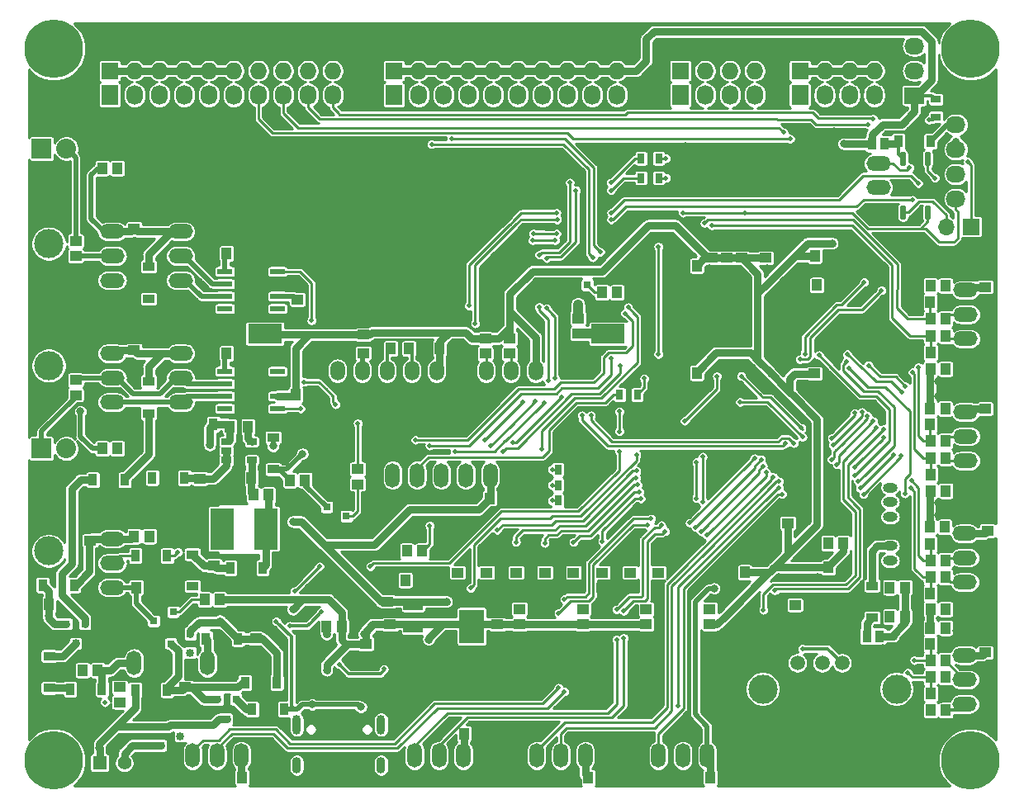
<source format=gbr>
G04 #@! TF.GenerationSoftware,KiCad,Pcbnew,(5.1.5)-3*
G04 #@! TF.CreationDate,2020-03-11T08:29:25+09:00*
G04 #@! TF.ProjectId,stm32f4_Centaurus,73746d33-3266-4345-9f43-656e74617572,rev?*
G04 #@! TF.SameCoordinates,Original*
G04 #@! TF.FileFunction,Copper,L2,Bot*
G04 #@! TF.FilePolarity,Positive*
%FSLAX46Y46*%
G04 Gerber Fmt 4.6, Leading zero omitted, Abs format (unit mm)*
G04 Created by KiCad (PCBNEW (5.1.5)-3) date 2020-03-11 08:29:25*
%MOMM*%
%LPD*%
G04 APERTURE LIST*
%ADD10R,0.800100X0.800100*%
%ADD11O,1.727200X1.727200*%
%ADD12R,1.727200X1.727200*%
%ADD13O,2.500000X1.500000*%
%ADD14C,1.501140*%
%ADD15C,2.999740*%
%ADD16O,1.500000X2.000000*%
%ADD17R,3.500000X2.000000*%
%ADD18C,3.000000*%
%ADD19R,1.550000X0.600000*%
%ADD20R,1.727200X2.032000*%
%ADD21O,1.727200X2.032000*%
%ADD22O,1.500000X2.500000*%
%ADD23R,0.910000X1.220000*%
%ADD24R,1.220000X0.910000*%
%ADD25R,1.000760X0.690880*%
%ADD26R,1.397000X1.397000*%
%ADD27C,1.397000*%
%ADD28R,2.032000X2.032000*%
%ADD29O,2.032000X2.032000*%
%ADD30R,2.400000X4.200000*%
%ADD31O,2.032000X1.727200*%
%ADD32R,2.032000X1.727200*%
%ADD33O,1.524000X1.000000*%
%ADD34R,2.000000X1.200000*%
%ADD35R,2.500000X3.500000*%
%ADD36R,1.200000X1.000000*%
%ADD37R,1.000000X1.200000*%
%ADD38R,0.965200X1.270000*%
%ADD39O,0.900000X2.000000*%
%ADD40O,0.900000X1.700000*%
%ADD41R,0.800000X1.000000*%
%ADD42R,1.700000X1.700000*%
%ADD43O,1.700000X1.700000*%
%ADD44R,1.000000X0.800000*%
%ADD45C,0.100000*%
%ADD46C,6.000000*%
%ADD47C,0.500000*%
%ADD48C,0.800000*%
%ADD49C,0.250000*%
%ADD50C,0.800000*%
%ADD51C,0.500000*%
%ADD52C,0.350000*%
%ADD53C,1.000000*%
%ADD54C,0.254000*%
G04 APERTURE END LIST*
D10*
X86000760Y-109950000D03*
X86000760Y-108050000D03*
X84001780Y-109000000D03*
D11*
X140120000Y-61710000D03*
X140120000Y-64250000D03*
X137580000Y-61710000D03*
X137580000Y-64250000D03*
X135040000Y-61710000D03*
X135040000Y-64250000D03*
X132500000Y-61710000D03*
D12*
X132500000Y-64250000D03*
D13*
X149420000Y-109210000D03*
X149420000Y-111710000D03*
X149420000Y-114210000D03*
X149420000Y-116710000D03*
D14*
X139362860Y-124995760D03*
X136822860Y-124995760D03*
X134790860Y-124995760D03*
X132250860Y-124995760D03*
D15*
X142410860Y-127662760D03*
X128694860Y-127662760D03*
D16*
X85090000Y-95035000D03*
X87630000Y-95035000D03*
X90170000Y-95035000D03*
X92710000Y-95035000D03*
X95250000Y-95035000D03*
X97790000Y-95035000D03*
X100330000Y-95035000D03*
X102870000Y-95035000D03*
X105410000Y-95035000D03*
D17*
X77650000Y-91235000D03*
X112850000Y-91235000D03*
D13*
X62000000Y-109750000D03*
X62000000Y-112250000D03*
X62000000Y-114750000D03*
X62000000Y-117250000D03*
D18*
X55500000Y-113500000D03*
D19*
X73550000Y-84845000D03*
X73550000Y-86115000D03*
X73550000Y-87385000D03*
X73550000Y-88655000D03*
X78950000Y-88655000D03*
X78950000Y-87385000D03*
X78950000Y-86115000D03*
X78950000Y-84845000D03*
D20*
X90890000Y-66750000D03*
D21*
X93430000Y-66750000D03*
X95970000Y-66750000D03*
X98510000Y-66750000D03*
X101050000Y-66750000D03*
X103590000Y-66750000D03*
X106130000Y-66750000D03*
X108670000Y-66750000D03*
X111210000Y-66750000D03*
X113750000Y-66750000D03*
D22*
X77750000Y-134500000D03*
X75250000Y-134500000D03*
X72750000Y-134500000D03*
X70250000Y-134500000D03*
D23*
X78885000Y-127000000D03*
X75615000Y-127000000D03*
D24*
X78500000Y-105135000D03*
X78500000Y-101865000D03*
D25*
X76300480Y-102300040D03*
X76300480Y-103250000D03*
X76300480Y-104199960D03*
X73699520Y-104199960D03*
X73699520Y-103250000D03*
X73699520Y-102300040D03*
D23*
X66115000Y-106000000D03*
X69385000Y-106000000D03*
D26*
X60710000Y-135250000D03*
D27*
X63250000Y-135250000D03*
X65790000Y-135250000D03*
D23*
X58135000Y-117000000D03*
X54865000Y-117000000D03*
D24*
X65750000Y-87635000D03*
X65750000Y-84365000D03*
X65750000Y-96115000D03*
X65750000Y-99385000D03*
D23*
X145885000Y-71500000D03*
X142615000Y-71500000D03*
D24*
X55540000Y-127555000D03*
X55540000Y-124285000D03*
D23*
X60015000Y-106220000D03*
X63285000Y-106220000D03*
X60955000Y-127680000D03*
X57685000Y-127680000D03*
D24*
X70250000Y-117135000D03*
X70250000Y-113865000D03*
D23*
X74885000Y-122500000D03*
X71615000Y-122500000D03*
D22*
X66750000Y-125000000D03*
X64250000Y-125000000D03*
X71750000Y-125000000D03*
X74250000Y-125000000D03*
D23*
X67635000Y-127750000D03*
X64365000Y-127750000D03*
D24*
X139920000Y-117075000D03*
X139920000Y-120345000D03*
D28*
X54750000Y-72250000D03*
D29*
X57290000Y-72250000D03*
X57290000Y-103000000D03*
D28*
X54750000Y-103000000D03*
D30*
X77750000Y-111250000D03*
X73250000Y-111250000D03*
D31*
X148500000Y-77410000D03*
X148500000Y-74870000D03*
X148500000Y-72330000D03*
X148500000Y-69790000D03*
D32*
X148500000Y-67250000D03*
D21*
X84610000Y-66750000D03*
X82070000Y-66750000D03*
X79530000Y-66750000D03*
X76990000Y-66750000D03*
X74450000Y-66750000D03*
X71910000Y-66750000D03*
X69370000Y-66750000D03*
X66830000Y-66750000D03*
X64290000Y-66750000D03*
D20*
X61750000Y-66750000D03*
D11*
X113750000Y-61710000D03*
X113750000Y-64250000D03*
X111210000Y-61710000D03*
X111210000Y-64250000D03*
X108670000Y-61710000D03*
X108670000Y-64250000D03*
X106130000Y-61710000D03*
X106130000Y-64250000D03*
X103590000Y-61710000D03*
X103590000Y-64250000D03*
X101050000Y-61710000D03*
X101050000Y-64250000D03*
X98510000Y-61710000D03*
X98510000Y-64250000D03*
X95970000Y-61710000D03*
X95970000Y-64250000D03*
X93430000Y-61710000D03*
X93430000Y-64250000D03*
X90890000Y-61710000D03*
D12*
X90890000Y-64250000D03*
X61750000Y-64250000D03*
D11*
X61750000Y-61710000D03*
X64290000Y-64250000D03*
X64290000Y-61710000D03*
X66830000Y-64250000D03*
X66830000Y-61710000D03*
X69370000Y-64250000D03*
X69370000Y-61710000D03*
X71910000Y-64250000D03*
X71910000Y-61710000D03*
X74450000Y-64250000D03*
X74450000Y-61710000D03*
X76990000Y-64250000D03*
X76990000Y-61710000D03*
X79530000Y-64250000D03*
X79530000Y-61710000D03*
X82070000Y-64250000D03*
X82070000Y-61710000D03*
X84610000Y-64250000D03*
X84610000Y-61710000D03*
D13*
X149420000Y-129210000D03*
X149420000Y-126710000D03*
X149420000Y-124210000D03*
X149420000Y-121710000D03*
X149500000Y-96750000D03*
X149500000Y-99250000D03*
X149500000Y-101750000D03*
X149500000Y-104250000D03*
X149500000Y-91750000D03*
X149500000Y-89250000D03*
X149500000Y-86750000D03*
X149500000Y-84250000D03*
D22*
X118000000Y-134500000D03*
X120500000Y-134500000D03*
X123000000Y-134500000D03*
X125500000Y-134500000D03*
X113000000Y-134500000D03*
X110500000Y-134500000D03*
X108000000Y-134500000D03*
X105500000Y-134500000D03*
D13*
X69000000Y-78250000D03*
X69000000Y-80750000D03*
X69000000Y-83250000D03*
X69000000Y-85750000D03*
X69000000Y-98250000D03*
X69000000Y-95750000D03*
X69000000Y-93250000D03*
X69000000Y-90750000D03*
D18*
X55500000Y-82000000D03*
D13*
X62000000Y-85750000D03*
X62000000Y-83250000D03*
X62000000Y-80750000D03*
X62000000Y-78250000D03*
X62000000Y-90750000D03*
X62000000Y-93250000D03*
X62000000Y-95750000D03*
X62000000Y-98250000D03*
D18*
X55500000Y-94500000D03*
D22*
X93000000Y-134500000D03*
X95500000Y-134500000D03*
X98000000Y-134500000D03*
X100500000Y-134500000D03*
D20*
X120250000Y-66750000D03*
D21*
X122790000Y-66750000D03*
X125330000Y-66750000D03*
X127870000Y-66750000D03*
X140120000Y-66750000D03*
X137580000Y-66750000D03*
X135040000Y-66750000D03*
D20*
X132500000Y-66750000D03*
D12*
X120250000Y-64250000D03*
D11*
X120250000Y-61710000D03*
X122790000Y-64250000D03*
X122790000Y-61710000D03*
X125330000Y-64250000D03*
X125330000Y-61710000D03*
X127870000Y-64250000D03*
X127870000Y-61710000D03*
D33*
X141750000Y-114500000D03*
X141750000Y-113000000D03*
X141750000Y-111500000D03*
X141750000Y-110000000D03*
X141750000Y-108500000D03*
X141750000Y-107000000D03*
D34*
X92850000Y-121250000D03*
X92850000Y-123550000D03*
X92850000Y-118950000D03*
D35*
X98850000Y-121250000D03*
D19*
X78950000Y-95095000D03*
X78950000Y-96365000D03*
X78950000Y-97635000D03*
X78950000Y-98905000D03*
X73550000Y-98905000D03*
X73550000Y-97635000D03*
X73550000Y-96365000D03*
X73550000Y-95095000D03*
D23*
X79635000Y-129750000D03*
X76365000Y-129750000D03*
D36*
X132000000Y-120930000D03*
X132000000Y-119050000D03*
X131250000Y-108760000D03*
X131250000Y-110640000D03*
D37*
X126870000Y-115710000D03*
X124990000Y-115710000D03*
X137330000Y-115200000D03*
X135450000Y-115200000D03*
D36*
X72420000Y-115010000D03*
X72420000Y-116890000D03*
X90250000Y-118700000D03*
X90250000Y-116820000D03*
X101500000Y-122930000D03*
X101500000Y-121050000D03*
X151750000Y-109550000D03*
X151750000Y-111430000D03*
X151500000Y-97050000D03*
X151500000Y-98930000D03*
X88000000Y-124930000D03*
X88000000Y-123050000D03*
D37*
X93930000Y-116500000D03*
X92050000Y-116500000D03*
D36*
X151500000Y-86430000D03*
X151500000Y-84550000D03*
X151500000Y-122050000D03*
X151500000Y-123930000D03*
D37*
X123320000Y-136750000D03*
X125200000Y-136750000D03*
X110820000Y-136750000D03*
X112700000Y-136750000D03*
X75930000Y-100750000D03*
X74050000Y-100750000D03*
D36*
X71000000Y-107980000D03*
X71000000Y-106100000D03*
X80995000Y-87725000D03*
X80995000Y-89605000D03*
D37*
X80820000Y-97500000D03*
X82700000Y-97500000D03*
D36*
X64250000Y-78550000D03*
X64250000Y-80430000D03*
X64250000Y-92930000D03*
X64250000Y-91050000D03*
D37*
X99950000Y-132250000D03*
X98070000Y-132250000D03*
X77200000Y-136750000D03*
X75320000Y-136750000D03*
X97450000Y-92750000D03*
X95570000Y-92750000D03*
D36*
X87750000Y-93200000D03*
X87750000Y-91320000D03*
D37*
X92430000Y-92750000D03*
X90550000Y-92750000D03*
D36*
X125000000Y-83450000D03*
X125000000Y-81570000D03*
X123500000Y-83450000D03*
X123500000Y-81570000D03*
X129000000Y-81570000D03*
X129000000Y-83450000D03*
X126500000Y-83450000D03*
X126500000Y-81570000D03*
D37*
X120070000Y-84250000D03*
X121950000Y-84250000D03*
X121950000Y-95250000D03*
X120070000Y-95250000D03*
D36*
X134000000Y-97180000D03*
X134000000Y-95300000D03*
D37*
X134050000Y-83250000D03*
X135930000Y-83250000D03*
D36*
X59750000Y-112430000D03*
X59750000Y-110550000D03*
D38*
X139915000Y-71750000D03*
X141185000Y-71750000D03*
X139365000Y-122250000D03*
X140635000Y-122250000D03*
D10*
X58250000Y-122998220D03*
X59200000Y-120999240D03*
X57300000Y-120999240D03*
X70000760Y-122050000D03*
X70000760Y-123950000D03*
X68001780Y-123000000D03*
X73750000Y-130748220D03*
X74700000Y-128749240D03*
X72800000Y-128749240D03*
X66999240Y-133450000D03*
X66999240Y-131550000D03*
X68998220Y-132500000D03*
X66249240Y-120700000D03*
X66249240Y-118800000D03*
X68248220Y-119750000D03*
D37*
X135390000Y-112710000D03*
X136950000Y-112710000D03*
X143280000Y-120250000D03*
X141720000Y-120250000D03*
X143280000Y-117250000D03*
X141720000Y-117250000D03*
X147450000Y-124710000D03*
X145890000Y-124710000D03*
X147450000Y-126460000D03*
X145890000Y-126460000D03*
X145890000Y-102210000D03*
X147450000Y-102210000D03*
X147450000Y-103960000D03*
X145890000Y-103960000D03*
X145920000Y-129850000D03*
X147480000Y-129850000D03*
X147480000Y-107350000D03*
X145920000Y-107350000D03*
X145870000Y-121400000D03*
X147430000Y-121400000D03*
X145870000Y-98900000D03*
X147430000Y-98900000D03*
X83970000Y-121250000D03*
X85530000Y-121250000D03*
X147450000Y-89710000D03*
X145890000Y-89710000D03*
X147450000Y-91460000D03*
X145890000Y-91460000D03*
X147450000Y-114460000D03*
X145890000Y-114460000D03*
X145890000Y-116210000D03*
X147450000Y-116210000D03*
X92220000Y-113500000D03*
X93780000Y-113500000D03*
X145890000Y-94850000D03*
X147450000Y-94850000D03*
X145890000Y-119500000D03*
X147450000Y-119500000D03*
X145890000Y-86300000D03*
X147450000Y-86300000D03*
X147380000Y-111050000D03*
X145820000Y-111050000D03*
X135780000Y-86250000D03*
X134220000Y-86250000D03*
X53970000Y-119000000D03*
X55530000Y-119000000D03*
D36*
X76750000Y-122470000D03*
X76750000Y-124030000D03*
X69500000Y-129030000D03*
X69500000Y-127470000D03*
D37*
X60530000Y-125750000D03*
X58970000Y-125750000D03*
D36*
X62750000Y-129030000D03*
X62750000Y-127470000D03*
D37*
X78030000Y-107750000D03*
X76470000Y-107750000D03*
X74720000Y-106000000D03*
X76280000Y-106000000D03*
X75280000Y-83000000D03*
X73720000Y-83000000D03*
X75280000Y-93250000D03*
X73720000Y-93250000D03*
D36*
X58250000Y-81720000D03*
X58250000Y-83280000D03*
X58250000Y-97530000D03*
X58250000Y-95970000D03*
D37*
X113780000Y-87000000D03*
X112220000Y-87000000D03*
D36*
X109750000Y-89670000D03*
X109750000Y-91230000D03*
X110250000Y-121030000D03*
X110250000Y-119470000D03*
X103400000Y-117280000D03*
X103400000Y-115720000D03*
X100250000Y-91720000D03*
X100250000Y-93280000D03*
X87170000Y-105100000D03*
X87170000Y-106660000D03*
X102750000Y-93280000D03*
X102750000Y-91720000D03*
D37*
X81780000Y-106250000D03*
X80220000Y-106250000D03*
D36*
X103750000Y-121030000D03*
X103750000Y-119470000D03*
X116750000Y-119470000D03*
X116750000Y-121030000D03*
X123250000Y-119470000D03*
X123250000Y-121030000D03*
X106350000Y-115720000D03*
X106350000Y-117280000D03*
X109300000Y-115720000D03*
X109300000Y-117280000D03*
X115100000Y-115720000D03*
X115100000Y-117280000D03*
X112250000Y-117280000D03*
X112250000Y-115720000D03*
X117950000Y-115720000D03*
X117950000Y-117280000D03*
D37*
X64250000Y-112000000D03*
X65810000Y-112000000D03*
X60970000Y-74250000D03*
X62530000Y-74250000D03*
X62530000Y-103000000D03*
X60970000Y-103000000D03*
X73030000Y-118500000D03*
X71470000Y-118500000D03*
X64470000Y-117250000D03*
X66030000Y-117250000D03*
D23*
X69115000Y-100500000D03*
X72385000Y-100500000D03*
X77410001Y-115250000D03*
X74140001Y-115250000D03*
D10*
X110700000Y-86249240D03*
X108800000Y-86249240D03*
X109750000Y-88248220D03*
D23*
X67635000Y-114000000D03*
X64365000Y-114000000D03*
D36*
X90500000Y-121050000D03*
X90500000Y-122930000D03*
D31*
X144250000Y-61710000D03*
X144250000Y-64250000D03*
D32*
X144250000Y-66790000D03*
D37*
X147430000Y-100550000D03*
X145870000Y-100550000D03*
X145920000Y-105650000D03*
X147480000Y-105650000D03*
X147430000Y-112800000D03*
X145870000Y-112800000D03*
X145870000Y-117850000D03*
X147430000Y-117850000D03*
X147430000Y-123050000D03*
X145870000Y-123050000D03*
X145920000Y-128150000D03*
X147480000Y-128150000D03*
X147430000Y-88000000D03*
X145870000Y-88000000D03*
X145920000Y-93150000D03*
X147480000Y-93150000D03*
D39*
X80930000Y-131320000D03*
X89570000Y-131320000D03*
D40*
X80930000Y-135490000D03*
X89570000Y-135490000D03*
D13*
X140550000Y-73750000D03*
X140550000Y-76250000D03*
X140550000Y-78750000D03*
D37*
X102600000Y-108100000D03*
X100720000Y-108100000D03*
D22*
X90750000Y-105750000D03*
X93250000Y-105750000D03*
X95750000Y-105750000D03*
X98250000Y-105750000D03*
X100750000Y-105750000D03*
X103250000Y-105750000D03*
D36*
X100400000Y-115720000D03*
X100400000Y-117280000D03*
X97400000Y-117280000D03*
X97400000Y-115720000D03*
D41*
X109500000Y-108350000D03*
X107700000Y-108350000D03*
X107700000Y-106750000D03*
X109500000Y-106750000D03*
X109500000Y-105150000D03*
X107700000Y-105150000D03*
D42*
X150040000Y-80250000D03*
D43*
X147500000Y-80250000D03*
D44*
X146450000Y-67200000D03*
X146450000Y-69000000D03*
G04 #@! TA.AperFunction,SMDPad,CuDef*
D45*
G36*
X143230977Y-72575662D02*
G01*
X143244325Y-72577642D01*
X143257414Y-72580921D01*
X143270119Y-72585467D01*
X143282317Y-72591236D01*
X143293891Y-72598173D01*
X143304729Y-72606211D01*
X143314727Y-72615273D01*
X143323789Y-72625271D01*
X143331827Y-72636109D01*
X143338764Y-72647683D01*
X143344533Y-72659881D01*
X143349079Y-72672586D01*
X143352358Y-72685675D01*
X143354338Y-72699023D01*
X143355000Y-72712500D01*
X143355000Y-73887500D01*
X143354338Y-73900977D01*
X143352358Y-73914325D01*
X143349079Y-73927414D01*
X143344533Y-73940119D01*
X143338764Y-73952317D01*
X143331827Y-73963891D01*
X143323789Y-73974729D01*
X143314727Y-73984727D01*
X143304729Y-73993789D01*
X143293891Y-74001827D01*
X143282317Y-74008764D01*
X143270119Y-74014533D01*
X143257414Y-74019079D01*
X143244325Y-74022358D01*
X143230977Y-74024338D01*
X143217500Y-74025000D01*
X142942500Y-74025000D01*
X142929023Y-74024338D01*
X142915675Y-74022358D01*
X142902586Y-74019079D01*
X142889881Y-74014533D01*
X142877683Y-74008764D01*
X142866109Y-74001827D01*
X142855271Y-73993789D01*
X142845273Y-73984727D01*
X142836211Y-73974729D01*
X142828173Y-73963891D01*
X142821236Y-73952317D01*
X142815467Y-73940119D01*
X142810921Y-73927414D01*
X142807642Y-73914325D01*
X142805662Y-73900977D01*
X142805000Y-73887500D01*
X142805000Y-72712500D01*
X142805662Y-72699023D01*
X142807642Y-72685675D01*
X142810921Y-72672586D01*
X142815467Y-72659881D01*
X142821236Y-72647683D01*
X142828173Y-72636109D01*
X142836211Y-72625271D01*
X142845273Y-72615273D01*
X142855271Y-72606211D01*
X142866109Y-72598173D01*
X142877683Y-72591236D01*
X142889881Y-72585467D01*
X142902586Y-72580921D01*
X142915675Y-72577642D01*
X142929023Y-72575662D01*
X142942500Y-72575000D01*
X143217500Y-72575000D01*
X143230977Y-72575662D01*
G37*
G04 #@! TD.AperFunction*
G04 #@! TA.AperFunction,SMDPad,CuDef*
G36*
X145770977Y-72575662D02*
G01*
X145784325Y-72577642D01*
X145797414Y-72580921D01*
X145810119Y-72585467D01*
X145822317Y-72591236D01*
X145833891Y-72598173D01*
X145844729Y-72606211D01*
X145854727Y-72615273D01*
X145863789Y-72625271D01*
X145871827Y-72636109D01*
X145878764Y-72647683D01*
X145884533Y-72659881D01*
X145889079Y-72672586D01*
X145892358Y-72685675D01*
X145894338Y-72699023D01*
X145895000Y-72712500D01*
X145895000Y-73887500D01*
X145894338Y-73900977D01*
X145892358Y-73914325D01*
X145889079Y-73927414D01*
X145884533Y-73940119D01*
X145878764Y-73952317D01*
X145871827Y-73963891D01*
X145863789Y-73974729D01*
X145854727Y-73984727D01*
X145844729Y-73993789D01*
X145833891Y-74001827D01*
X145822317Y-74008764D01*
X145810119Y-74014533D01*
X145797414Y-74019079D01*
X145784325Y-74022358D01*
X145770977Y-74024338D01*
X145757500Y-74025000D01*
X145482500Y-74025000D01*
X145469023Y-74024338D01*
X145455675Y-74022358D01*
X145442586Y-74019079D01*
X145429881Y-74014533D01*
X145417683Y-74008764D01*
X145406109Y-74001827D01*
X145395271Y-73993789D01*
X145385273Y-73984727D01*
X145376211Y-73974729D01*
X145368173Y-73963891D01*
X145361236Y-73952317D01*
X145355467Y-73940119D01*
X145350921Y-73927414D01*
X145347642Y-73914325D01*
X145345662Y-73900977D01*
X145345000Y-73887500D01*
X145345000Y-72712500D01*
X145345662Y-72699023D01*
X145347642Y-72685675D01*
X145350921Y-72672586D01*
X145355467Y-72659881D01*
X145361236Y-72647683D01*
X145368173Y-72636109D01*
X145376211Y-72625271D01*
X145385273Y-72615273D01*
X145395271Y-72606211D01*
X145406109Y-72598173D01*
X145417683Y-72591236D01*
X145429881Y-72585467D01*
X145442586Y-72580921D01*
X145455675Y-72577642D01*
X145469023Y-72575662D01*
X145482500Y-72575000D01*
X145757500Y-72575000D01*
X145770977Y-72575662D01*
G37*
G04 #@! TD.AperFunction*
G04 #@! TA.AperFunction,SMDPad,CuDef*
G36*
X145770977Y-78075662D02*
G01*
X145784325Y-78077642D01*
X145797414Y-78080921D01*
X145810119Y-78085467D01*
X145822317Y-78091236D01*
X145833891Y-78098173D01*
X145844729Y-78106211D01*
X145854727Y-78115273D01*
X145863789Y-78125271D01*
X145871827Y-78136109D01*
X145878764Y-78147683D01*
X145884533Y-78159881D01*
X145889079Y-78172586D01*
X145892358Y-78185675D01*
X145894338Y-78199023D01*
X145895000Y-78212500D01*
X145895000Y-79387500D01*
X145894338Y-79400977D01*
X145892358Y-79414325D01*
X145889079Y-79427414D01*
X145884533Y-79440119D01*
X145878764Y-79452317D01*
X145871827Y-79463891D01*
X145863789Y-79474729D01*
X145854727Y-79484727D01*
X145844729Y-79493789D01*
X145833891Y-79501827D01*
X145822317Y-79508764D01*
X145810119Y-79514533D01*
X145797414Y-79519079D01*
X145784325Y-79522358D01*
X145770977Y-79524338D01*
X145757500Y-79525000D01*
X145482500Y-79525000D01*
X145469023Y-79524338D01*
X145455675Y-79522358D01*
X145442586Y-79519079D01*
X145429881Y-79514533D01*
X145417683Y-79508764D01*
X145406109Y-79501827D01*
X145395271Y-79493789D01*
X145385273Y-79484727D01*
X145376211Y-79474729D01*
X145368173Y-79463891D01*
X145361236Y-79452317D01*
X145355467Y-79440119D01*
X145350921Y-79427414D01*
X145347642Y-79414325D01*
X145345662Y-79400977D01*
X145345000Y-79387500D01*
X145345000Y-78212500D01*
X145345662Y-78199023D01*
X145347642Y-78185675D01*
X145350921Y-78172586D01*
X145355467Y-78159881D01*
X145361236Y-78147683D01*
X145368173Y-78136109D01*
X145376211Y-78125271D01*
X145385273Y-78115273D01*
X145395271Y-78106211D01*
X145406109Y-78098173D01*
X145417683Y-78091236D01*
X145429881Y-78085467D01*
X145442586Y-78080921D01*
X145455675Y-78077642D01*
X145469023Y-78075662D01*
X145482500Y-78075000D01*
X145757500Y-78075000D01*
X145770977Y-78075662D01*
G37*
G04 #@! TD.AperFunction*
G04 #@! TA.AperFunction,SMDPad,CuDef*
G36*
X143230977Y-78075662D02*
G01*
X143244325Y-78077642D01*
X143257414Y-78080921D01*
X143270119Y-78085467D01*
X143282317Y-78091236D01*
X143293891Y-78098173D01*
X143304729Y-78106211D01*
X143314727Y-78115273D01*
X143323789Y-78125271D01*
X143331827Y-78136109D01*
X143338764Y-78147683D01*
X143344533Y-78159881D01*
X143349079Y-78172586D01*
X143352358Y-78185675D01*
X143354338Y-78199023D01*
X143355000Y-78212500D01*
X143355000Y-79387500D01*
X143354338Y-79400977D01*
X143352358Y-79414325D01*
X143349079Y-79427414D01*
X143344533Y-79440119D01*
X143338764Y-79452317D01*
X143331827Y-79463891D01*
X143323789Y-79474729D01*
X143314727Y-79484727D01*
X143304729Y-79493789D01*
X143293891Y-79501827D01*
X143282317Y-79508764D01*
X143270119Y-79514533D01*
X143257414Y-79519079D01*
X143244325Y-79522358D01*
X143230977Y-79524338D01*
X143217500Y-79525000D01*
X142942500Y-79525000D01*
X142929023Y-79524338D01*
X142915675Y-79522358D01*
X142902586Y-79519079D01*
X142889881Y-79514533D01*
X142877683Y-79508764D01*
X142866109Y-79501827D01*
X142855271Y-79493789D01*
X142845273Y-79484727D01*
X142836211Y-79474729D01*
X142828173Y-79463891D01*
X142821236Y-79452317D01*
X142815467Y-79440119D01*
X142810921Y-79427414D01*
X142807642Y-79414325D01*
X142805662Y-79400977D01*
X142805000Y-79387500D01*
X142805000Y-78212500D01*
X142805662Y-78199023D01*
X142807642Y-78185675D01*
X142810921Y-78172586D01*
X142815467Y-78159881D01*
X142821236Y-78147683D01*
X142828173Y-78136109D01*
X142836211Y-78125271D01*
X142845273Y-78115273D01*
X142855271Y-78106211D01*
X142866109Y-78098173D01*
X142877683Y-78091236D01*
X142889881Y-78085467D01*
X142902586Y-78080921D01*
X142915675Y-78077642D01*
X142929023Y-78075662D01*
X142942500Y-78075000D01*
X143217500Y-78075000D01*
X143230977Y-78075662D01*
G37*
G04 #@! TD.AperFunction*
D41*
X118025000Y-75250000D03*
X116225000Y-75250000D03*
X116225000Y-73250000D03*
X118025000Y-73250000D03*
X114025000Y-97475000D03*
X115825000Y-97475000D03*
D46*
X56000000Y-62000000D03*
X56000000Y-135000000D03*
X150000000Y-135000000D03*
X150000000Y-62000000D03*
D47*
X132000000Y-119050000D03*
X142850000Y-95050000D03*
X126820000Y-73000000D03*
X126180000Y-73000000D03*
D48*
X76000000Y-125250000D03*
X77750000Y-125250000D03*
X89250000Y-124000000D03*
X121500000Y-117750000D03*
X135500000Y-96250000D03*
X130370000Y-116220000D03*
X134310000Y-116220000D03*
X106000000Y-131500000D03*
X109000000Y-132750000D03*
X115000000Y-130250000D03*
X117000000Y-130250000D03*
X112500000Y-129250000D03*
X108500000Y-129250000D03*
X91750000Y-131000000D03*
X65500000Y-130250000D03*
X61500000Y-130500000D03*
X62750000Y-133000000D03*
X60250000Y-137250000D03*
X63500000Y-137250000D03*
X67000000Y-137250000D03*
X146250000Y-137000000D03*
X143250000Y-137000000D03*
X139750000Y-137000000D03*
X136000000Y-137000000D03*
X131750000Y-137000000D03*
X129000000Y-135500000D03*
X136000000Y-132000000D03*
X146500000Y-132000000D03*
X152000000Y-131500000D03*
X136000000Y-129500000D03*
X130500000Y-125500000D03*
X130750000Y-133000000D03*
X117750000Y-125000000D03*
X123000000Y-125000000D03*
X115500000Y-125000000D03*
X112500000Y-125000000D03*
X109250000Y-125000000D03*
X106750000Y-125000000D03*
X87000000Y-99250000D03*
X83500000Y-90000000D03*
X86750000Y-90000000D03*
X81000000Y-86250000D03*
X83500000Y-86250000D03*
X92400000Y-65500000D03*
X94700000Y-65500000D03*
X97200000Y-65500000D03*
X99700000Y-65500000D03*
X102300000Y-65500000D03*
X104900000Y-65500000D03*
X107400000Y-65500000D03*
X109950000Y-65500000D03*
X112500000Y-65500000D03*
X115150000Y-65500000D03*
X115150000Y-67600000D03*
X112500000Y-67900000D03*
X109950000Y-67900000D03*
X107400000Y-67900000D03*
X104900000Y-67900000D03*
X102300000Y-67900000D03*
X99800000Y-67900000D03*
X97200000Y-67900000D03*
X94700000Y-67900000D03*
X92400000Y-68000000D03*
X89100000Y-67900000D03*
X89100000Y-65500000D03*
X87750000Y-64250000D03*
X59500000Y-133250000D03*
X58250000Y-131500000D03*
X56000000Y-131000000D03*
X54000000Y-131500000D03*
X54000000Y-128500000D03*
X54000000Y-125500000D03*
X54000000Y-122500000D03*
X54000000Y-115250000D03*
X54000000Y-111500000D03*
X54000000Y-108000000D03*
X54000000Y-104750000D03*
X54000000Y-100500000D03*
X54000000Y-96750000D03*
X54000000Y-92250000D03*
X54000000Y-88750000D03*
X54000000Y-84750000D03*
X54000000Y-79750000D03*
X54000000Y-75250000D03*
X54000000Y-69500000D03*
X54000000Y-65500000D03*
X56500000Y-66000000D03*
X58750000Y-65500000D03*
X59750000Y-63500000D03*
X59500000Y-60250000D03*
X146500000Y-59750000D03*
X150000000Y-93500000D03*
X150250000Y-106000000D03*
X150250000Y-118750000D03*
X105750000Y-73250000D03*
X101000000Y-73250000D03*
X107750000Y-77750000D03*
X115000000Y-76500000D03*
X113250000Y-73250000D03*
X114750000Y-80750000D03*
X106000000Y-78000000D03*
X105000000Y-75000000D03*
X102750000Y-79000000D03*
X84750000Y-79000000D03*
X75750000Y-69250000D03*
X86000000Y-65500000D03*
X90500000Y-71500000D03*
X95000000Y-73250000D03*
X82000000Y-69250000D03*
X78500000Y-69250000D03*
X73250000Y-69250000D03*
X70750000Y-69250000D03*
X68250000Y-69250000D03*
X65500000Y-69250000D03*
X63000000Y-69250000D03*
X60250000Y-68500000D03*
X73750000Y-73750000D03*
X98250000Y-90000000D03*
X83000000Y-83000000D03*
X78000000Y-72250000D03*
X82000000Y-71500000D03*
X94750000Y-75250000D03*
X92750000Y-79000000D03*
X103500000Y-84750000D03*
X105000000Y-86500000D03*
X104250000Y-89000000D03*
X107500000Y-86000000D03*
X107500000Y-88500000D03*
X113750000Y-88750000D03*
X112250000Y-81500000D03*
X107500000Y-75000000D03*
X120750000Y-72000000D03*
X121500000Y-74750000D03*
X123000000Y-72750000D03*
X118500000Y-67750000D03*
X118500000Y-65500000D03*
X129250000Y-65500000D03*
X129250000Y-67750000D03*
X131000000Y-67750000D03*
X131000000Y-65500000D03*
X142250000Y-65500000D03*
X142250000Y-67750000D03*
X147000000Y-65750000D03*
X135000000Y-76750000D03*
X135000000Y-72750000D03*
X136000000Y-70500000D03*
X136250000Y-68000000D03*
X139000000Y-68000000D03*
X136250000Y-65500000D03*
X138750000Y-65500000D03*
X134000000Y-65500000D03*
X92750000Y-90000000D03*
X83750000Y-111250000D03*
X81750000Y-113250000D03*
X82750000Y-117500000D03*
X71250000Y-111250000D03*
X63250000Y-104500000D03*
X60750000Y-113500000D03*
X60750000Y-116000000D03*
X60250000Y-97000000D03*
X60250000Y-94750000D03*
X67500000Y-94500000D03*
X70500000Y-94500000D03*
X67500000Y-99750000D03*
X70500000Y-99750000D03*
X63750000Y-99750000D03*
X63500000Y-94500000D03*
X63500000Y-84500000D03*
X63500000Y-87000000D03*
X60250000Y-87000000D03*
X67250000Y-87000000D03*
X67250000Y-84500000D03*
X72000000Y-84500000D03*
X63500000Y-82000000D03*
X60250000Y-82000000D03*
X60250000Y-92000000D03*
X67500000Y-92000000D03*
X70500000Y-92000000D03*
X62750000Y-72750000D03*
X56250000Y-73750000D03*
X56250000Y-70500000D03*
X59250000Y-73750000D03*
X58750000Y-104750000D03*
X77000000Y-83250000D03*
X67250000Y-73750000D03*
X132500000Y-84500000D03*
X129250000Y-87500000D03*
X129250000Y-93000000D03*
X130750000Y-95000000D03*
X127000000Y-92000000D03*
X122000000Y-93500000D03*
X119250000Y-81250000D03*
X120250000Y-82250000D03*
X126500000Y-85250000D03*
X129150000Y-84550000D03*
X124250000Y-92000000D03*
X103500000Y-81250000D03*
X100500000Y-81000000D03*
X95500000Y-81000000D03*
X98000000Y-83500000D03*
X100500000Y-84750000D03*
X92750000Y-83000000D03*
X97750000Y-87750000D03*
X89000000Y-59750000D03*
X87250000Y-61750000D03*
X97500000Y-128250000D03*
X105750000Y-128250000D03*
X146750000Y-82750000D03*
X150250000Y-82750000D03*
X146750000Y-85000000D03*
X150000000Y-95000000D03*
X150250000Y-107750000D03*
X150250000Y-120250000D03*
X117500000Y-100500000D03*
X115250000Y-101500000D03*
X73750000Y-80250000D03*
X81250000Y-75500000D03*
X70500000Y-76250000D03*
X67250000Y-76250000D03*
X57250000Y-84750000D03*
X57250000Y-88750000D03*
X57250000Y-92250000D03*
X68250000Y-88000000D03*
X70000000Y-88000000D03*
X70000000Y-89250000D03*
X68250000Y-89250000D03*
X60500000Y-101250000D03*
X66750000Y-104500000D03*
X62100000Y-107600000D03*
X56500000Y-108000000D03*
X56500000Y-111250000D03*
X60750000Y-122500000D03*
X60750000Y-119250000D03*
X63500000Y-119250000D03*
X66500000Y-122500000D03*
X75750000Y-121000000D03*
X78500000Y-129000000D03*
X102250000Y-135500000D03*
X102250000Y-133500000D03*
X103750000Y-133500000D03*
X103750000Y-135500000D03*
X114000000Y-135500000D03*
X114000000Y-133500000D03*
X115750000Y-133500000D03*
X115750000Y-135500000D03*
X127000000Y-135500000D03*
X127000000Y-130250000D03*
X127000000Y-125500000D03*
X127000000Y-122500000D03*
X130500000Y-122500000D03*
X127000000Y-112250000D03*
X130000000Y-110750000D03*
X132750000Y-114000000D03*
X136500000Y-109000000D03*
X135500000Y-118250000D03*
X136500000Y-121750000D03*
X138250000Y-120000000D03*
X129750000Y-119250000D03*
X136000000Y-126500000D03*
X139750000Y-126500000D03*
X143000000Y-123500000D03*
X141000000Y-123500000D03*
X144500000Y-127250000D03*
X148750000Y-106000000D03*
X148750000Y-93500000D03*
X144000000Y-85000000D03*
X144000000Y-88750000D03*
X118500000Y-62750000D03*
X115250000Y-62750000D03*
X86000000Y-67900000D03*
X98250000Y-73250000D03*
X108500000Y-73250000D03*
X112250000Y-77750000D03*
X79500000Y-93500000D03*
X77000000Y-93500000D03*
X67500000Y-102000000D03*
X71250000Y-109000000D03*
X68500000Y-115500000D03*
X68500000Y-117500000D03*
X74250000Y-117000000D03*
X81750000Y-115500000D03*
X101500000Y-128250000D03*
X101500000Y-125000000D03*
X97500000Y-125000000D03*
X123000000Y-130250000D03*
X77000000Y-95750000D03*
X77000000Y-98250000D03*
X75250000Y-98250000D03*
X75250000Y-95750000D03*
X83500000Y-92500000D03*
X83500000Y-95000000D03*
X86250000Y-92500000D03*
X89250000Y-92500000D03*
X94000000Y-92500000D03*
X98750000Y-93000000D03*
X123250000Y-84500000D03*
X134000000Y-89250000D03*
X131500000Y-93000000D03*
X124500000Y-94250000D03*
X127000000Y-94250000D03*
X136500000Y-100000000D03*
X86250000Y-101500000D03*
X148750000Y-95000000D03*
X148750000Y-107750000D03*
X148750000Y-120250000D03*
X148750000Y-118750000D03*
X68500000Y-112500000D03*
X56250000Y-101250000D03*
X72250000Y-91000000D03*
X75000000Y-91000000D03*
X78750000Y-79000000D03*
D47*
X146650000Y-120450000D03*
D48*
X146650000Y-108600000D03*
X146700000Y-97650000D03*
X146700000Y-96150000D03*
X146650000Y-109800000D03*
X121750000Y-132000000D03*
X119500000Y-132000000D03*
X82500000Y-135000000D03*
X88000000Y-135000000D03*
X87000000Y-132500000D03*
X83500000Y-132500000D03*
X82500000Y-137250000D03*
X88000000Y-137250000D03*
X91250000Y-137250000D03*
X91250000Y-135000000D03*
X98500000Y-137250000D03*
X68750000Y-137250000D03*
X68750000Y-135000000D03*
X70500000Y-130250000D03*
X141250000Y-132250000D03*
X137500000Y-82750000D03*
X137750000Y-75000000D03*
D47*
X144675000Y-74575000D03*
D48*
X140600000Y-81175000D03*
D47*
X73700000Y-106700000D03*
D48*
X70500000Y-102700000D03*
X66750000Y-107600000D03*
X113750000Y-118000000D03*
X101500000Y-118500000D03*
X107250000Y-118500000D03*
X102250000Y-113750000D03*
X104750000Y-113750000D03*
X107750000Y-113750000D03*
X110750000Y-113750000D03*
X113750000Y-113750000D03*
X95250000Y-113750000D03*
X97850000Y-110350000D03*
X97850000Y-108000000D03*
X99700000Y-99650000D03*
X89050000Y-99650000D03*
X88850000Y-111400000D03*
X92500000Y-108200000D03*
X88200000Y-104050000D03*
X92250000Y-101400000D03*
X97450000Y-101400000D03*
X107650000Y-101900000D03*
X112850000Y-103650000D03*
X110600000Y-107400000D03*
X151500000Y-123930000D03*
X151750000Y-111430000D03*
X151500000Y-98930000D03*
X151500000Y-86430000D03*
X123720000Y-117360000D03*
X80530000Y-110500000D03*
X68998220Y-132500000D03*
X145920000Y-129850000D03*
X145870000Y-121400000D03*
X145870000Y-98900000D03*
X145890000Y-94850000D03*
X145890000Y-86300000D03*
X145820000Y-111050000D03*
X145890000Y-119500000D03*
X145920000Y-107350000D03*
X110820000Y-136750000D03*
X98070000Y-132250000D03*
X96290000Y-118700000D03*
X123320000Y-136750000D03*
X73250000Y-111250000D03*
X72000000Y-102650000D03*
X58250000Y-122998220D03*
X66115000Y-106000000D03*
X78500000Y-102750000D03*
D47*
X78820000Y-120740000D03*
D48*
X87500000Y-129500000D03*
X82500000Y-129250000D03*
D47*
X117250000Y-110210000D03*
X108360000Y-118460000D03*
X108350000Y-127940000D03*
X116860000Y-110840000D03*
X107770000Y-119890000D03*
X107770000Y-127540000D03*
X132770000Y-123550000D03*
X135390000Y-112710000D03*
X115743413Y-103623413D03*
X120700000Y-100170000D03*
X124000000Y-95580000D03*
X98750000Y-117325000D03*
X115738449Y-105298378D03*
X101460000Y-111370000D03*
X142096587Y-103633413D03*
X120000000Y-129400000D03*
X137358414Y-93325000D03*
X142915000Y-97203782D03*
X130340490Y-107073498D03*
X138680000Y-107060000D03*
X142850000Y-103720000D03*
X143270000Y-96587650D03*
X139550000Y-94470000D03*
X130690000Y-107680000D03*
X139020000Y-107680000D03*
X134220000Y-86250000D03*
D48*
X81500000Y-103550000D03*
D47*
X92040000Y-113600000D03*
X147430000Y-121400000D03*
X147450000Y-124710000D03*
X147450000Y-126460000D03*
X147480000Y-129850000D03*
X147480000Y-107350000D03*
X147450000Y-103960000D03*
X147450000Y-102210000D03*
X147430000Y-98900000D03*
X147450000Y-91460000D03*
X147450000Y-94850000D03*
X147450000Y-89710000D03*
X147450000Y-86300000D03*
X147450000Y-114460000D03*
X147380000Y-111050000D03*
X147450000Y-119500000D03*
X147450000Y-116210000D03*
X133010000Y-93290000D03*
X139090000Y-85950000D03*
X132504999Y-93865001D03*
X140870000Y-86770000D03*
X144240000Y-124710000D03*
X143270000Y-107620000D03*
X143570000Y-126000000D03*
X137545000Y-94750000D03*
X144670000Y-94640000D03*
X144070000Y-95180000D03*
D48*
X84000000Y-122050000D03*
D47*
X143930000Y-106280000D03*
X126500000Y-95570000D03*
X132661587Y-100898413D03*
X143880000Y-107070000D03*
X132770000Y-101820000D03*
X126380000Y-98235000D03*
X122730000Y-79890000D03*
X123490000Y-80140000D03*
X89860000Y-125620000D03*
X85270000Y-125150000D03*
X83470000Y-119770000D03*
X80190000Y-121200000D03*
X100250000Y-93280000D03*
X99210000Y-90170000D03*
X113150000Y-79530003D03*
X107610000Y-79530000D03*
X144055000Y-77500000D03*
X140007131Y-69175000D03*
X102750000Y-93280000D03*
X98580000Y-88370000D03*
X113160000Y-78830000D03*
X107550000Y-78830000D03*
X144650000Y-75800000D03*
X107560000Y-80950000D03*
X105181587Y-80928413D03*
X96790000Y-71215000D03*
X112035023Y-82835000D03*
X94750000Y-71790000D03*
X111270000Y-83410000D03*
X107410000Y-81660000D03*
X105100000Y-81660000D03*
X87180000Y-100410000D03*
X139525010Y-69750000D03*
X78950000Y-88655000D03*
X131020000Y-102500000D03*
X110170000Y-99599037D03*
X82440000Y-89890000D03*
X131886587Y-102446587D03*
X111090000Y-99599037D03*
X81690000Y-96180000D03*
X78950000Y-95095000D03*
X84900000Y-98475000D03*
X81310000Y-98910000D03*
X115870000Y-106720000D03*
X106350000Y-112700000D03*
X131500000Y-71240000D03*
X130840000Y-70580000D03*
X121800000Y-111070000D03*
X139430000Y-99670000D03*
X128534724Y-104120488D03*
X135760000Y-104120000D03*
X110250000Y-119470000D03*
X115730000Y-106000000D03*
X103400000Y-112600000D03*
X116040000Y-107450000D03*
X109300000Y-112600000D03*
X116190000Y-108140000D03*
X112250208Y-112550208D03*
X122380000Y-111510000D03*
X140014999Y-100190000D03*
X128707053Y-104798947D03*
X136300000Y-104640000D03*
X116750000Y-119470000D03*
X122980000Y-111890000D03*
X141095000Y-101910000D03*
X141095000Y-101910000D03*
X129030000Y-105420000D03*
X138131177Y-104935650D03*
X123250000Y-119470000D03*
X118780000Y-73250000D03*
X118780000Y-75250000D03*
X113780000Y-87000000D03*
X114900000Y-88520000D03*
X106050000Y-103100000D03*
X114591551Y-89148380D03*
X93100000Y-102125000D03*
X113140000Y-93780000D03*
X93780000Y-113500000D03*
X94550000Y-102700000D03*
X94550000Y-110900000D03*
X114108413Y-94498413D03*
X102074999Y-103300000D03*
X68740000Y-113620000D03*
X106290000Y-98290000D03*
X97125000Y-103325000D03*
X116550000Y-95810000D03*
X71470000Y-118500000D03*
X80700000Y-117650000D03*
X83260000Y-115090000D03*
X114000000Y-103324999D03*
X114000000Y-99195000D03*
X88460000Y-115090000D03*
X114000000Y-101245020D03*
X122540000Y-108460000D03*
X118690000Y-111490000D03*
X114440000Y-119670000D03*
X114440000Y-122420000D03*
X122542277Y-103840000D03*
X121910000Y-108110000D03*
X121907996Y-104415000D03*
X118310000Y-110870000D03*
X113710000Y-119520000D03*
X113710000Y-122590000D03*
X140340000Y-100900000D03*
X128761587Y-119561587D03*
X141070000Y-101000000D03*
X129936587Y-117566587D03*
X103400000Y-115630000D03*
X106350000Y-115630000D03*
X109300000Y-115630000D03*
X115100000Y-115630000D03*
X112250000Y-115630000D03*
X117950000Y-115720000D03*
X107100000Y-108350000D03*
X107100000Y-106750000D03*
X107100000Y-105150000D03*
X138120000Y-99370000D03*
X135788413Y-101928413D03*
X121220000Y-110630000D03*
X135900000Y-102630000D03*
X138855000Y-99255741D03*
X127843981Y-103997843D03*
X103750000Y-119470000D03*
D48*
X74140001Y-115250000D03*
X58740000Y-99190000D03*
X65750000Y-87635000D03*
X65750000Y-99385000D03*
X65810000Y-112000000D03*
X62530000Y-74250000D03*
X62620000Y-103000000D03*
D47*
X137307569Y-94063350D03*
X130360000Y-106370000D03*
X138490000Y-106370000D03*
X134470000Y-93430000D03*
X129764719Y-105910210D03*
X138100000Y-105770000D03*
D48*
X55540000Y-127555000D03*
X55500000Y-120180000D03*
X70250000Y-117135000D03*
X70000760Y-123950000D03*
X62750000Y-127470000D03*
D47*
X59000000Y-125750000D03*
D48*
X62750000Y-129030000D03*
D47*
X61250000Y-129030000D03*
D48*
X60700000Y-133741500D03*
D47*
X141630000Y-120250000D03*
X141630000Y-117250000D03*
D48*
X135490000Y-115210000D03*
X140635000Y-122250000D03*
D47*
X132000000Y-83250000D03*
X134070000Y-83250000D03*
X129000000Y-83430000D03*
X123500000Y-83430000D03*
X121930000Y-95250000D03*
X134000000Y-95320000D03*
D48*
X123250000Y-121030000D03*
X116750000Y-121030000D03*
X126850000Y-115710000D03*
D47*
X121930000Y-84250000D03*
X126500000Y-83430000D03*
X124210000Y-83430000D03*
D48*
X80995000Y-87725000D03*
X87750000Y-91320000D03*
D47*
X131250000Y-110640000D03*
D48*
X80530000Y-119500000D03*
X94440740Y-122594980D03*
X135830000Y-81950000D03*
X84000000Y-125750000D03*
X87810000Y-122050000D03*
X137000000Y-71750000D03*
D47*
X126890000Y-78830000D03*
X120510000Y-78830000D03*
X118000000Y-82300000D03*
X118000000Y-93335000D03*
X103050000Y-102370000D03*
X108040914Y-97685913D03*
X92040000Y-116600000D03*
X143750000Y-74200000D03*
X100400000Y-115630000D03*
X97400000Y-115630000D03*
X149725000Y-73600000D03*
X145750000Y-69300000D03*
X146350000Y-75250000D03*
X113128413Y-75718413D03*
X108911587Y-75718413D03*
X105780000Y-83130000D03*
X105770000Y-88480000D03*
X106703413Y-96003413D03*
X104090000Y-98260000D03*
X100225000Y-102125000D03*
X113140000Y-76520000D03*
X109550000Y-76520000D03*
X106540000Y-83490000D03*
X106540000Y-88620000D03*
X105360000Y-98160000D03*
X107400000Y-95780000D03*
X100825000Y-102700000D03*
D49*
X149420000Y-124210000D02*
X148490000Y-124210000D01*
X148490000Y-124210000D02*
X148275001Y-124424999D01*
D50*
X151220000Y-124210000D02*
X151500000Y-123930000D01*
X149420000Y-124210000D02*
X151220000Y-124210000D01*
X151470000Y-111710000D02*
X151750000Y-111430000D01*
X149420000Y-111710000D02*
X151470000Y-111710000D01*
X149820000Y-98930000D02*
X149500000Y-99250000D01*
X151500000Y-98930000D02*
X149820000Y-98930000D01*
X149820000Y-86430000D02*
X149500000Y-86750000D01*
X151500000Y-86430000D02*
X149820000Y-86430000D01*
D51*
X123154315Y-117360000D02*
X121765010Y-118749305D01*
X123720000Y-117360000D02*
X123154315Y-117360000D01*
D50*
X92850000Y-118700000D02*
X90250000Y-118700000D01*
X80540000Y-110510000D02*
X80530000Y-110500000D01*
X81390000Y-110510000D02*
X80540000Y-110510000D01*
X90250000Y-118700000D02*
X89580000Y-118700000D01*
X74450000Y-64250000D02*
X71910000Y-64250000D01*
X71910000Y-64250000D02*
X69370000Y-64250000D01*
X69370000Y-64250000D02*
X66830000Y-64250000D01*
X66830000Y-64250000D02*
X64290000Y-64250000D01*
X64290000Y-64250000D02*
X61750000Y-64250000D01*
X145870000Y-94870000D02*
X145890000Y-94850000D01*
X145870000Y-98900000D02*
X145870000Y-94870000D01*
X145870000Y-119520000D02*
X145890000Y-119500000D01*
X145870000Y-121400000D02*
X145870000Y-119520000D01*
X145820000Y-107450000D02*
X145920000Y-107350000D01*
X145820000Y-111050000D02*
X145820000Y-107450000D01*
X110500000Y-136430000D02*
X110820000Y-136750000D01*
X110500000Y-134500000D02*
X110500000Y-136430000D01*
D51*
X121765010Y-118749305D02*
X121765010Y-129734990D01*
X123000000Y-131508002D02*
X123000000Y-134500000D01*
X121765010Y-129734990D02*
X121765010Y-130273012D01*
X121765010Y-130273012D02*
X123000000Y-131508002D01*
D50*
X98070000Y-134430000D02*
X98000000Y-134500000D01*
X98070000Y-132250000D02*
X98070000Y-134430000D01*
X92850000Y-118700000D02*
X96290000Y-118700000D01*
X75250000Y-136680000D02*
X75320000Y-136750000D01*
X75250000Y-134500000D02*
X75250000Y-136680000D01*
X123320000Y-134820000D02*
X123000000Y-134500000D01*
X123320000Y-136750000D02*
X123320000Y-134820000D01*
X100750000Y-108070000D02*
X100720000Y-108100000D01*
X100750000Y-105750000D02*
X100750000Y-108070000D01*
X83740000Y-112860000D02*
X88890000Y-112860000D01*
X83740000Y-112860000D02*
X81390000Y-110510000D01*
X89580000Y-118700000D02*
X83740000Y-112860000D01*
X88890000Y-112860000D02*
X92500000Y-109250000D01*
X92500000Y-109250000D02*
X99600000Y-109250000D01*
X100720000Y-108130000D02*
X100720000Y-108100000D01*
X99600000Y-109250000D02*
X100720000Y-108130000D01*
X73800000Y-100500000D02*
X74050000Y-100750000D01*
X72385000Y-100500000D02*
X73800000Y-100500000D01*
X74050000Y-102150000D02*
X73950010Y-102249990D01*
X74050000Y-100750000D02*
X74050000Y-102150000D01*
X72000000Y-100885000D02*
X72385000Y-100500000D01*
X72000000Y-102650000D02*
X72000000Y-100885000D01*
X75930000Y-101929560D02*
X76300480Y-102300040D01*
X75930000Y-100750000D02*
X75930000Y-101929560D01*
X56963220Y-124285000D02*
X58250000Y-122998220D01*
X55540000Y-124285000D02*
X56963220Y-124285000D01*
D51*
X78500000Y-101865000D02*
X78500000Y-102750000D01*
X81000000Y-129750000D02*
X79635000Y-129750000D01*
X82500000Y-129250000D02*
X81500000Y-129250000D01*
X81500000Y-129250000D02*
X81000000Y-129750000D01*
D52*
X80400000Y-123230000D02*
X80400000Y-122320000D01*
X80400000Y-122320000D02*
X78820000Y-120740000D01*
X80400000Y-128780000D02*
X80400000Y-123230000D01*
X80400000Y-128780000D02*
X80400000Y-128900000D01*
X81000000Y-129750000D02*
X80750000Y-129750000D01*
X80400000Y-129400000D02*
X80400000Y-128780000D01*
X80750000Y-129750000D02*
X80400000Y-129400000D01*
D51*
X82500000Y-129250000D02*
X87250000Y-129250000D01*
X87250000Y-129250000D02*
X87500000Y-129500000D01*
D50*
X78030000Y-110970000D02*
X77750000Y-111250000D01*
X78030000Y-107750000D02*
X78030000Y-110970000D01*
X77750000Y-114910001D02*
X77410001Y-115250000D01*
X77750000Y-111250000D02*
X77750000Y-114910001D01*
D49*
X73250000Y-134500000D02*
X73250000Y-134180000D01*
X106990000Y-129300000D02*
X108350000Y-127940000D01*
X106660000Y-129630000D02*
X106990000Y-129300000D01*
X95370000Y-129630000D02*
X106660000Y-129630000D01*
X72750000Y-134500000D02*
X72750000Y-133750000D01*
X74250000Y-132250000D02*
X78500000Y-132250000D01*
X78500000Y-132250000D02*
X80000000Y-133750000D01*
X72750000Y-133750000D02*
X74250000Y-132250000D01*
X80000000Y-133750000D02*
X91250000Y-133750000D01*
X91250000Y-133750000D02*
X95370000Y-129630000D01*
X108625011Y-118194989D02*
X108360000Y-118460000D01*
X115403590Y-110210000D02*
X110874989Y-114738601D01*
X110874989Y-114738601D02*
X110874989Y-117825011D01*
X117250000Y-110210000D02*
X115403590Y-110210000D01*
X110874989Y-117825011D02*
X110505011Y-118194989D01*
X110505011Y-118194989D02*
X108625011Y-118194989D01*
X70750000Y-134500000D02*
X70750000Y-134000000D01*
X106150000Y-129160000D02*
X106490000Y-128820000D01*
X95060000Y-129160000D02*
X106150000Y-129160000D01*
X90970000Y-133250000D02*
X95060000Y-129160000D01*
X80250000Y-133250000D02*
X90970000Y-133250000D01*
X70250000Y-134000000D02*
X71325010Y-132924990D01*
X70250000Y-134500000D02*
X70250000Y-134000000D01*
X71325010Y-132924990D02*
X72938600Y-132924990D01*
X72938600Y-132924990D02*
X74063600Y-131799990D01*
X74063600Y-131799990D02*
X78799990Y-131799990D01*
X106490000Y-128820000D02*
X107770000Y-127540000D01*
X78799990Y-131799990D02*
X80250000Y-133250000D01*
X109015001Y-118644999D02*
X107770000Y-119890000D01*
X111324999Y-118175001D02*
X110855001Y-118644999D01*
X115410000Y-110840000D02*
X111324999Y-114925001D01*
X116860000Y-110840000D02*
X115410000Y-110840000D01*
X111324999Y-114925001D02*
X111324999Y-118175001D01*
X110855001Y-118644999D02*
X109015001Y-118644999D01*
D52*
X135377100Y-123550000D02*
X136822860Y-124995760D01*
X132770000Y-123550000D02*
X135377100Y-123550000D01*
D49*
X124000000Y-96870000D02*
X120700000Y-100170000D01*
X124000000Y-95580000D02*
X124000000Y-96870000D01*
X115743413Y-104236587D02*
X115743413Y-103623413D01*
X110040000Y-109940000D02*
X115743413Y-104236587D01*
X107140000Y-109940000D02*
X110040000Y-109940000D01*
X100884999Y-111093999D02*
X101818998Y-110160000D01*
X101818998Y-110160000D02*
X106920000Y-110160000D01*
X106920000Y-110160000D02*
X107140000Y-109940000D01*
X98750000Y-117325000D02*
X99100000Y-116975000D01*
X99100000Y-112878998D02*
X101818998Y-110160000D01*
X99100000Y-116975000D02*
X99100000Y-112878998D01*
X115384896Y-105298378D02*
X110243274Y-110440000D01*
X115738449Y-105298378D02*
X115384896Y-105298378D01*
X107450000Y-110440000D02*
X107240000Y-110650000D01*
X110243274Y-110440000D02*
X107450000Y-110440000D01*
X107080000Y-110810000D02*
X107240000Y-110650000D01*
X102020000Y-110810000D02*
X102050000Y-110810000D01*
X101460000Y-111370000D02*
X102020000Y-110810000D01*
X102050000Y-110810000D02*
X107080000Y-110810000D01*
X141510000Y-96140000D02*
X141710000Y-96140000D01*
X141710000Y-96140000D02*
X141880000Y-96140000D01*
X142096587Y-103663413D02*
X142096587Y-103633413D01*
X139230000Y-106530000D02*
X142096587Y-103663413D01*
X140690000Y-96140000D02*
X141510000Y-96140000D01*
X140270000Y-96050000D02*
X140360000Y-96140000D01*
X140360000Y-96140000D02*
X140690000Y-96140000D01*
X140070000Y-95850000D02*
X140270000Y-96050000D01*
X137435001Y-93248413D02*
X137358414Y-93325000D01*
X137358414Y-93325000D02*
X140070000Y-95850000D01*
X141851218Y-96140000D02*
X141710000Y-96140000D01*
X142915000Y-97203782D02*
X141851218Y-96140000D01*
X138700000Y-107060000D02*
X139230000Y-106530000D01*
X138680000Y-107060000D02*
X138700000Y-107060000D01*
X130313988Y-107100000D02*
X130340490Y-107073498D01*
X130140000Y-107100000D02*
X130313988Y-107100000D01*
X120000000Y-129400000D02*
X120000000Y-117240000D01*
X120000000Y-117240000D02*
X130140000Y-107100000D01*
X141670000Y-95640000D02*
X142060000Y-95640000D01*
X142259293Y-95640000D02*
X141150000Y-95640000D01*
X140720000Y-95640000D02*
X141150000Y-95640000D01*
X141150000Y-95640000D02*
X141670000Y-95640000D01*
X142320000Y-95640000D02*
X142259293Y-95640000D01*
X142322350Y-95640000D02*
X142259293Y-95640000D01*
X143270000Y-96587650D02*
X142322350Y-95640000D01*
X139550000Y-94470000D02*
X140720000Y-95640000D01*
X142850000Y-103850000D02*
X142850000Y-103720000D01*
X139020000Y-107680000D02*
X142850000Y-103850000D01*
X130240000Y-107680000D02*
X130690000Y-107680000D01*
X120580000Y-117340000D02*
X130240000Y-107680000D01*
X120580000Y-129671002D02*
X120580000Y-117340000D01*
X118000000Y-132251002D02*
X120580000Y-129671002D01*
X118000000Y-134500000D02*
X118000000Y-132251002D01*
D51*
X87630000Y-93320000D02*
X87750000Y-93200000D01*
X87630000Y-95035000D02*
X87630000Y-93320000D01*
D52*
X92710000Y-93030000D02*
X92430000Y-92750000D01*
X92710000Y-95035000D02*
X92710000Y-93030000D01*
X90170000Y-93130000D02*
X90550000Y-92750000D01*
X90170000Y-95035000D02*
X90170000Y-93130000D01*
D51*
X79105000Y-105135000D02*
X80220000Y-106250000D01*
X78500000Y-105135000D02*
X79915000Y-105135000D01*
X79915000Y-105135000D02*
X81500000Y-103550000D01*
X69400000Y-83250000D02*
X69000000Y-83250000D01*
X71590000Y-85440000D02*
X69400000Y-83250000D01*
X71600000Y-85440000D02*
X71590000Y-85440000D01*
X73550000Y-86115000D02*
X72275000Y-86115000D01*
X72275000Y-86115000D02*
X71600000Y-85440000D01*
X58280000Y-83250000D02*
X58250000Y-83280000D01*
X62000000Y-83250000D02*
X58280000Y-83250000D01*
X69615000Y-96365000D02*
X69000000Y-95750000D01*
X73550000Y-96365000D02*
X69615000Y-96365000D01*
X58470000Y-95750000D02*
X58250000Y-95970000D01*
X62000000Y-95750000D02*
X58470000Y-95750000D01*
X62500000Y-95750000D02*
X64100000Y-97350000D01*
X62000000Y-95750000D02*
X62500000Y-95750000D01*
X68500000Y-95750000D02*
X69000000Y-95750000D01*
X66900000Y-97350000D02*
X68500000Y-95750000D01*
X64100000Y-97350000D02*
X66900000Y-97350000D01*
D49*
X149140000Y-126710000D02*
X149420000Y-126710000D01*
X147280000Y-124750000D02*
X147280000Y-124850000D01*
X147450000Y-124810000D02*
X147450000Y-124710000D01*
X149350000Y-126710000D02*
X147450000Y-124810000D01*
X149420000Y-126710000D02*
X149350000Y-126710000D01*
X148990000Y-129210000D02*
X149420000Y-129210000D01*
D52*
X148780000Y-129850000D02*
X149420000Y-129210000D01*
X147480000Y-129850000D02*
X148780000Y-129850000D01*
D49*
X147740000Y-104250000D02*
X147450000Y-103960000D01*
X149500000Y-104250000D02*
X147740000Y-104250000D01*
X147910000Y-101750000D02*
X147450000Y-102210000D01*
X149500000Y-101750000D02*
X147910000Y-101750000D01*
X147740000Y-91750000D02*
X147450000Y-91460000D01*
X149500000Y-91750000D02*
X147740000Y-91750000D01*
X147910000Y-89250000D02*
X147450000Y-89710000D01*
X149500000Y-89250000D02*
X147910000Y-89250000D01*
X147700000Y-114210000D02*
X147450000Y-114460000D01*
X149420000Y-114210000D02*
X147700000Y-114210000D01*
X147950000Y-116710000D02*
X147450000Y-116210000D01*
X149420000Y-116710000D02*
X147950000Y-116710000D01*
D51*
X69500000Y-85750000D02*
X69000000Y-85750000D01*
X71135000Y-87385000D02*
X69500000Y-85750000D01*
X73550000Y-87385000D02*
X71135000Y-87385000D01*
X69615000Y-97635000D02*
X69000000Y-98250000D01*
X73550000Y-97635000D02*
X69615000Y-97635000D01*
X69000000Y-98250000D02*
X62000000Y-98250000D01*
D49*
X133010000Y-93290000D02*
X133010000Y-91550000D01*
X133010000Y-91550000D02*
X136290000Y-88270000D01*
X136290000Y-88270000D02*
X136770000Y-88270000D01*
X136770000Y-88270000D02*
X139090000Y-85950000D01*
D50*
X148460000Y-71500000D02*
X148500000Y-71540000D01*
D49*
X148500000Y-74330000D02*
X148347600Y-74330000D01*
X132504999Y-93865001D02*
X133286001Y-93865001D01*
X133286001Y-93865001D02*
X133585001Y-93566001D01*
X133585001Y-93566001D02*
X133585001Y-91644999D01*
X133585001Y-91644999D02*
X136450000Y-88780000D01*
X136450000Y-88780000D02*
X137880000Y-88780000D01*
X137880000Y-88780000D02*
X138860000Y-88780000D01*
X138860000Y-88780000D02*
X140870000Y-86770000D01*
X86650810Y-109950000D02*
X86000760Y-109950000D01*
X87170000Y-109430810D02*
X86650810Y-109950000D01*
X87170000Y-106660000D02*
X87170000Y-109430810D01*
X112219240Y-86999240D02*
X112220000Y-87000000D01*
X111450760Y-87000000D02*
X110700000Y-86249240D01*
X112220000Y-87000000D02*
X111450760Y-87000000D01*
X145120000Y-124710000D02*
X144240000Y-124710000D01*
X145120000Y-124710000D02*
X144750000Y-124710000D01*
X145890000Y-124710000D02*
X145120000Y-124710000D01*
X145890000Y-123070000D02*
X145870000Y-123050000D01*
X145890000Y-124710000D02*
X145890000Y-123070000D01*
X145890000Y-126460000D02*
X144160000Y-126460000D01*
X144160000Y-126460000D02*
X144030000Y-126460000D01*
X144030000Y-126460000D02*
X143570000Y-126000000D01*
X143770000Y-105588998D02*
X143270000Y-106088998D01*
X137794999Y-94999999D02*
X137809999Y-94999999D01*
X137545000Y-94750000D02*
X137794999Y-94999999D01*
X143270000Y-106088998D02*
X143270000Y-107620000D01*
X137809999Y-94999999D02*
X139490000Y-96680000D01*
X139490000Y-96680000D02*
X141250000Y-96680000D01*
X141250000Y-96680000D02*
X143770000Y-99200000D01*
X143770000Y-99200000D02*
X143770000Y-105588998D01*
X145890000Y-128120000D02*
X145920000Y-128150000D01*
X145890000Y-126460000D02*
X145890000Y-128120000D01*
X145890000Y-102210000D02*
X145140000Y-102210000D01*
X145140000Y-102210000D02*
X144670020Y-101740020D01*
X144670020Y-101740020D02*
X144670020Y-95920000D01*
X144670020Y-95920000D02*
X144670020Y-94640020D01*
X144670020Y-94640020D02*
X144670000Y-94640000D01*
X145870000Y-102190000D02*
X145890000Y-102210000D01*
X145870000Y-100550000D02*
X145870000Y-102190000D01*
X145140000Y-103960000D02*
X144470010Y-103290010D01*
X145890000Y-103960000D02*
X145140000Y-103960000D01*
X144470010Y-103290010D02*
X144240000Y-103060000D01*
X144240000Y-103060000D02*
X144220010Y-103040010D01*
X144220010Y-103040010D02*
X144220010Y-95720010D01*
X144220010Y-95720010D02*
X144220010Y-95330010D01*
X144220010Y-95330010D02*
X144070000Y-95180000D01*
X145890000Y-105620000D02*
X145920000Y-105650000D01*
X145890000Y-103960000D02*
X145890000Y-105620000D01*
D50*
X83970000Y-121250000D02*
X83970000Y-122020000D01*
X83970000Y-122020000D02*
X84000000Y-122050000D01*
D49*
X145890000Y-114460000D02*
X145140000Y-114460000D01*
X145140000Y-114460000D02*
X144690010Y-114010010D01*
X144690010Y-107040010D02*
X144490000Y-106840000D01*
X144690010Y-114010010D02*
X144690010Y-107040010D01*
X144490000Y-106840000D02*
X143930000Y-106280000D01*
X128520000Y-97590000D02*
X126500000Y-95570000D01*
X128680000Y-97750000D02*
X128520000Y-97590000D01*
X129510000Y-97750000D02*
X128680000Y-97750000D01*
X132776587Y-101013413D02*
X132663174Y-100900000D01*
X132663174Y-100900000D02*
X132660000Y-100900000D01*
X132660000Y-100900000D02*
X132661587Y-100898413D01*
X132661587Y-100898413D02*
X129510000Y-97750000D01*
X145890000Y-112820000D02*
X145870000Y-112800000D01*
X145890000Y-114460000D02*
X145890000Y-112820000D01*
X145140000Y-116210000D02*
X144420000Y-115490000D01*
X145890000Y-116210000D02*
X145140000Y-116210000D01*
X144240000Y-107430000D02*
X144130000Y-107320000D01*
X144240000Y-115310000D02*
X144240000Y-107430000D01*
X144420000Y-115490000D02*
X144240000Y-115310000D01*
X144130000Y-107320000D02*
X143880000Y-107070000D01*
X129185000Y-98235000D02*
X132770000Y-101820000D01*
X126380000Y-98235000D02*
X129185000Y-98235000D01*
X145890000Y-117830000D02*
X145870000Y-117850000D01*
X145890000Y-116210000D02*
X145890000Y-117830000D01*
X145870000Y-89690000D02*
X145890000Y-89710000D01*
X145870000Y-88000000D02*
X145870000Y-89690000D01*
X142480000Y-88620000D02*
X143570000Y-89710000D01*
X143570000Y-89710000D02*
X145890000Y-89710000D01*
X142500000Y-84750000D02*
X142480000Y-88620000D01*
X142500000Y-84750000D02*
X142500000Y-84113590D01*
X122979999Y-79640001D02*
X122730000Y-79890000D01*
X123055001Y-79564999D02*
X122979999Y-79640001D01*
X137951409Y-79564999D02*
X123055001Y-79564999D01*
X142500000Y-84113590D02*
X137951409Y-79564999D01*
X145920000Y-91490000D02*
X145890000Y-91460000D01*
X145920000Y-93150000D02*
X145920000Y-91490000D01*
X134680000Y-80140000D02*
X137890000Y-80140000D01*
X123490000Y-80140000D02*
X134680000Y-80140000D01*
X141930000Y-89600000D02*
X143790000Y-91460000D01*
X143790000Y-91460000D02*
X145890000Y-91460000D01*
X141930000Y-84180000D02*
X137890000Y-80140000D01*
X141930000Y-89600000D02*
X141930000Y-84180000D01*
D52*
X89860000Y-125620000D02*
X89860000Y-125760000D01*
X89860000Y-125760000D02*
X89490000Y-126130000D01*
X89490000Y-126130000D02*
X86250000Y-126130000D01*
X86250000Y-126130000D02*
X85270000Y-125150000D01*
X82320000Y-120910000D02*
X83460000Y-119770000D01*
X80190000Y-121200000D02*
X82030000Y-121200000D01*
X82030000Y-121200000D02*
X82320000Y-120910000D01*
X83460000Y-119770000D02*
X83470000Y-119770000D01*
D50*
X76300480Y-105979520D02*
X76280000Y-106000000D01*
X76300480Y-104199960D02*
X76300480Y-105979520D01*
X76280000Y-107560000D02*
X76470000Y-107750000D01*
X76280000Y-106000000D02*
X76280000Y-107560000D01*
D51*
X73550000Y-83170000D02*
X73720000Y-83000000D01*
X73550000Y-84845000D02*
X73550000Y-83170000D01*
X73550000Y-93420000D02*
X73720000Y-93250000D01*
X73550000Y-95095000D02*
X73550000Y-93420000D01*
D49*
X103450000Y-79980000D02*
X99210000Y-84220000D01*
X100330000Y-93360000D02*
X100250000Y-93280000D01*
X100330000Y-95035000D02*
X100330000Y-93360000D01*
X99210000Y-89140000D02*
X99210000Y-90170000D01*
X99210000Y-89140000D02*
X99210000Y-89650000D01*
X99210000Y-84220000D02*
X99210000Y-89140000D01*
X103900000Y-79530000D02*
X103450000Y-79980000D01*
X107610000Y-79530000D02*
X103900000Y-79530000D01*
X113310999Y-79530003D02*
X113150000Y-79530003D01*
X114641002Y-78200000D02*
X113310999Y-79530003D01*
X144055000Y-77500000D02*
X144005000Y-77450000D01*
X144005000Y-77450000D02*
X139050000Y-77450000D01*
X139050000Y-77450000D02*
X138300000Y-78200000D01*
X138300000Y-78200000D02*
X114641002Y-78200000D01*
X130730000Y-68520000D02*
X116250000Y-68520000D01*
X84610000Y-68040000D02*
X84610000Y-66750000D01*
X85090000Y-68520000D02*
X84610000Y-68040000D01*
X85090000Y-68520000D02*
X85310000Y-68740000D01*
X85310000Y-68740000D02*
X85320000Y-68750000D01*
X85310000Y-68740000D02*
X103760000Y-68740000D01*
X114810000Y-68520000D02*
X116250000Y-68520000D01*
X114590000Y-68740000D02*
X114810000Y-68520000D01*
X113470000Y-68740000D02*
X114590000Y-68740000D01*
X109960000Y-68740000D02*
X113470000Y-68740000D01*
X106570000Y-68740000D02*
X109960000Y-68740000D01*
X104470000Y-68740000D02*
X106570000Y-68740000D01*
X103760000Y-68740000D02*
X104470000Y-68740000D01*
X133675000Y-68520000D02*
X133790000Y-68520000D01*
X133790000Y-68520000D02*
X134410000Y-69140000D01*
X130730000Y-68520000D02*
X133675000Y-68520000D01*
X139972131Y-69140000D02*
X140007131Y-69175000D01*
X138640000Y-69140000D02*
X139972131Y-69140000D01*
X134410000Y-69140000D02*
X138640000Y-69140000D01*
X102870000Y-93400000D02*
X102750000Y-93280000D01*
X102870000Y-95035000D02*
X102870000Y-93400000D01*
X102783590Y-80010000D02*
X102780000Y-80010000D01*
X102780000Y-80010000D02*
X98580000Y-84210000D01*
X98580000Y-84210000D02*
X98580000Y-88240000D01*
X98580000Y-88240000D02*
X98580000Y-88370000D01*
X135610000Y-77490000D02*
X115280000Y-77490000D01*
X103413590Y-79380000D02*
X103190000Y-79603590D01*
X103190000Y-79603590D02*
X102783590Y-80010000D01*
X103963590Y-78830000D02*
X103413590Y-79380000D01*
X114500000Y-77490000D02*
X113160000Y-78830000D01*
X115280000Y-77490000D02*
X114500000Y-77490000D01*
X107550000Y-78830000D02*
X103963590Y-78830000D01*
X135610000Y-77490000D02*
X136510000Y-77490000D01*
X136510000Y-77490000D02*
X139000000Y-75000000D01*
X139000000Y-75000000D02*
X142415658Y-75000000D01*
X144650000Y-75800000D02*
X143850000Y-75000000D01*
X143850000Y-75000000D02*
X142350000Y-75000000D01*
X142350000Y-75000000D02*
X142415658Y-75000000D01*
X107560000Y-80950000D02*
X107206447Y-80950000D01*
X105160000Y-80950000D02*
X105181587Y-80928413D01*
X107206447Y-80950000D02*
X105181587Y-80928413D01*
X96790000Y-71270000D02*
X96790000Y-71215000D01*
X108400202Y-71260202D02*
X108230000Y-71260202D01*
X111350000Y-74210000D02*
X108400202Y-71260202D01*
X108230000Y-71260202D02*
X96790000Y-71215000D01*
X111785024Y-82585001D02*
X111785001Y-82585001D01*
X111785001Y-82585001D02*
X111350000Y-82150000D01*
X112035023Y-82835000D02*
X111785024Y-82585001D01*
X111350000Y-82150000D02*
X111350000Y-74210000D01*
X110860000Y-74380000D02*
X108270000Y-71790000D01*
X108270000Y-71790000D02*
X94750000Y-71790000D01*
X110860000Y-83000000D02*
X111270000Y-83410000D01*
X110860000Y-82140000D02*
X110860000Y-83000000D01*
X110860000Y-82140000D02*
X110860000Y-74380000D01*
X106160000Y-81660000D02*
X105460000Y-81660000D01*
X107410000Y-81660000D02*
X106160000Y-81660000D01*
X105910000Y-81660000D02*
X105460000Y-81660000D01*
X105100000Y-81660000D02*
X105460000Y-81660000D01*
X87180000Y-104550000D02*
X87180000Y-105000000D01*
X87180000Y-104550000D02*
X87180000Y-100410000D01*
X134165000Y-69750000D02*
X133675000Y-69260000D01*
X134340000Y-69750000D02*
X134165000Y-69750000D01*
X130166447Y-69260000D02*
X130520000Y-69260000D01*
X130131448Y-69225001D02*
X130166447Y-69260000D01*
X83279001Y-69225001D02*
X130131448Y-69225001D01*
X82070000Y-68016000D02*
X83279001Y-69225001D01*
X82070000Y-66750000D02*
X82070000Y-68016000D01*
X130520000Y-69260000D02*
X133675000Y-69260000D01*
X138750000Y-69750000D02*
X139525010Y-69750000D01*
X138750000Y-69750000D02*
X134340000Y-69750000D01*
X112798754Y-102749999D02*
X112450000Y-102401245D01*
X130770001Y-102749999D02*
X112798754Y-102749999D01*
X131020000Y-102500000D02*
X130770001Y-102749999D01*
X110168755Y-99953835D02*
X110168755Y-100120000D01*
X110170000Y-99952590D02*
X110168755Y-99953835D01*
X110170000Y-99599037D02*
X110170000Y-99952590D01*
X110168755Y-100120000D02*
X112450000Y-102401245D01*
X82440000Y-89536447D02*
X82440000Y-89890000D01*
X82440000Y-86020000D02*
X82440000Y-89536447D01*
X78950000Y-84845000D02*
X81265000Y-84845000D01*
X81265000Y-84845000D02*
X82440000Y-86020000D01*
X130650000Y-101924999D02*
X131354999Y-101924999D01*
X131354999Y-101924999D02*
X131626588Y-102196588D01*
X131626588Y-102196588D02*
X131636588Y-102196588D01*
X131636588Y-102196588D02*
X131886587Y-102446587D01*
X111090000Y-100130000D02*
X113250000Y-102290000D01*
X113250000Y-102290000D02*
X130284999Y-102290000D01*
X130284999Y-102290000D02*
X130650000Y-101924999D01*
X111090000Y-100130000D02*
X111090000Y-99599037D01*
X83210000Y-96180000D02*
X83950000Y-96920000D01*
X81690000Y-96180000D02*
X83210000Y-96180000D01*
X84650001Y-97620001D02*
X83950000Y-96920000D01*
X84650001Y-98225001D02*
X84650001Y-97620001D01*
X84900000Y-98475000D02*
X84650001Y-98225001D01*
X78950000Y-98905000D02*
X79975000Y-98905000D01*
X79975000Y-98905000D02*
X81305000Y-98905000D01*
X81305000Y-98905000D02*
X81310000Y-98910000D01*
X110816447Y-111420000D02*
X108040000Y-111420000D01*
X115516447Y-106720000D02*
X110816447Y-111420000D01*
X115870000Y-106720000D02*
X115516447Y-106720000D01*
X108040000Y-111420000D02*
X107600000Y-111860000D01*
X107600000Y-111860000D02*
X106740000Y-111860000D01*
X106740000Y-111860000D02*
X106350000Y-112250000D01*
X106350000Y-112250000D02*
X106350000Y-112700000D01*
X76990000Y-69190000D02*
X76990000Y-66750000D01*
X78439999Y-70639999D02*
X76990000Y-69190000D01*
X108690000Y-70639999D02*
X78439999Y-70639999D01*
X109290001Y-71240000D02*
X108690000Y-70639999D01*
X131500000Y-71240000D02*
X109290001Y-71240000D01*
X130370000Y-70110000D02*
X130840000Y-70580000D01*
X81050000Y-70110000D02*
X130370000Y-70110000D01*
X79530000Y-66750000D02*
X79530000Y-68590000D01*
X79530000Y-68590000D02*
X81050000Y-70110000D01*
X121800000Y-111070000D02*
X127870000Y-105000000D01*
X136199999Y-103180001D02*
X136780000Y-102600000D01*
X136780000Y-102600000D02*
X139430000Y-99950000D01*
X139430000Y-99950000D02*
X139430000Y-99670000D01*
X128534510Y-104120488D02*
X128534724Y-104120488D01*
X127870000Y-105000000D02*
X127870000Y-104784998D01*
X127870000Y-104784998D02*
X128534510Y-104120488D01*
X136009999Y-103370001D02*
X136199999Y-103180001D01*
X136009999Y-103870001D02*
X136009999Y-103370001D01*
X135760000Y-104120000D02*
X136009999Y-103870001D01*
X115460000Y-106000000D02*
X115730000Y-106000000D01*
X107400000Y-111390000D02*
X107890000Y-110900000D01*
X107890000Y-110900000D02*
X110560000Y-110900000D01*
X110560000Y-110900000D02*
X115460000Y-106000000D01*
X107400000Y-111390000D02*
X104060000Y-111390000D01*
X104060000Y-111390000D02*
X103400000Y-112050000D01*
X103400000Y-112050000D02*
X103400000Y-112600000D01*
X116040000Y-107450000D02*
X115550000Y-107450000D01*
X115550000Y-107450000D02*
X111020000Y-111980000D01*
X111020000Y-111980000D02*
X109920000Y-111980000D01*
X109920000Y-111980000D02*
X109300000Y-112600000D01*
X116190000Y-108140000D02*
X115590000Y-108140000D01*
X112250208Y-111479792D02*
X115590000Y-108140000D01*
X112250208Y-112550208D02*
X112250208Y-111479792D01*
X122380000Y-111510000D02*
X128350000Y-105540000D01*
X128350000Y-105540000D02*
X128350000Y-105156000D01*
X128350000Y-105156000D02*
X128707053Y-104798947D01*
X140014999Y-100205001D02*
X140014999Y-100190000D01*
X136300000Y-104640000D02*
X136300000Y-104630000D01*
X136499990Y-103720010D02*
X136760000Y-103460000D01*
X136499990Y-104430010D02*
X136499990Y-103720010D01*
X136300000Y-104630000D02*
X136499990Y-104430010D01*
X136760000Y-103460000D02*
X140014999Y-100205001D01*
X122980000Y-111890000D02*
X129030000Y-105840000D01*
X138739999Y-104260001D02*
X138749999Y-104260001D01*
X138490000Y-104510000D02*
X138739999Y-104260001D01*
X138749999Y-104260001D02*
X140890000Y-102120000D01*
X140890000Y-102120000D02*
X140890000Y-102115000D01*
X140890000Y-102115000D02*
X141095000Y-101910000D01*
X129030000Y-105840000D02*
X129030000Y-105420000D01*
X138131177Y-104868823D02*
X138490000Y-104510000D01*
X138131177Y-104935650D02*
X138131177Y-104868823D01*
X118025000Y-73250000D02*
X118780000Y-73250000D01*
X118025000Y-75250000D02*
X118780000Y-75250000D01*
X115460000Y-89080000D02*
X114900000Y-88520000D01*
X115870000Y-89490000D02*
X115460000Y-89080000D01*
X115870000Y-94136410D02*
X115870000Y-89490000D01*
X112156410Y-97850000D02*
X115870000Y-94136410D01*
X109400000Y-97850000D02*
X112156410Y-97850000D01*
X106050000Y-101200000D02*
X109400000Y-97850000D01*
X106050000Y-103100000D02*
X106050000Y-101200000D01*
X114841550Y-89398379D02*
X114591551Y-89148380D01*
X114841550Y-89401550D02*
X114841550Y-89398379D01*
X115380000Y-89940000D02*
X114841550Y-89401550D01*
X112410000Y-95240000D02*
X112410000Y-93658998D01*
X111410000Y-96240000D02*
X112410000Y-95240000D01*
X107970000Y-96240000D02*
X111410000Y-96240000D01*
X112410000Y-93658998D02*
X112898998Y-93170000D01*
X115380000Y-92500000D02*
X115380000Y-89940000D01*
X101740000Y-98810000D02*
X103670000Y-96880000D01*
X112898998Y-93170000D02*
X114710000Y-93170000D01*
X103670000Y-96880000D02*
X107330000Y-96880000D01*
X114710000Y-93170000D02*
X115380000Y-92500000D01*
X107330000Y-96880000D02*
X107970000Y-96240000D01*
X101740000Y-98810000D02*
X100725000Y-99825000D01*
X100725000Y-99825000D02*
X98425000Y-102125000D01*
X98425000Y-102125000D02*
X93100000Y-102125000D01*
X113140000Y-95420000D02*
X113140000Y-93780000D01*
X103890000Y-97360000D02*
X107530000Y-97360000D01*
X107530000Y-97360000D02*
X108090000Y-96800000D01*
X108090000Y-96800000D02*
X111760000Y-96800000D01*
X111760000Y-96800000D02*
X113140000Y-95420000D01*
X103890000Y-97360000D02*
X98550000Y-102700000D01*
X98550000Y-102700000D02*
X94550000Y-102700000D01*
X93780000Y-113500000D02*
X93850000Y-113500000D01*
X94550000Y-112800000D02*
X94550000Y-110900000D01*
X93850000Y-113500000D02*
X94550000Y-112800000D01*
X109110000Y-97430000D02*
X109170000Y-97370000D01*
X111190000Y-97370000D02*
X111236826Y-97370000D01*
X109170000Y-97370000D02*
X111190000Y-97370000D01*
X111236826Y-97370000D02*
X112000000Y-97370000D01*
X114108413Y-95261587D02*
X114108413Y-94498413D01*
X113720000Y-95650000D02*
X114108413Y-95261587D01*
X112000000Y-97370000D02*
X113720000Y-95650000D01*
X102074999Y-103300000D02*
X102424999Y-102950000D01*
X103590000Y-102950000D02*
X103830000Y-102710000D01*
X102424999Y-102950000D02*
X103590000Y-102950000D01*
X103830000Y-102710000D02*
X109110000Y-97430000D01*
X67635000Y-114000000D02*
X68360000Y-114000000D01*
X68360000Y-114000000D02*
X68740000Y-113620000D01*
X102339999Y-102240001D02*
X105670000Y-98910000D01*
X105670000Y-98910000D02*
X106130000Y-98450000D01*
X106130000Y-98450000D02*
X106290000Y-98290000D01*
X102339999Y-102240001D02*
X102259999Y-102240001D01*
X102259999Y-102240001D02*
X101175000Y-103325000D01*
X101175000Y-103325000D02*
X97125000Y-103325000D01*
X116550000Y-96750000D02*
X115825000Y-97475000D01*
X116550000Y-95810000D02*
X116550000Y-96750000D01*
X70148270Y-118500000D02*
X71470000Y-118500000D01*
X68248220Y-119750000D02*
X68898270Y-119750000D01*
X68898270Y-119750000D02*
X70148270Y-118500000D01*
X80700000Y-117650000D02*
X80949999Y-117400001D01*
X80949999Y-117400001D02*
X80949999Y-117390001D01*
X114000000Y-99195000D02*
X114000000Y-99548553D01*
X80949999Y-117400001D02*
X81520000Y-116830000D01*
X114000000Y-99548553D02*
X114000000Y-101245020D01*
X81520000Y-116830000D02*
X83260000Y-115090000D01*
X88810000Y-114740000D02*
X88460000Y-115090000D01*
X96580000Y-114740000D02*
X88810000Y-114740000D01*
X101880000Y-109440000D02*
X96580000Y-114740000D01*
X109800000Y-109440000D02*
X101880000Y-109440000D01*
X114000000Y-103324999D02*
X114000000Y-105240000D01*
X114000000Y-105240000D02*
X109800000Y-109440000D01*
X122540000Y-105820000D02*
X122540000Y-104390000D01*
X122540000Y-105820000D02*
X122540000Y-108460000D01*
X122540000Y-105030000D02*
X122540000Y-105820000D01*
X95000000Y-134000000D02*
X98410000Y-130590000D01*
X95000000Y-134500000D02*
X95000000Y-134000000D01*
X98410000Y-130590000D02*
X113230000Y-130590000D01*
X114440000Y-129380000D02*
X114440000Y-122420000D01*
X113230000Y-130590000D02*
X114440000Y-129380000D01*
X122540000Y-104390000D02*
X122540000Y-103842277D01*
X122540000Y-103842277D02*
X122542277Y-103840000D01*
X115465001Y-118644999D02*
X114440000Y-119670000D01*
X118440001Y-111739999D02*
X117670001Y-111739999D01*
X117670001Y-111739999D02*
X116850000Y-112560000D01*
X116605001Y-118644999D02*
X115465001Y-118644999D01*
X118690000Y-111490000D02*
X118440001Y-111739999D01*
X116850000Y-112560000D02*
X116850000Y-118400000D01*
X116850000Y-118400000D02*
X116605001Y-118644999D01*
X121907996Y-104729046D02*
X121907996Y-108107996D01*
X121907996Y-108107996D02*
X121910000Y-108110000D01*
X121907996Y-104330000D02*
X121907996Y-104415000D01*
X121907996Y-104415000D02*
X121907996Y-104729046D01*
X118060001Y-111119999D02*
X117610001Y-111119999D01*
X118310000Y-110870000D02*
X118060001Y-111119999D01*
X113738998Y-119520000D02*
X113710000Y-119520000D01*
X92500000Y-134000000D02*
X96370000Y-130130000D01*
X92500000Y-134500000D02*
X92500000Y-134000000D01*
X96370000Y-130130000D02*
X112780000Y-130130000D01*
X113710000Y-129200000D02*
X113710000Y-122590000D01*
X112780000Y-130130000D02*
X113710000Y-129200000D01*
X115035011Y-118194989D02*
X113710000Y-119520000D01*
X116255011Y-118194989D02*
X115035011Y-118194989D01*
X116399990Y-112330010D02*
X116399990Y-112373600D01*
X117610001Y-111119999D02*
X116399990Y-112330010D01*
X116400000Y-112373610D02*
X116400000Y-118050000D01*
X116399990Y-112373600D02*
X116400000Y-112373610D01*
X116400000Y-118050000D02*
X116255011Y-118194989D01*
X138195001Y-115994999D02*
X138195001Y-109485001D01*
X137230000Y-116960000D02*
X138195001Y-115994999D01*
X129730000Y-116960000D02*
X137230000Y-116960000D01*
X137450000Y-108740000D02*
X136950000Y-108240000D01*
X138195001Y-109485001D02*
X137450000Y-108740000D01*
X136950000Y-108240000D02*
X136950000Y-104290000D01*
X136950000Y-104290000D02*
X140340000Y-100900000D01*
X128761587Y-117928413D02*
X128860000Y-117830000D01*
X128761587Y-119561587D02*
X128761587Y-117928413D01*
X128860000Y-117830000D02*
X129730000Y-116960000D01*
X138645011Y-115610000D02*
X138645011Y-109900000D01*
X138645010Y-116181400D02*
X138645011Y-115610000D01*
X137416400Y-117410010D02*
X138645010Y-116181400D01*
X130759990Y-117410010D02*
X137416400Y-117410010D01*
X138645011Y-109900000D02*
X138645011Y-109215011D01*
X138645011Y-109215011D02*
X138160000Y-108730000D01*
X137430000Y-108000000D02*
X137430000Y-104650000D01*
X138160000Y-108730000D02*
X137430000Y-108000000D01*
X137430000Y-104650000D02*
X141070000Y-101010000D01*
X141070000Y-101010000D02*
X141070000Y-101000000D01*
X130759990Y-117410010D02*
X130093164Y-117410010D01*
X130093164Y-117410010D02*
X129936587Y-117566587D01*
D51*
X58250000Y-97530000D02*
X58250000Y-97740000D01*
X54750000Y-101240000D02*
X54750000Y-103000000D01*
X58250000Y-97740000D02*
X54750000Y-101240000D01*
D49*
X62750000Y-114000000D02*
X62000000Y-114750000D01*
X64365000Y-114000000D02*
X62750000Y-114000000D01*
X103400000Y-115720000D02*
X103400000Y-115630000D01*
X106350000Y-115720000D02*
X106350000Y-115630000D01*
X109300000Y-115720000D02*
X109300000Y-115630000D01*
X115100000Y-115720000D02*
X115100000Y-115630000D01*
X112250000Y-115720000D02*
X112250000Y-115630000D01*
D51*
X58250000Y-73210000D02*
X57290000Y-72250000D01*
X58250000Y-81720000D02*
X58250000Y-73210000D01*
D49*
X107100000Y-108350000D02*
X107700000Y-108350000D01*
X107100000Y-106750000D02*
X107700000Y-106750000D01*
X107100000Y-105150000D02*
X107700000Y-105150000D01*
X138120000Y-99596826D02*
X138120000Y-99370000D01*
X135788413Y-101928413D02*
X138120000Y-99596826D01*
X121220000Y-110630000D02*
X121469999Y-110380001D01*
X121469999Y-110380001D02*
X127380000Y-104470000D01*
X135900000Y-102630000D02*
X136149999Y-102380001D01*
X136149999Y-102380001D02*
X137600000Y-100930000D01*
X137600000Y-100930000D02*
X138855000Y-99675000D01*
X138855000Y-99675000D02*
X138855000Y-99255741D01*
X127380000Y-104470000D02*
X127660000Y-104190000D01*
X127660000Y-104190000D02*
X127843981Y-104006019D01*
X127843981Y-104006019D02*
X127843981Y-103997843D01*
D50*
X73699520Y-104199960D02*
X73699520Y-103250000D01*
X70900000Y-106000000D02*
X71000000Y-106100000D01*
X69385000Y-106000000D02*
X70900000Y-106000000D01*
X73699520Y-104770000D02*
X73699520Y-104199960D01*
X72369520Y-106100000D02*
X73699520Y-104770000D01*
X71500000Y-106100000D02*
X72369520Y-106100000D01*
X71400000Y-106000000D02*
X71500000Y-106100000D01*
X72660000Y-115250000D02*
X72420000Y-115010000D01*
X74140001Y-115250000D02*
X72660000Y-115250000D01*
X71395000Y-115010000D02*
X70250000Y-113865000D01*
X72420000Y-115010000D02*
X71395000Y-115010000D01*
X64570000Y-80750000D02*
X64250000Y-80430000D01*
X69000000Y-80750000D02*
X64570000Y-80750000D01*
X63930000Y-80750000D02*
X64250000Y-80430000D01*
X62000000Y-80750000D02*
X63930000Y-80750000D01*
D51*
X59800000Y-74990000D02*
X60540000Y-74250000D01*
X59800000Y-79400000D02*
X59800000Y-74990000D01*
X61150000Y-80750000D02*
X59800000Y-79400000D01*
D50*
X68110000Y-80750000D02*
X69000000Y-80750000D01*
X65750000Y-84365000D02*
X65750000Y-83110000D01*
X65750000Y-83110000D02*
X68110000Y-80750000D01*
D51*
X59970000Y-103000000D02*
X60970000Y-103000000D01*
X58740000Y-101770000D02*
X59970000Y-103000000D01*
X58740000Y-99190000D02*
X58740000Y-101770000D01*
D50*
X64570000Y-93250000D02*
X64250000Y-92930000D01*
X62320000Y-92930000D02*
X62000000Y-93250000D01*
X64250000Y-92930000D02*
X62320000Y-92930000D01*
X69000000Y-93250000D02*
X68865000Y-93250000D01*
X69000000Y-93250000D02*
X68365000Y-93250000D01*
X67110000Y-93250000D02*
X67580000Y-93250000D01*
X65750000Y-94610000D02*
X67110000Y-93250000D01*
X65750000Y-95865000D02*
X65750000Y-94610000D01*
X69000000Y-93250000D02*
X67580000Y-93250000D01*
X67580000Y-93250000D02*
X64570000Y-93250000D01*
X59930000Y-112250000D02*
X59750000Y-112430000D01*
X62000000Y-112250000D02*
X59930000Y-112250000D01*
X59750000Y-112430000D02*
X59720000Y-112430000D01*
X59720000Y-112430000D02*
X59635000Y-112515000D01*
X58135000Y-117000000D02*
X58260000Y-117000000D01*
X59635000Y-115625000D02*
X59635000Y-115260000D01*
X58260000Y-117000000D02*
X59635000Y-115625000D01*
X59635000Y-112515000D02*
X59635000Y-115260000D01*
X64000000Y-112250000D02*
X64250000Y-112000000D01*
X62000000Y-112250000D02*
X64000000Y-112250000D01*
X63285000Y-106065000D02*
X63285000Y-106220000D01*
X65750000Y-99385000D02*
X65750000Y-103600000D01*
X65750000Y-103600000D02*
X63285000Y-106065000D01*
D51*
X147595000Y-69790000D02*
X145885000Y-71500000D01*
X148500000Y-69790000D02*
X147595000Y-69790000D01*
D49*
X114890000Y-131650000D02*
X115330000Y-131650000D01*
X139120000Y-105740000D02*
X142170000Y-102690000D01*
X142170000Y-102690000D02*
X142170000Y-100900000D01*
X142170000Y-100900000D02*
X142170000Y-100100000D01*
X138490000Y-106370000D02*
X139120000Y-105740000D01*
X140520010Y-97130010D02*
X142170000Y-98780000D01*
X136950000Y-94420919D02*
X136950000Y-95030000D01*
X137307569Y-94063350D02*
X136950000Y-94420919D01*
X142170000Y-98780000D02*
X142170000Y-100900000D01*
X136950000Y-95030000D02*
X137300000Y-95380000D01*
X137300000Y-95380000D02*
X137300000Y-95390000D01*
X137300000Y-95390000D02*
X139040010Y-97130010D01*
X139040010Y-97130010D02*
X140520010Y-97130010D01*
X130110000Y-106370000D02*
X130360000Y-106370000D01*
X117640000Y-131650000D02*
X119370010Y-129919990D01*
X114890000Y-131650000D02*
X117640000Y-131650000D01*
X119370010Y-129919990D02*
X119370010Y-117119990D01*
X119370010Y-117119990D02*
X122790000Y-113700000D01*
X122790000Y-113700000D02*
X122790000Y-113690000D01*
X122790000Y-113690000D02*
X130110000Y-106370000D01*
X113620000Y-131650000D02*
X114890000Y-131650000D01*
X108000000Y-132250000D02*
X108600000Y-131650000D01*
X108000000Y-134500000D02*
X108000000Y-132250000D01*
X108600000Y-131650000D02*
X113620000Y-131650000D01*
X138110000Y-105770000D02*
X138100000Y-105770000D01*
X141670000Y-102210000D02*
X138110000Y-105770000D01*
X135780000Y-94740000D02*
X135780000Y-94750000D01*
X135780000Y-94750000D02*
X138640000Y-97610000D01*
X138640000Y-97610000D02*
X140310000Y-97610000D01*
X140310000Y-97610000D02*
X141670000Y-98970000D01*
X134470000Y-93430000D02*
X135780000Y-94740000D01*
X141670000Y-98970000D02*
X141670000Y-102210000D01*
X118920000Y-129530000D02*
X117400000Y-131050000D01*
X129764719Y-105910210D02*
X129620000Y-106054929D01*
X129620000Y-106054929D02*
X129620000Y-106223590D01*
X129620000Y-106223590D02*
X119820000Y-116023590D01*
X119820000Y-116023590D02*
X119816410Y-116023590D01*
X119816410Y-116023590D02*
X118920000Y-116920000D01*
X118920000Y-116920000D02*
X118920000Y-129530000D01*
X108450000Y-131050000D02*
X108950000Y-131050000D01*
X105500000Y-134000000D02*
X108450000Y-131050000D01*
X105500000Y-134500000D02*
X105500000Y-134000000D01*
X117400000Y-131050000D02*
X108950000Y-131050000D01*
D50*
X55530000Y-117665000D02*
X55530000Y-119000000D01*
X54865000Y-117000000D02*
X55530000Y-117665000D01*
X57560000Y-127555000D02*
X57685000Y-127680000D01*
X55540000Y-127555000D02*
X57560000Y-127555000D01*
X55500000Y-119550000D02*
X55500000Y-120180000D01*
X56099950Y-120999240D02*
X57300000Y-120999240D01*
X55500000Y-120399290D02*
X56099950Y-120999240D01*
X55500000Y-120180000D02*
X55500000Y-120399290D01*
X58760000Y-106220000D02*
X57860000Y-107120000D01*
X60015000Y-106220000D02*
X58760000Y-106220000D01*
X57860000Y-107120000D02*
X57860000Y-114810000D01*
X57860000Y-114810000D02*
X56840000Y-115830000D01*
X56840000Y-115830000D02*
X56840000Y-118060000D01*
X59200000Y-120420000D02*
X59200000Y-120999240D01*
X56840000Y-118060000D02*
X59200000Y-120420000D01*
X60955000Y-126175000D02*
X60530000Y-125750000D01*
X60955000Y-127680000D02*
X60955000Y-126175000D01*
X64250000Y-125000000D02*
X62700000Y-125000000D01*
X62580000Y-125000000D02*
X62700000Y-125000000D01*
X61830000Y-125750000D02*
X62580000Y-125000000D01*
X60530000Y-125750000D02*
X61830000Y-125750000D01*
X71750000Y-122635000D02*
X71615000Y-122500000D01*
X71750000Y-125000000D02*
X71750000Y-122635000D01*
X75700760Y-129750000D02*
X74700000Y-128749240D01*
X76365000Y-129750000D02*
X75700760Y-129750000D01*
D53*
X109750000Y-89670000D02*
X109750000Y-88248220D01*
D50*
X65050000Y-133450000D02*
X66999240Y-133450000D01*
X64062172Y-133450000D02*
X65050000Y-133450000D01*
X63250000Y-134262172D02*
X64062172Y-133450000D01*
X63250000Y-135250000D02*
X63250000Y-134262172D01*
D51*
X62000000Y-117250000D02*
X64470000Y-117250000D01*
X64470000Y-118920760D02*
X64470000Y-117250000D01*
X66249240Y-120700000D02*
X64470000Y-118920760D01*
D50*
X68105000Y-127030000D02*
X67635000Y-127500000D01*
X68001780Y-123000000D02*
X68760000Y-123758220D01*
X68760000Y-126375000D02*
X68105000Y-127030000D01*
X68760000Y-123758220D02*
X68760000Y-126375000D01*
X74910000Y-127470000D02*
X69500000Y-127470000D01*
X75615000Y-127000000D02*
X75380000Y-127000000D01*
X75380000Y-127000000D02*
X74910000Y-127470000D01*
X67665000Y-127470000D02*
X67635000Y-127500000D01*
X69220000Y-127750000D02*
X69500000Y-127470000D01*
X67635000Y-127750000D02*
X69220000Y-127750000D01*
X71399242Y-128749240D02*
X71810000Y-128749240D01*
X70120002Y-127470000D02*
X71399242Y-128749240D01*
X69500000Y-127470000D02*
X70120002Y-127470000D01*
X72800000Y-128749240D02*
X71810000Y-128749240D01*
X70000760Y-122050000D02*
X70000760Y-121719240D01*
X76720000Y-122500000D02*
X76750000Y-122470000D01*
X74885000Y-122500000D02*
X76720000Y-122500000D01*
X78885000Y-123985000D02*
X78885000Y-127000000D01*
X76750000Y-122470000D02*
X77370002Y-122470000D01*
X77370002Y-122470000D02*
X78885000Y-123985000D01*
X73225000Y-120840000D02*
X73555000Y-121170000D01*
X70880000Y-120840000D02*
X73225000Y-120840000D01*
X73555000Y-121170000D02*
X74885000Y-122500000D01*
X73030000Y-120645000D02*
X73555000Y-121170000D01*
X70000760Y-121719240D02*
X70880000Y-120840000D01*
X60710000Y-133751500D02*
X60700000Y-133741500D01*
X60710000Y-135250000D02*
X60710000Y-133751500D01*
X73750000Y-130748220D02*
X73181780Y-130748220D01*
X60700000Y-133260000D02*
X60700000Y-133741500D01*
X64365000Y-127750000D02*
X64365000Y-129595002D01*
X62410000Y-131550000D02*
X62180000Y-131780000D01*
X66999240Y-131550000D02*
X62410000Y-131550000D01*
X64365000Y-129595002D02*
X62180000Y-131780000D01*
X62180000Y-131780000D02*
X60700000Y-133260000D01*
X66999240Y-131550000D02*
X67790000Y-131550000D01*
X67790000Y-131550000D02*
X67960000Y-131380000D01*
X72976462Y-130748220D02*
X73181780Y-130748220D01*
X72344682Y-131380000D02*
X72976462Y-130748220D01*
X67960000Y-131380000D02*
X72344682Y-131380000D01*
X60700000Y-133741500D02*
X60700000Y-133741500D01*
X139920000Y-115820000D02*
X139920000Y-117075000D01*
X139920000Y-113518000D02*
X139920000Y-115820000D01*
X140438000Y-113000000D02*
X139920000Y-113518000D01*
X141750000Y-113000000D02*
X140438000Y-113000000D01*
X139365000Y-120900000D02*
X139365000Y-122250000D01*
X139920000Y-120345000D02*
X139365000Y-120900000D01*
X112850000Y-91235000D02*
X111986780Y-91235000D01*
D53*
X109770001Y-91209999D02*
X109750000Y-91230000D01*
X112824999Y-91209999D02*
X109770001Y-91209999D01*
X112850000Y-91235000D02*
X112824999Y-91209999D01*
D50*
X140120000Y-64250000D02*
X137580000Y-64250000D01*
X137580000Y-64250000D02*
X135040000Y-64250000D01*
X135040000Y-64250000D02*
X132500000Y-64250000D01*
D51*
X81780000Y-106778220D02*
X84001780Y-109000000D01*
X81780000Y-106250000D02*
X81780000Y-106778220D01*
D50*
X94910000Y-121000000D02*
X92850000Y-121000000D01*
X141830000Y-122250000D02*
X142110000Y-122250000D01*
X141900002Y-122250000D02*
X141380000Y-122250000D01*
X143280000Y-120870002D02*
X141900002Y-122250000D01*
X143280000Y-120250000D02*
X143280000Y-120870002D01*
X140635000Y-122250000D02*
X141380000Y-122250000D01*
X141380000Y-122250000D02*
X141830000Y-122250000D01*
X143280000Y-120250000D02*
X143280000Y-119410000D01*
X143280000Y-119410000D02*
X143280000Y-117250000D01*
X135490000Y-115210000D02*
X135490000Y-115030000D01*
X136950000Y-113570000D02*
X136950000Y-112710000D01*
X135490000Y-115030000D02*
X136950000Y-113570000D01*
X126850000Y-115710000D02*
X129370000Y-115710000D01*
X129870000Y-115210000D02*
X129370000Y-115710000D01*
X135490000Y-115210000D02*
X129870000Y-115210000D01*
X129370000Y-115710000D02*
X129330000Y-115710000D01*
X124010000Y-121030000D02*
X123250000Y-121030000D01*
X134260000Y-110820000D02*
X134260000Y-100010000D01*
X129570000Y-95320000D02*
X129560000Y-95310000D01*
X129560000Y-95310000D02*
X128170000Y-93920000D01*
X132000000Y-83250000D02*
X134070000Y-83250000D01*
X128170000Y-93920000D02*
X128170000Y-87080000D01*
X126500000Y-83430000D02*
X129000000Y-83430000D01*
X131250000Y-113830000D02*
X131010000Y-114070000D01*
X131250000Y-110640000D02*
X131250000Y-113830000D01*
X129370000Y-115710000D02*
X131010000Y-114070000D01*
X131010000Y-114070000D02*
X134260000Y-110820000D01*
X76565000Y-91070000D02*
X76400000Y-91235000D01*
X129030000Y-86220000D02*
X132000000Y-83250000D01*
X128170000Y-87080000D02*
X129030000Y-86220000D01*
X126500000Y-83430000D02*
X125000000Y-83430000D01*
X123500000Y-83430000D02*
X122750000Y-83430000D01*
X122750000Y-83430000D02*
X121930000Y-84250000D01*
X128170000Y-87080000D02*
X128170000Y-85100000D01*
X128170000Y-85100000D02*
X126500000Y-83430000D01*
X101450000Y-121000000D02*
X101500000Y-121050000D01*
X98850000Y-121000000D02*
X101450000Y-121000000D01*
X103730000Y-121050000D02*
X103750000Y-121030000D01*
X101500000Y-121050000D02*
X103730000Y-121050000D01*
X103750000Y-121030000D02*
X110250000Y-121030000D01*
X110250000Y-121030000D02*
X116750000Y-121030000D01*
X123500000Y-83430000D02*
X124210000Y-83430000D01*
X124210000Y-83430000D02*
X125000000Y-83430000D01*
X102750000Y-90620000D02*
X102750000Y-90440000D01*
X101650000Y-91720000D02*
X102750000Y-90620000D01*
X100250000Y-91720000D02*
X101650000Y-91720000D01*
X102750000Y-90440000D02*
X102750000Y-91720000D01*
X95570000Y-94715000D02*
X95250000Y-95035000D01*
X95570000Y-92750000D02*
X95570000Y-94715000D01*
X95570000Y-92080000D02*
X95570000Y-92750000D01*
X96560000Y-91090000D02*
X95570000Y-92080000D01*
X98220000Y-91090000D02*
X96560000Y-91090000D01*
X98850000Y-91720000D02*
X98220000Y-91090000D01*
X100250000Y-91720000D02*
X98850000Y-91720000D01*
X88400000Y-91320000D02*
X87750000Y-91320000D01*
X96560000Y-91090000D02*
X88630000Y-91090000D01*
X88630000Y-91090000D02*
X88400000Y-91320000D01*
X77735000Y-91320000D02*
X77650000Y-91235000D01*
X129500000Y-95250000D02*
X129800000Y-95550000D01*
X130720000Y-96470000D02*
X129800000Y-95550000D01*
X129800000Y-95550000D02*
X129560000Y-95310000D01*
X134260000Y-100010000D02*
X131920000Y-97670000D01*
X132600000Y-95320000D02*
X134000000Y-95320000D01*
X105070000Y-84840000D02*
X102750000Y-87160000D01*
X102750000Y-88550000D02*
X102750000Y-90440000D01*
X95250000Y-95035000D02*
X95250000Y-95180000D01*
D51*
X80655000Y-87385000D02*
X80995000Y-87725000D01*
X78950000Y-87385000D02*
X80655000Y-87385000D01*
D50*
X85410000Y-91320000D02*
X83810000Y-91320000D01*
X87750000Y-91320000D02*
X85410000Y-91320000D01*
X80820000Y-94310000D02*
X80820000Y-97500000D01*
X78950000Y-97635000D02*
X80685000Y-97635000D01*
X80685000Y-97635000D02*
X80820000Y-97500000D01*
X121930000Y-95150000D02*
X123910000Y-93170000D01*
X121930000Y-95250000D02*
X121930000Y-95150000D01*
X127420000Y-93170000D02*
X128170000Y-93920000D01*
X123910000Y-93170000D02*
X127420000Y-93170000D01*
X129330000Y-115710000D02*
X124800000Y-120240000D01*
X124800000Y-120240000D02*
X124010000Y-121030000D01*
X92850000Y-121000000D02*
X90050000Y-121000000D01*
X75390000Y-118500000D02*
X73030000Y-118500000D01*
X102750000Y-88150000D02*
X102750000Y-88930000D01*
X102750000Y-88150000D02*
X102750000Y-88550000D01*
X102750000Y-87160000D02*
X102750000Y-88150000D01*
X105410000Y-91590000D02*
X105410000Y-95035000D01*
X102750000Y-88930000D02*
X105410000Y-91590000D01*
D51*
X85530000Y-121600002D02*
X85530000Y-121250000D01*
D50*
X123500000Y-83430000D02*
X123060000Y-83430000D01*
X123060000Y-83430000D02*
X119750000Y-80120000D01*
X119750000Y-80120000D02*
X116950000Y-80120000D01*
X112230000Y-84840000D02*
X116950000Y-80120000D01*
X111650000Y-84840000D02*
X112230000Y-84840000D01*
X111650000Y-84840000D02*
X105070000Y-84840000D01*
X96270000Y-121000000D02*
X95900000Y-121000000D01*
X96270000Y-121000000D02*
X98850000Y-121000000D01*
X94910000Y-121000000D02*
X96270000Y-121000000D01*
X95900000Y-121000000D02*
X94440740Y-122459260D01*
X94440740Y-122459260D02*
X94440740Y-122594980D01*
X132600000Y-95320000D02*
X131970000Y-95320000D01*
X131450000Y-95840000D02*
X131450000Y-97200000D01*
X131970000Y-95320000D02*
X131450000Y-95840000D01*
X131920000Y-97670000D02*
X131450000Y-97200000D01*
X131450000Y-97200000D02*
X130720000Y-96470000D01*
X133310000Y-81950000D02*
X135830000Y-81950000D01*
X132010000Y-83250000D02*
X133310000Y-81950000D01*
X132000000Y-83250000D02*
X132010000Y-83250000D01*
X114971314Y-64250000D02*
X113750000Y-64250000D01*
X116750000Y-63230002D02*
X115730002Y-64250000D01*
X116750000Y-61019998D02*
X116750000Y-63230002D01*
X115730002Y-64250000D02*
X114971314Y-64250000D01*
X144250000Y-66790000D02*
X144402400Y-66790000D01*
X144402400Y-66790000D02*
X146000000Y-65192400D01*
X146000000Y-65192400D02*
X146000000Y-61237743D01*
X146000000Y-61237743D02*
X145008647Y-60246390D01*
X145008647Y-60246390D02*
X117523608Y-60246390D01*
X117523608Y-60246390D02*
X116750000Y-61019998D01*
X113750000Y-64250000D02*
X111210000Y-64250000D01*
X111210000Y-64250000D02*
X108670000Y-64250000D01*
X108670000Y-64250000D02*
X106130000Y-64250000D01*
X106130000Y-64250000D02*
X103590000Y-64250000D01*
X103590000Y-64250000D02*
X101050000Y-64250000D01*
X101050000Y-64250000D02*
X98510000Y-64250000D01*
X98510000Y-64250000D02*
X95970000Y-64250000D01*
X95970000Y-64250000D02*
X93430000Y-64250000D01*
X93430000Y-64250000D02*
X90890000Y-64250000D01*
X80820000Y-92700000D02*
X82200000Y-91320000D01*
X80820000Y-94310000D02*
X80820000Y-92700000D01*
X85410000Y-91320000D02*
X82200000Y-91320000D01*
X82200000Y-91320000D02*
X77735000Y-91320000D01*
X80530000Y-119470000D02*
X81500000Y-118500000D01*
X80530000Y-119500000D02*
X80530000Y-119470000D01*
X75390000Y-118500000D02*
X81500000Y-118500000D01*
X84000000Y-125161998D02*
X84000000Y-125750000D01*
X88000000Y-123050000D02*
X86111998Y-123050000D01*
X86111998Y-123050000D02*
X84000000Y-125161998D01*
X90500000Y-121050000D02*
X88810000Y-121050000D01*
X88810000Y-121050000D02*
X87810000Y-122050000D01*
X88700000Y-121050000D02*
X88810000Y-121050000D01*
X88000000Y-121750000D02*
X88700000Y-121050000D01*
X88000000Y-123050000D02*
X88000000Y-121750000D01*
X85530000Y-122650000D02*
X85530000Y-121250000D01*
X85930000Y-123050000D02*
X85530000Y-122650000D01*
X88000000Y-123050000D02*
X85930000Y-123050000D01*
X84180000Y-118500000D02*
X81500000Y-118500000D01*
X85530000Y-119850000D02*
X84180000Y-118500000D01*
X85530000Y-121250000D02*
X85530000Y-119850000D01*
X144250000Y-68453600D02*
X144250000Y-66790000D01*
X137000000Y-71750000D02*
X139915000Y-71750000D01*
X139915000Y-70822398D02*
X140987398Y-69750000D01*
X139915000Y-71750000D02*
X139915000Y-70822398D01*
X142953600Y-69750000D02*
X144250000Y-68453600D01*
X140987398Y-69750000D02*
X142953600Y-69750000D01*
D52*
X146040000Y-66790000D02*
X146450000Y-67200000D01*
X144250000Y-66790000D02*
X146040000Y-66790000D01*
D49*
X126890000Y-78830000D02*
X121230000Y-78830000D01*
X121230000Y-78830000D02*
X120510000Y-78830000D01*
X118000000Y-82670000D02*
X118000000Y-82300000D01*
X118000000Y-82670000D02*
X118000000Y-92620000D01*
X118000000Y-93230000D02*
X118000000Y-93335000D01*
X118000000Y-92620000D02*
X118000000Y-93230000D01*
X108070001Y-97715000D02*
X108040914Y-97685913D01*
X108070001Y-97749999D02*
X108070001Y-97715000D01*
X103450000Y-102370000D02*
X108070001Y-97749999D01*
X103050000Y-102370000D02*
X103450000Y-102370000D01*
X145620000Y-78800000D02*
X145620000Y-79730000D01*
X145620000Y-79730000D02*
X144900000Y-80450000D01*
X144900000Y-80450000D02*
X145375000Y-80450000D01*
X145375000Y-80450000D02*
X146775000Y-81850000D01*
X146775000Y-81850000D02*
X148325000Y-81850000D01*
X148500000Y-78523600D02*
X148500000Y-77410000D01*
X148675001Y-81499999D02*
X148675001Y-78698601D01*
X148675001Y-78698601D02*
X148500000Y-78523600D01*
X148325000Y-81850000D02*
X148675001Y-81499999D01*
X137852820Y-78830000D02*
X126890000Y-78830000D01*
X144900000Y-80450000D02*
X139472820Y-80450000D01*
X139472820Y-80450000D02*
X137852820Y-78830000D01*
X143500001Y-74449999D02*
X143750000Y-74200000D01*
X142749999Y-74449999D02*
X143500001Y-74449999D01*
X142050000Y-73750000D02*
X142749999Y-74449999D01*
X140550000Y-73750000D02*
X142050000Y-73750000D01*
X100400000Y-115720000D02*
X100400000Y-115630000D01*
X97400000Y-115720000D02*
X97400000Y-115630000D01*
X150040000Y-80250000D02*
X150040000Y-73915000D01*
X150040000Y-73915000D02*
X149725000Y-73600000D01*
D50*
X142365000Y-71750000D02*
X142615000Y-71500000D01*
X141185000Y-71750000D02*
X142365000Y-71750000D01*
D52*
X142615000Y-72835000D02*
X143080000Y-73300000D01*
X142615000Y-71500000D02*
X142615000Y-72835000D01*
D49*
X147500000Y-79047919D02*
X146102081Y-77650000D01*
X147500000Y-80250000D02*
X147500000Y-79047919D01*
X143606002Y-78800000D02*
X143355000Y-78800000D01*
X144756002Y-77650000D02*
X143606002Y-78800000D01*
X143355000Y-78800000D02*
X143080000Y-78800000D01*
X146102081Y-77650000D02*
X144756002Y-77650000D01*
D52*
X146450000Y-69000000D02*
X146150000Y-69300000D01*
X146150000Y-69300000D02*
X145750000Y-69300000D01*
D49*
X145620000Y-73300000D02*
X145620000Y-74520000D01*
X145620000Y-74520000D02*
X146350000Y-75250000D01*
X93250000Y-105750000D02*
X93250000Y-105125000D01*
X93250000Y-105050000D02*
X93250000Y-105750000D01*
X94400000Y-103900000D02*
X93250000Y-105050000D01*
X106101002Y-103900000D02*
X94400000Y-103900000D01*
X106800000Y-103201002D02*
X106101002Y-103900000D01*
X113375000Y-97475000D02*
X112550000Y-98300000D01*
X112550000Y-98300000D02*
X109586410Y-98300000D01*
X114025000Y-97475000D02*
X113375000Y-97475000D01*
X109586410Y-98300000D02*
X106800000Y-101086410D01*
X106800000Y-101086410D02*
X106800000Y-103201002D01*
X115596826Y-73250000D02*
X113128413Y-75718413D01*
X108911587Y-76071966D02*
X108910000Y-76073553D01*
X108911587Y-75718413D02*
X108911587Y-76071966D01*
X108910000Y-76073553D02*
X108910000Y-81800000D01*
X108910000Y-81800000D02*
X107830000Y-82880000D01*
X107830000Y-82880000D02*
X106330000Y-82880000D01*
X106330000Y-82880000D02*
X106030000Y-82880000D01*
X106030000Y-82880000D02*
X105780000Y-83130000D01*
X105770000Y-88833553D02*
X105770000Y-88480000D01*
X106703413Y-89766966D02*
X105770000Y-88833553D01*
X106703413Y-96003413D02*
X106703413Y-89766966D01*
X115596826Y-73250000D02*
X116225000Y-73250000D01*
X104090000Y-98260000D02*
X100225000Y-102125000D01*
X114410000Y-75250000D02*
X113140000Y-76520000D01*
X106680000Y-83350000D02*
X106540000Y-83490000D01*
X108010000Y-83350000D02*
X106680000Y-83350000D01*
X109550000Y-81810000D02*
X108010000Y-83350000D01*
X109550000Y-76520000D02*
X109550000Y-81810000D01*
X107400000Y-89480000D02*
X107160000Y-89240000D01*
X107400000Y-95780000D02*
X107400000Y-89480000D01*
X106540000Y-88620000D02*
X107160000Y-89240000D01*
X107160000Y-89240000D02*
X107270000Y-89350000D01*
X102870000Y-100650000D02*
X105360000Y-98160000D01*
X114410000Y-75250000D02*
X116225000Y-75250000D01*
X102870000Y-100650000D02*
X102870000Y-100655000D01*
X102870000Y-100655000D02*
X100825000Y-102700000D01*
D54*
G36*
X147879161Y-59415750D02*
G01*
X147415750Y-59879161D01*
X147051651Y-60424075D01*
X146800855Y-61029550D01*
X146727000Y-61400843D01*
X146727000Y-61273451D01*
X146730517Y-61237743D01*
X146716480Y-61095225D01*
X146674910Y-60958186D01*
X146634234Y-60882087D01*
X146607403Y-60831890D01*
X146516554Y-60721189D01*
X146488817Y-60698426D01*
X145547972Y-59757583D01*
X145525201Y-59729836D01*
X145414500Y-59638987D01*
X145288204Y-59571480D01*
X145151164Y-59529910D01*
X145044355Y-59519390D01*
X145008647Y-59515873D01*
X144972939Y-59519390D01*
X117559316Y-59519390D01*
X117523608Y-59515873D01*
X117381090Y-59529910D01*
X117303446Y-59553463D01*
X117244051Y-59571480D01*
X117117755Y-59638987D01*
X117007054Y-59729836D01*
X116984291Y-59757573D01*
X116261189Y-60480677D01*
X116233446Y-60503445D01*
X116142597Y-60614146D01*
X116116417Y-60663125D01*
X116075090Y-60740442D01*
X116033520Y-60877481D01*
X116019483Y-61019998D01*
X116023000Y-61055706D01*
X116023001Y-62928868D01*
X115428870Y-63523000D01*
X114696157Y-63523000D01*
X114674800Y-63491037D01*
X114508963Y-63325200D01*
X114313961Y-63194904D01*
X114097285Y-63105154D01*
X113867264Y-63059400D01*
X113632736Y-63059400D01*
X113402715Y-63105154D01*
X113186039Y-63194904D01*
X112991037Y-63325200D01*
X112825200Y-63491037D01*
X112803843Y-63523000D01*
X112156157Y-63523000D01*
X112134800Y-63491037D01*
X111968963Y-63325200D01*
X111773961Y-63194904D01*
X111557285Y-63105154D01*
X111327264Y-63059400D01*
X111092736Y-63059400D01*
X110862715Y-63105154D01*
X110646039Y-63194904D01*
X110451037Y-63325200D01*
X110285200Y-63491037D01*
X110263843Y-63523000D01*
X109616157Y-63523000D01*
X109594800Y-63491037D01*
X109428963Y-63325200D01*
X109233961Y-63194904D01*
X109017285Y-63105154D01*
X108787264Y-63059400D01*
X108552736Y-63059400D01*
X108322715Y-63105154D01*
X108106039Y-63194904D01*
X107911037Y-63325200D01*
X107745200Y-63491037D01*
X107723843Y-63523000D01*
X107076157Y-63523000D01*
X107054800Y-63491037D01*
X106888963Y-63325200D01*
X106693961Y-63194904D01*
X106477285Y-63105154D01*
X106247264Y-63059400D01*
X106012736Y-63059400D01*
X105782715Y-63105154D01*
X105566039Y-63194904D01*
X105371037Y-63325200D01*
X105205200Y-63491037D01*
X105183843Y-63523000D01*
X104536157Y-63523000D01*
X104514800Y-63491037D01*
X104348963Y-63325200D01*
X104153961Y-63194904D01*
X103937285Y-63105154D01*
X103707264Y-63059400D01*
X103472736Y-63059400D01*
X103242715Y-63105154D01*
X103026039Y-63194904D01*
X102831037Y-63325200D01*
X102665200Y-63491037D01*
X102643843Y-63523000D01*
X101996157Y-63523000D01*
X101974800Y-63491037D01*
X101808963Y-63325200D01*
X101613961Y-63194904D01*
X101397285Y-63105154D01*
X101167264Y-63059400D01*
X100932736Y-63059400D01*
X100702715Y-63105154D01*
X100486039Y-63194904D01*
X100291037Y-63325200D01*
X100125200Y-63491037D01*
X100103843Y-63523000D01*
X99456157Y-63523000D01*
X99434800Y-63491037D01*
X99268963Y-63325200D01*
X99073961Y-63194904D01*
X98857285Y-63105154D01*
X98627264Y-63059400D01*
X98392736Y-63059400D01*
X98162715Y-63105154D01*
X97946039Y-63194904D01*
X97751037Y-63325200D01*
X97585200Y-63491037D01*
X97563843Y-63523000D01*
X96916157Y-63523000D01*
X96894800Y-63491037D01*
X96728963Y-63325200D01*
X96533961Y-63194904D01*
X96317285Y-63105154D01*
X96087264Y-63059400D01*
X95852736Y-63059400D01*
X95622715Y-63105154D01*
X95406039Y-63194904D01*
X95211037Y-63325200D01*
X95045200Y-63491037D01*
X95023843Y-63523000D01*
X94376157Y-63523000D01*
X94354800Y-63491037D01*
X94188963Y-63325200D01*
X93993961Y-63194904D01*
X93777285Y-63105154D01*
X93547264Y-63059400D01*
X93312736Y-63059400D01*
X93082715Y-63105154D01*
X92866039Y-63194904D01*
X92671037Y-63325200D01*
X92505200Y-63491037D01*
X92483843Y-63523000D01*
X92082182Y-63523000D01*
X92082182Y-63386400D01*
X92075868Y-63322297D01*
X92057170Y-63260657D01*
X92026806Y-63203850D01*
X91985943Y-63154057D01*
X91936150Y-63113194D01*
X91879343Y-63082830D01*
X91817703Y-63064132D01*
X91753600Y-63057818D01*
X90026400Y-63057818D01*
X89962297Y-63064132D01*
X89900657Y-63082830D01*
X89843850Y-63113194D01*
X89794057Y-63154057D01*
X89753194Y-63203850D01*
X89722830Y-63260657D01*
X89704132Y-63322297D01*
X89697818Y-63386400D01*
X89697818Y-65113600D01*
X89704132Y-65177703D01*
X89722830Y-65239343D01*
X89753194Y-65296150D01*
X89794057Y-65345943D01*
X89843850Y-65386806D01*
X89900657Y-65417170D01*
X89922514Y-65423800D01*
X89900657Y-65430430D01*
X89843850Y-65460794D01*
X89794057Y-65501657D01*
X89753194Y-65551450D01*
X89722830Y-65608257D01*
X89704132Y-65669897D01*
X89697818Y-65734000D01*
X89697818Y-67766000D01*
X89704132Y-67830103D01*
X89722830Y-67891743D01*
X89753194Y-67948550D01*
X89794057Y-67998343D01*
X89843850Y-68039206D01*
X89900657Y-68069570D01*
X89962297Y-68088268D01*
X90026400Y-68094582D01*
X91753600Y-68094582D01*
X91817703Y-68088268D01*
X91879343Y-68069570D01*
X91936150Y-68039206D01*
X91985943Y-67998343D01*
X92026806Y-67948550D01*
X92057170Y-67891743D01*
X92075868Y-67830103D01*
X92082182Y-67766000D01*
X92082182Y-65734000D01*
X92075868Y-65669897D01*
X92057170Y-65608257D01*
X92026806Y-65551450D01*
X91985943Y-65501657D01*
X91936150Y-65460794D01*
X91879343Y-65430430D01*
X91857486Y-65423800D01*
X91879343Y-65417170D01*
X91936150Y-65386806D01*
X91985943Y-65345943D01*
X92026806Y-65296150D01*
X92057170Y-65239343D01*
X92075868Y-65177703D01*
X92082182Y-65113600D01*
X92082182Y-64977000D01*
X92483843Y-64977000D01*
X92505200Y-65008963D01*
X92671037Y-65174800D01*
X92866039Y-65305096D01*
X93082715Y-65394846D01*
X93219226Y-65422000D01*
X93196602Y-65424228D01*
X92972173Y-65492307D01*
X92765338Y-65602863D01*
X92584046Y-65751646D01*
X92435263Y-65932939D01*
X92324707Y-66139774D01*
X92256628Y-66364203D01*
X92239400Y-66539120D01*
X92239400Y-66960881D01*
X92256628Y-67135798D01*
X92324707Y-67360227D01*
X92435264Y-67567062D01*
X92584047Y-67748354D01*
X92765339Y-67897137D01*
X92972174Y-68007693D01*
X93196603Y-68075772D01*
X93430000Y-68098760D01*
X93663398Y-68075772D01*
X93887827Y-68007693D01*
X94094662Y-67897137D01*
X94275954Y-67748354D01*
X94424737Y-67567061D01*
X94535293Y-67360226D01*
X94603372Y-67135797D01*
X94620600Y-66960880D01*
X94620600Y-66539119D01*
X94603372Y-66364202D01*
X94535293Y-66139773D01*
X94424737Y-65932938D01*
X94275954Y-65751646D01*
X94094661Y-65602863D01*
X93887826Y-65492307D01*
X93663397Y-65424228D01*
X93640774Y-65422000D01*
X93777285Y-65394846D01*
X93993961Y-65305096D01*
X94188963Y-65174800D01*
X94354800Y-65008963D01*
X94376157Y-64977000D01*
X95023843Y-64977000D01*
X95045200Y-65008963D01*
X95211037Y-65174800D01*
X95406039Y-65305096D01*
X95622715Y-65394846D01*
X95759226Y-65422000D01*
X95736602Y-65424228D01*
X95512173Y-65492307D01*
X95305338Y-65602863D01*
X95124046Y-65751646D01*
X94975263Y-65932939D01*
X94864707Y-66139774D01*
X94796628Y-66364203D01*
X94779400Y-66539120D01*
X94779400Y-66960881D01*
X94796628Y-67135798D01*
X94864707Y-67360227D01*
X94975264Y-67567062D01*
X95124047Y-67748354D01*
X95305339Y-67897137D01*
X95512174Y-68007693D01*
X95736603Y-68075772D01*
X95970000Y-68098760D01*
X96203398Y-68075772D01*
X96427827Y-68007693D01*
X96634662Y-67897137D01*
X96815954Y-67748354D01*
X96964737Y-67567061D01*
X97075293Y-67360226D01*
X97143372Y-67135797D01*
X97160600Y-66960880D01*
X97160600Y-66539119D01*
X97143372Y-66364202D01*
X97075293Y-66139773D01*
X96964737Y-65932938D01*
X96815954Y-65751646D01*
X96634661Y-65602863D01*
X96427826Y-65492307D01*
X96203397Y-65424228D01*
X96180774Y-65422000D01*
X96317285Y-65394846D01*
X96533961Y-65305096D01*
X96728963Y-65174800D01*
X96894800Y-65008963D01*
X96916157Y-64977000D01*
X97563843Y-64977000D01*
X97585200Y-65008963D01*
X97751037Y-65174800D01*
X97946039Y-65305096D01*
X98162715Y-65394846D01*
X98299226Y-65422000D01*
X98276602Y-65424228D01*
X98052173Y-65492307D01*
X97845338Y-65602863D01*
X97664046Y-65751646D01*
X97515263Y-65932939D01*
X97404707Y-66139774D01*
X97336628Y-66364203D01*
X97319400Y-66539120D01*
X97319400Y-66960881D01*
X97336628Y-67135798D01*
X97404707Y-67360227D01*
X97515264Y-67567062D01*
X97664047Y-67748354D01*
X97845339Y-67897137D01*
X98052174Y-68007693D01*
X98276603Y-68075772D01*
X98510000Y-68098760D01*
X98743398Y-68075772D01*
X98967827Y-68007693D01*
X99174662Y-67897137D01*
X99355954Y-67748354D01*
X99504737Y-67567061D01*
X99615293Y-67360226D01*
X99683372Y-67135797D01*
X99700600Y-66960880D01*
X99700600Y-66539119D01*
X99683372Y-66364202D01*
X99615293Y-66139773D01*
X99504737Y-65932938D01*
X99355954Y-65751646D01*
X99174661Y-65602863D01*
X98967826Y-65492307D01*
X98743397Y-65424228D01*
X98720774Y-65422000D01*
X98857285Y-65394846D01*
X99073961Y-65305096D01*
X99268963Y-65174800D01*
X99434800Y-65008963D01*
X99456157Y-64977000D01*
X100103843Y-64977000D01*
X100125200Y-65008963D01*
X100291037Y-65174800D01*
X100486039Y-65305096D01*
X100702715Y-65394846D01*
X100839226Y-65422000D01*
X100816602Y-65424228D01*
X100592173Y-65492307D01*
X100385338Y-65602863D01*
X100204046Y-65751646D01*
X100055263Y-65932939D01*
X99944707Y-66139774D01*
X99876628Y-66364203D01*
X99859400Y-66539120D01*
X99859400Y-66960881D01*
X99876628Y-67135798D01*
X99944707Y-67360227D01*
X100055264Y-67567062D01*
X100204047Y-67748354D01*
X100385339Y-67897137D01*
X100592174Y-68007693D01*
X100816603Y-68075772D01*
X101050000Y-68098760D01*
X101283398Y-68075772D01*
X101507827Y-68007693D01*
X101714662Y-67897137D01*
X101895954Y-67748354D01*
X102044737Y-67567061D01*
X102155293Y-67360226D01*
X102223372Y-67135797D01*
X102240600Y-66960880D01*
X102240600Y-66539119D01*
X102223372Y-66364202D01*
X102155293Y-66139773D01*
X102044737Y-65932938D01*
X101895954Y-65751646D01*
X101714661Y-65602863D01*
X101507826Y-65492307D01*
X101283397Y-65424228D01*
X101260774Y-65422000D01*
X101397285Y-65394846D01*
X101613961Y-65305096D01*
X101808963Y-65174800D01*
X101974800Y-65008963D01*
X101996157Y-64977000D01*
X102643843Y-64977000D01*
X102665200Y-65008963D01*
X102831037Y-65174800D01*
X103026039Y-65305096D01*
X103242715Y-65394846D01*
X103379226Y-65422000D01*
X103356602Y-65424228D01*
X103132173Y-65492307D01*
X102925338Y-65602863D01*
X102744046Y-65751646D01*
X102595263Y-65932939D01*
X102484707Y-66139774D01*
X102416628Y-66364203D01*
X102399400Y-66539120D01*
X102399400Y-66960881D01*
X102416628Y-67135798D01*
X102484707Y-67360227D01*
X102595264Y-67567062D01*
X102744047Y-67748354D01*
X102925339Y-67897137D01*
X103132174Y-68007693D01*
X103356603Y-68075772D01*
X103590000Y-68098760D01*
X103823398Y-68075772D01*
X104047827Y-68007693D01*
X104254662Y-67897137D01*
X104435954Y-67748354D01*
X104584737Y-67567061D01*
X104695293Y-67360226D01*
X104763372Y-67135797D01*
X104780600Y-66960880D01*
X104780600Y-66539119D01*
X104763372Y-66364202D01*
X104695293Y-66139773D01*
X104584737Y-65932938D01*
X104435954Y-65751646D01*
X104254661Y-65602863D01*
X104047826Y-65492307D01*
X103823397Y-65424228D01*
X103800774Y-65422000D01*
X103937285Y-65394846D01*
X104153961Y-65305096D01*
X104348963Y-65174800D01*
X104514800Y-65008963D01*
X104536157Y-64977000D01*
X105183843Y-64977000D01*
X105205200Y-65008963D01*
X105371037Y-65174800D01*
X105566039Y-65305096D01*
X105782715Y-65394846D01*
X105919226Y-65422000D01*
X105896602Y-65424228D01*
X105672173Y-65492307D01*
X105465338Y-65602863D01*
X105284046Y-65751646D01*
X105135263Y-65932939D01*
X105024707Y-66139774D01*
X104956628Y-66364203D01*
X104939400Y-66539120D01*
X104939400Y-66960881D01*
X104956628Y-67135798D01*
X105024707Y-67360227D01*
X105135264Y-67567062D01*
X105284047Y-67748354D01*
X105465339Y-67897137D01*
X105672174Y-68007693D01*
X105896603Y-68075772D01*
X106130000Y-68098760D01*
X106363398Y-68075772D01*
X106587827Y-68007693D01*
X106794662Y-67897137D01*
X106975954Y-67748354D01*
X107124737Y-67567061D01*
X107235293Y-67360226D01*
X107303372Y-67135797D01*
X107320600Y-66960880D01*
X107320600Y-66539119D01*
X107303372Y-66364202D01*
X107235293Y-66139773D01*
X107124737Y-65932938D01*
X106975954Y-65751646D01*
X106794661Y-65602863D01*
X106587826Y-65492307D01*
X106363397Y-65424228D01*
X106340774Y-65422000D01*
X106477285Y-65394846D01*
X106693961Y-65305096D01*
X106888963Y-65174800D01*
X107054800Y-65008963D01*
X107076157Y-64977000D01*
X107723843Y-64977000D01*
X107745200Y-65008963D01*
X107911037Y-65174800D01*
X108106039Y-65305096D01*
X108322715Y-65394846D01*
X108459226Y-65422000D01*
X108436602Y-65424228D01*
X108212173Y-65492307D01*
X108005338Y-65602863D01*
X107824046Y-65751646D01*
X107675263Y-65932939D01*
X107564707Y-66139774D01*
X107496628Y-66364203D01*
X107479400Y-66539120D01*
X107479400Y-66960881D01*
X107496628Y-67135798D01*
X107564707Y-67360227D01*
X107675264Y-67567062D01*
X107824047Y-67748354D01*
X108005339Y-67897137D01*
X108212174Y-68007693D01*
X108436603Y-68075772D01*
X108670000Y-68098760D01*
X108903398Y-68075772D01*
X109127827Y-68007693D01*
X109334662Y-67897137D01*
X109515954Y-67748354D01*
X109664737Y-67567061D01*
X109775293Y-67360226D01*
X109843372Y-67135797D01*
X109860600Y-66960880D01*
X109860600Y-66539119D01*
X109843372Y-66364202D01*
X109775293Y-66139773D01*
X109664737Y-65932938D01*
X109515954Y-65751646D01*
X109334661Y-65602863D01*
X109127826Y-65492307D01*
X108903397Y-65424228D01*
X108880774Y-65422000D01*
X109017285Y-65394846D01*
X109233961Y-65305096D01*
X109428963Y-65174800D01*
X109594800Y-65008963D01*
X109616157Y-64977000D01*
X110263843Y-64977000D01*
X110285200Y-65008963D01*
X110451037Y-65174800D01*
X110646039Y-65305096D01*
X110862715Y-65394846D01*
X110999226Y-65422000D01*
X110976602Y-65424228D01*
X110752173Y-65492307D01*
X110545338Y-65602863D01*
X110364046Y-65751646D01*
X110215263Y-65932939D01*
X110104707Y-66139774D01*
X110036628Y-66364203D01*
X110019400Y-66539120D01*
X110019400Y-66960881D01*
X110036628Y-67135798D01*
X110104707Y-67360227D01*
X110215264Y-67567062D01*
X110364047Y-67748354D01*
X110545339Y-67897137D01*
X110752174Y-68007693D01*
X110976603Y-68075772D01*
X111210000Y-68098760D01*
X111443398Y-68075772D01*
X111667827Y-68007693D01*
X111874662Y-67897137D01*
X112055954Y-67748354D01*
X112204737Y-67567061D01*
X112315293Y-67360226D01*
X112383372Y-67135797D01*
X112400600Y-66960880D01*
X112400600Y-66539119D01*
X112383372Y-66364202D01*
X112315293Y-66139773D01*
X112204737Y-65932938D01*
X112055954Y-65751646D01*
X111874661Y-65602863D01*
X111667826Y-65492307D01*
X111443397Y-65424228D01*
X111420774Y-65422000D01*
X111557285Y-65394846D01*
X111773961Y-65305096D01*
X111968963Y-65174800D01*
X112134800Y-65008963D01*
X112156157Y-64977000D01*
X112803843Y-64977000D01*
X112825200Y-65008963D01*
X112991037Y-65174800D01*
X113186039Y-65305096D01*
X113402715Y-65394846D01*
X113539226Y-65422000D01*
X113516602Y-65424228D01*
X113292173Y-65492307D01*
X113085338Y-65602863D01*
X112904046Y-65751646D01*
X112755263Y-65932939D01*
X112644707Y-66139774D01*
X112576628Y-66364203D01*
X112559400Y-66539120D01*
X112559400Y-66960881D01*
X112576628Y-67135798D01*
X112644707Y-67360227D01*
X112755264Y-67567062D01*
X112904047Y-67748354D01*
X113085339Y-67897137D01*
X113292174Y-68007693D01*
X113516603Y-68075772D01*
X113750000Y-68098760D01*
X113983398Y-68075772D01*
X114207827Y-68007693D01*
X114414662Y-67897137D01*
X114595954Y-67748354D01*
X114744737Y-67567061D01*
X114855293Y-67360226D01*
X114923372Y-67135797D01*
X114940600Y-66960880D01*
X114940600Y-66539119D01*
X114923372Y-66364202D01*
X114855293Y-66139773D01*
X114744737Y-65932938D01*
X114595954Y-65751646D01*
X114414661Y-65602863D01*
X114207826Y-65492307D01*
X113983397Y-65424228D01*
X113960774Y-65422000D01*
X114097285Y-65394846D01*
X114313961Y-65305096D01*
X114508963Y-65174800D01*
X114674800Y-65008963D01*
X114696157Y-64977000D01*
X115694294Y-64977000D01*
X115730002Y-64980517D01*
X115872519Y-64966480D01*
X116009559Y-64924910D01*
X116135855Y-64857403D01*
X116246556Y-64766554D01*
X116269328Y-64738807D01*
X117238812Y-63769323D01*
X117266554Y-63746556D01*
X117357403Y-63635855D01*
X117424910Y-63509559D01*
X117456917Y-63404046D01*
X117466480Y-63372520D01*
X117480517Y-63230003D01*
X117477000Y-63194295D01*
X117477000Y-61321131D01*
X117824741Y-60973390D01*
X143161909Y-60973390D01*
X143102863Y-61045338D01*
X142992307Y-61252173D01*
X142924228Y-61476602D01*
X142901240Y-61710000D01*
X142924228Y-61943398D01*
X142992307Y-62167827D01*
X143102863Y-62374662D01*
X143251646Y-62555954D01*
X143432938Y-62704737D01*
X143639773Y-62815293D01*
X143864202Y-62883372D01*
X144039119Y-62900600D01*
X144460881Y-62900600D01*
X144635798Y-62883372D01*
X144860227Y-62815293D01*
X145067062Y-62704737D01*
X145248354Y-62555954D01*
X145273001Y-62525922D01*
X145273000Y-63434078D01*
X145248354Y-63404046D01*
X145067062Y-63255263D01*
X144860227Y-63144707D01*
X144635798Y-63076628D01*
X144460881Y-63059400D01*
X144039119Y-63059400D01*
X143864202Y-63076628D01*
X143639773Y-63144707D01*
X143432938Y-63255263D01*
X143251646Y-63404046D01*
X143102863Y-63585338D01*
X142992307Y-63792173D01*
X142924228Y-64016602D01*
X142901240Y-64250000D01*
X142924228Y-64483398D01*
X142992307Y-64707827D01*
X143102863Y-64914662D01*
X143251646Y-65095954D01*
X143432938Y-65244737D01*
X143639773Y-65355293D01*
X143864202Y-65423372D01*
X144039119Y-65440600D01*
X144460881Y-65440600D01*
X144635798Y-65423372D01*
X144786658Y-65377610D01*
X144566450Y-65597818D01*
X143234000Y-65597818D01*
X143169897Y-65604132D01*
X143108257Y-65622830D01*
X143051450Y-65653194D01*
X143001657Y-65694057D01*
X142960794Y-65743850D01*
X142930430Y-65800657D01*
X142911732Y-65862297D01*
X142905418Y-65926400D01*
X142905418Y-67653600D01*
X142911732Y-67717703D01*
X142930430Y-67779343D01*
X142960794Y-67836150D01*
X143001657Y-67885943D01*
X143051450Y-67926806D01*
X143108257Y-67957170D01*
X143169897Y-67975868D01*
X143234000Y-67982182D01*
X143523000Y-67982182D01*
X143523000Y-68152467D01*
X142652468Y-69023000D01*
X141023106Y-69023000D01*
X140987398Y-69019483D01*
X140844880Y-69033520D01*
X140754280Y-69061003D01*
X140707841Y-69075090D01*
X140584131Y-69141215D01*
X140584131Y-69118170D01*
X140561957Y-69006695D01*
X140518462Y-68901688D01*
X140455316Y-68807184D01*
X140374947Y-68726815D01*
X140280443Y-68663669D01*
X140175436Y-68620174D01*
X140063961Y-68598000D01*
X139950301Y-68598000D01*
X139838826Y-68620174D01*
X139733819Y-68663669D01*
X139697405Y-68688000D01*
X134597225Y-68688000D01*
X134125323Y-68216100D01*
X134111159Y-68198841D01*
X134042333Y-68142357D01*
X133963810Y-68100386D01*
X133878607Y-68074540D01*
X133812205Y-68068000D01*
X133790000Y-68065813D01*
X133767795Y-68068000D01*
X133492280Y-68068000D01*
X133546150Y-68039206D01*
X133595943Y-67998343D01*
X133636806Y-67948550D01*
X133667170Y-67891743D01*
X133685868Y-67830103D01*
X133692182Y-67766000D01*
X133692182Y-65734000D01*
X133685868Y-65669897D01*
X133667170Y-65608257D01*
X133636806Y-65551450D01*
X133595943Y-65501657D01*
X133546150Y-65460794D01*
X133489343Y-65430430D01*
X133467486Y-65423800D01*
X133489343Y-65417170D01*
X133546150Y-65386806D01*
X133595943Y-65345943D01*
X133636806Y-65296150D01*
X133667170Y-65239343D01*
X133685868Y-65177703D01*
X133692182Y-65113600D01*
X133692182Y-64977000D01*
X134093843Y-64977000D01*
X134115200Y-65008963D01*
X134281037Y-65174800D01*
X134476039Y-65305096D01*
X134692715Y-65394846D01*
X134829226Y-65422000D01*
X134806602Y-65424228D01*
X134582173Y-65492307D01*
X134375338Y-65602863D01*
X134194046Y-65751646D01*
X134045263Y-65932939D01*
X133934707Y-66139774D01*
X133866628Y-66364203D01*
X133849400Y-66539120D01*
X133849400Y-66960881D01*
X133866628Y-67135798D01*
X133934707Y-67360227D01*
X134045264Y-67567062D01*
X134194047Y-67748354D01*
X134375339Y-67897137D01*
X134582174Y-68007693D01*
X134806603Y-68075772D01*
X135040000Y-68098760D01*
X135273398Y-68075772D01*
X135497827Y-68007693D01*
X135704662Y-67897137D01*
X135885954Y-67748354D01*
X136034737Y-67567061D01*
X136145293Y-67360226D01*
X136213372Y-67135797D01*
X136230600Y-66960880D01*
X136230600Y-66539119D01*
X136213372Y-66364202D01*
X136145293Y-66139773D01*
X136034737Y-65932938D01*
X135885954Y-65751646D01*
X135704661Y-65602863D01*
X135497826Y-65492307D01*
X135273397Y-65424228D01*
X135250774Y-65422000D01*
X135387285Y-65394846D01*
X135603961Y-65305096D01*
X135798963Y-65174800D01*
X135964800Y-65008963D01*
X135986157Y-64977000D01*
X136633843Y-64977000D01*
X136655200Y-65008963D01*
X136821037Y-65174800D01*
X137016039Y-65305096D01*
X137232715Y-65394846D01*
X137369226Y-65422000D01*
X137346602Y-65424228D01*
X137122173Y-65492307D01*
X136915338Y-65602863D01*
X136734046Y-65751646D01*
X136585263Y-65932939D01*
X136474707Y-66139774D01*
X136406628Y-66364203D01*
X136389400Y-66539120D01*
X136389400Y-66960881D01*
X136406628Y-67135798D01*
X136474707Y-67360227D01*
X136585264Y-67567062D01*
X136734047Y-67748354D01*
X136915339Y-67897137D01*
X137122174Y-68007693D01*
X137346603Y-68075772D01*
X137580000Y-68098760D01*
X137813398Y-68075772D01*
X138037827Y-68007693D01*
X138244662Y-67897137D01*
X138425954Y-67748354D01*
X138574737Y-67567061D01*
X138685293Y-67360226D01*
X138753372Y-67135797D01*
X138770600Y-66960880D01*
X138770600Y-66539119D01*
X138753372Y-66364202D01*
X138685293Y-66139773D01*
X138574737Y-65932938D01*
X138425954Y-65751646D01*
X138244661Y-65602863D01*
X138037826Y-65492307D01*
X137813397Y-65424228D01*
X137790774Y-65422000D01*
X137927285Y-65394846D01*
X138143961Y-65305096D01*
X138338963Y-65174800D01*
X138504800Y-65008963D01*
X138526157Y-64977000D01*
X139173843Y-64977000D01*
X139195200Y-65008963D01*
X139361037Y-65174800D01*
X139556039Y-65305096D01*
X139772715Y-65394846D01*
X139909226Y-65422000D01*
X139886602Y-65424228D01*
X139662173Y-65492307D01*
X139455338Y-65602863D01*
X139274046Y-65751646D01*
X139125263Y-65932939D01*
X139014707Y-66139774D01*
X138946628Y-66364203D01*
X138929400Y-66539120D01*
X138929400Y-66960881D01*
X138946628Y-67135798D01*
X139014707Y-67360227D01*
X139125264Y-67567062D01*
X139274047Y-67748354D01*
X139455339Y-67897137D01*
X139662174Y-68007693D01*
X139886603Y-68075772D01*
X140120000Y-68098760D01*
X140353398Y-68075772D01*
X140577827Y-68007693D01*
X140784662Y-67897137D01*
X140965954Y-67748354D01*
X141114737Y-67567061D01*
X141225293Y-67360226D01*
X141293372Y-67135797D01*
X141310600Y-66960880D01*
X141310600Y-66539119D01*
X141293372Y-66364202D01*
X141225293Y-66139773D01*
X141114737Y-65932938D01*
X140965954Y-65751646D01*
X140784661Y-65602863D01*
X140577826Y-65492307D01*
X140353397Y-65424228D01*
X140330774Y-65422000D01*
X140467285Y-65394846D01*
X140683961Y-65305096D01*
X140878963Y-65174800D01*
X141044800Y-65008963D01*
X141175096Y-64813961D01*
X141264846Y-64597285D01*
X141310600Y-64367264D01*
X141310600Y-64132736D01*
X141264846Y-63902715D01*
X141175096Y-63686039D01*
X141044800Y-63491037D01*
X140878963Y-63325200D01*
X140683961Y-63194904D01*
X140467285Y-63105154D01*
X140237264Y-63059400D01*
X140002736Y-63059400D01*
X139772715Y-63105154D01*
X139556039Y-63194904D01*
X139361037Y-63325200D01*
X139195200Y-63491037D01*
X139173843Y-63523000D01*
X138526157Y-63523000D01*
X138504800Y-63491037D01*
X138338963Y-63325200D01*
X138143961Y-63194904D01*
X137927285Y-63105154D01*
X137697264Y-63059400D01*
X137462736Y-63059400D01*
X137232715Y-63105154D01*
X137016039Y-63194904D01*
X136821037Y-63325200D01*
X136655200Y-63491037D01*
X136633843Y-63523000D01*
X135986157Y-63523000D01*
X135964800Y-63491037D01*
X135798963Y-63325200D01*
X135603961Y-63194904D01*
X135387285Y-63105154D01*
X135157264Y-63059400D01*
X134922736Y-63059400D01*
X134692715Y-63105154D01*
X134476039Y-63194904D01*
X134281037Y-63325200D01*
X134115200Y-63491037D01*
X134093843Y-63523000D01*
X133692182Y-63523000D01*
X133692182Y-63386400D01*
X133685868Y-63322297D01*
X133667170Y-63260657D01*
X133636806Y-63203850D01*
X133595943Y-63154057D01*
X133546150Y-63113194D01*
X133489343Y-63082830D01*
X133427703Y-63064132D01*
X133363600Y-63057818D01*
X131636400Y-63057818D01*
X131572297Y-63064132D01*
X131510657Y-63082830D01*
X131453850Y-63113194D01*
X131404057Y-63154057D01*
X131363194Y-63203850D01*
X131332830Y-63260657D01*
X131314132Y-63322297D01*
X131307818Y-63386400D01*
X131307818Y-65113600D01*
X131314132Y-65177703D01*
X131332830Y-65239343D01*
X131363194Y-65296150D01*
X131404057Y-65345943D01*
X131453850Y-65386806D01*
X131510657Y-65417170D01*
X131532514Y-65423800D01*
X131510657Y-65430430D01*
X131453850Y-65460794D01*
X131404057Y-65501657D01*
X131363194Y-65551450D01*
X131332830Y-65608257D01*
X131314132Y-65669897D01*
X131307818Y-65734000D01*
X131307818Y-67766000D01*
X131314132Y-67830103D01*
X131332830Y-67891743D01*
X131363194Y-67948550D01*
X131404057Y-67998343D01*
X131453850Y-68039206D01*
X131507720Y-68068000D01*
X128129019Y-68068000D01*
X128327827Y-68007693D01*
X128534662Y-67897137D01*
X128715954Y-67748354D01*
X128864737Y-67567061D01*
X128975293Y-67360226D01*
X129043372Y-67135797D01*
X129060600Y-66960880D01*
X129060600Y-66539119D01*
X129043372Y-66364202D01*
X128975293Y-66139773D01*
X128864737Y-65932938D01*
X128715954Y-65751646D01*
X128534661Y-65602863D01*
X128327826Y-65492307D01*
X128103397Y-65424228D01*
X128080774Y-65422000D01*
X128217285Y-65394846D01*
X128433961Y-65305096D01*
X128628963Y-65174800D01*
X128794800Y-65008963D01*
X128925096Y-64813961D01*
X129014846Y-64597285D01*
X129060600Y-64367264D01*
X129060600Y-64132736D01*
X129014846Y-63902715D01*
X128925096Y-63686039D01*
X128794800Y-63491037D01*
X128628963Y-63325200D01*
X128433961Y-63194904D01*
X128217285Y-63105154D01*
X127987264Y-63059400D01*
X127752736Y-63059400D01*
X127522715Y-63105154D01*
X127306039Y-63194904D01*
X127111037Y-63325200D01*
X126945200Y-63491037D01*
X126814904Y-63686039D01*
X126725154Y-63902715D01*
X126679400Y-64132736D01*
X126679400Y-64367264D01*
X126725154Y-64597285D01*
X126814904Y-64813961D01*
X126945200Y-65008963D01*
X127111037Y-65174800D01*
X127306039Y-65305096D01*
X127522715Y-65394846D01*
X127659226Y-65422000D01*
X127636602Y-65424228D01*
X127412173Y-65492307D01*
X127205338Y-65602863D01*
X127024046Y-65751646D01*
X126875263Y-65932939D01*
X126764707Y-66139774D01*
X126696628Y-66364203D01*
X126679400Y-66539120D01*
X126679400Y-66960881D01*
X126696628Y-67135798D01*
X126764707Y-67360227D01*
X126875264Y-67567062D01*
X127024047Y-67748354D01*
X127205339Y-67897137D01*
X127412174Y-68007693D01*
X127610982Y-68068000D01*
X125589019Y-68068000D01*
X125787827Y-68007693D01*
X125994662Y-67897137D01*
X126175954Y-67748354D01*
X126324737Y-67567061D01*
X126435293Y-67360226D01*
X126503372Y-67135797D01*
X126520600Y-66960880D01*
X126520600Y-66539119D01*
X126503372Y-66364202D01*
X126435293Y-66139773D01*
X126324737Y-65932938D01*
X126175954Y-65751646D01*
X125994661Y-65602863D01*
X125787826Y-65492307D01*
X125563397Y-65424228D01*
X125540774Y-65422000D01*
X125677285Y-65394846D01*
X125893961Y-65305096D01*
X126088963Y-65174800D01*
X126254800Y-65008963D01*
X126385096Y-64813961D01*
X126474846Y-64597285D01*
X126520600Y-64367264D01*
X126520600Y-64132736D01*
X126474846Y-63902715D01*
X126385096Y-63686039D01*
X126254800Y-63491037D01*
X126088963Y-63325200D01*
X125893961Y-63194904D01*
X125677285Y-63105154D01*
X125447264Y-63059400D01*
X125212736Y-63059400D01*
X124982715Y-63105154D01*
X124766039Y-63194904D01*
X124571037Y-63325200D01*
X124405200Y-63491037D01*
X124274904Y-63686039D01*
X124185154Y-63902715D01*
X124139400Y-64132736D01*
X124139400Y-64367264D01*
X124185154Y-64597285D01*
X124274904Y-64813961D01*
X124405200Y-65008963D01*
X124571037Y-65174800D01*
X124766039Y-65305096D01*
X124982715Y-65394846D01*
X125119226Y-65422000D01*
X125096602Y-65424228D01*
X124872173Y-65492307D01*
X124665338Y-65602863D01*
X124484046Y-65751646D01*
X124335263Y-65932939D01*
X124224707Y-66139774D01*
X124156628Y-66364203D01*
X124139400Y-66539120D01*
X124139400Y-66960881D01*
X124156628Y-67135798D01*
X124224707Y-67360227D01*
X124335264Y-67567062D01*
X124484047Y-67748354D01*
X124665339Y-67897137D01*
X124872174Y-68007693D01*
X125070982Y-68068000D01*
X123049019Y-68068000D01*
X123247827Y-68007693D01*
X123454662Y-67897137D01*
X123635954Y-67748354D01*
X123784737Y-67567061D01*
X123895293Y-67360226D01*
X123963372Y-67135797D01*
X123980600Y-66960880D01*
X123980600Y-66539119D01*
X123963372Y-66364202D01*
X123895293Y-66139773D01*
X123784737Y-65932938D01*
X123635954Y-65751646D01*
X123454661Y-65602863D01*
X123247826Y-65492307D01*
X123023397Y-65424228D01*
X123000774Y-65422000D01*
X123137285Y-65394846D01*
X123353961Y-65305096D01*
X123548963Y-65174800D01*
X123714800Y-65008963D01*
X123845096Y-64813961D01*
X123934846Y-64597285D01*
X123980600Y-64367264D01*
X123980600Y-64132736D01*
X123934846Y-63902715D01*
X123845096Y-63686039D01*
X123714800Y-63491037D01*
X123548963Y-63325200D01*
X123353961Y-63194904D01*
X123137285Y-63105154D01*
X122907264Y-63059400D01*
X122672736Y-63059400D01*
X122442715Y-63105154D01*
X122226039Y-63194904D01*
X122031037Y-63325200D01*
X121865200Y-63491037D01*
X121734904Y-63686039D01*
X121645154Y-63902715D01*
X121599400Y-64132736D01*
X121599400Y-64367264D01*
X121645154Y-64597285D01*
X121734904Y-64813961D01*
X121865200Y-65008963D01*
X122031037Y-65174800D01*
X122226039Y-65305096D01*
X122442715Y-65394846D01*
X122579226Y-65422000D01*
X122556602Y-65424228D01*
X122332173Y-65492307D01*
X122125338Y-65602863D01*
X121944046Y-65751646D01*
X121795263Y-65932939D01*
X121684707Y-66139774D01*
X121616628Y-66364203D01*
X121599400Y-66539120D01*
X121599400Y-66960881D01*
X121616628Y-67135798D01*
X121684707Y-67360227D01*
X121795264Y-67567062D01*
X121944047Y-67748354D01*
X122125339Y-67897137D01*
X122332174Y-68007693D01*
X122530982Y-68068000D01*
X121242280Y-68068000D01*
X121296150Y-68039206D01*
X121345943Y-67998343D01*
X121386806Y-67948550D01*
X121417170Y-67891743D01*
X121435868Y-67830103D01*
X121442182Y-67766000D01*
X121442182Y-65734000D01*
X121435868Y-65669897D01*
X121417170Y-65608257D01*
X121386806Y-65551450D01*
X121345943Y-65501657D01*
X121296150Y-65460794D01*
X121239343Y-65430430D01*
X121217486Y-65423800D01*
X121239343Y-65417170D01*
X121296150Y-65386806D01*
X121345943Y-65345943D01*
X121386806Y-65296150D01*
X121417170Y-65239343D01*
X121435868Y-65177703D01*
X121442182Y-65113600D01*
X121442182Y-63386400D01*
X121435868Y-63322297D01*
X121417170Y-63260657D01*
X121386806Y-63203850D01*
X121345943Y-63154057D01*
X121296150Y-63113194D01*
X121239343Y-63082830D01*
X121177703Y-63064132D01*
X121113600Y-63057818D01*
X119386400Y-63057818D01*
X119322297Y-63064132D01*
X119260657Y-63082830D01*
X119203850Y-63113194D01*
X119154057Y-63154057D01*
X119113194Y-63203850D01*
X119082830Y-63260657D01*
X119064132Y-63322297D01*
X119057818Y-63386400D01*
X119057818Y-65113600D01*
X119064132Y-65177703D01*
X119082830Y-65239343D01*
X119113194Y-65296150D01*
X119154057Y-65345943D01*
X119203850Y-65386806D01*
X119260657Y-65417170D01*
X119282514Y-65423800D01*
X119260657Y-65430430D01*
X119203850Y-65460794D01*
X119154057Y-65501657D01*
X119113194Y-65551450D01*
X119082830Y-65608257D01*
X119064132Y-65669897D01*
X119057818Y-65734000D01*
X119057818Y-67766000D01*
X119064132Y-67830103D01*
X119082830Y-67891743D01*
X119113194Y-67948550D01*
X119154057Y-67998343D01*
X119203850Y-68039206D01*
X119257720Y-68068000D01*
X114832205Y-68068000D01*
X114810000Y-68065813D01*
X114721392Y-68074540D01*
X114655323Y-68094582D01*
X114636190Y-68100386D01*
X114557667Y-68142357D01*
X114488841Y-68198841D01*
X114474677Y-68216100D01*
X114402777Y-68288000D01*
X85497223Y-68288000D01*
X85425318Y-68216095D01*
X85425313Y-68216089D01*
X85164985Y-67955761D01*
X85274662Y-67897137D01*
X85455954Y-67748354D01*
X85604737Y-67567061D01*
X85715293Y-67360226D01*
X85783372Y-67135797D01*
X85800600Y-66960880D01*
X85800600Y-66539119D01*
X85783372Y-66364202D01*
X85715293Y-66139773D01*
X85604737Y-65932938D01*
X85455954Y-65751646D01*
X85274661Y-65602863D01*
X85067826Y-65492307D01*
X84843397Y-65424228D01*
X84820774Y-65422000D01*
X84957285Y-65394846D01*
X85173961Y-65305096D01*
X85368963Y-65174800D01*
X85534800Y-65008963D01*
X85665096Y-64813961D01*
X85754846Y-64597285D01*
X85800600Y-64367264D01*
X85800600Y-64132736D01*
X85754846Y-63902715D01*
X85665096Y-63686039D01*
X85534800Y-63491037D01*
X85368963Y-63325200D01*
X85173961Y-63194904D01*
X84957285Y-63105154D01*
X84727264Y-63059400D01*
X84492736Y-63059400D01*
X84262715Y-63105154D01*
X84046039Y-63194904D01*
X83851037Y-63325200D01*
X83685200Y-63491037D01*
X83554904Y-63686039D01*
X83465154Y-63902715D01*
X83419400Y-64132736D01*
X83419400Y-64367264D01*
X83465154Y-64597285D01*
X83554904Y-64813961D01*
X83685200Y-65008963D01*
X83851037Y-65174800D01*
X84046039Y-65305096D01*
X84262715Y-65394846D01*
X84399226Y-65422000D01*
X84376602Y-65424228D01*
X84152173Y-65492307D01*
X83945338Y-65602863D01*
X83764046Y-65751646D01*
X83615263Y-65932939D01*
X83504707Y-66139774D01*
X83436628Y-66364203D01*
X83419400Y-66539120D01*
X83419400Y-66960881D01*
X83436628Y-67135798D01*
X83504707Y-67360227D01*
X83615264Y-67567062D01*
X83764047Y-67748354D01*
X83945339Y-67897137D01*
X84152174Y-68007693D01*
X84158000Y-68009460D01*
X84158000Y-68017795D01*
X84155813Y-68040000D01*
X84164540Y-68128607D01*
X84185846Y-68198842D01*
X84190386Y-68213809D01*
X84232357Y-68292332D01*
X84288841Y-68361159D01*
X84306100Y-68375323D01*
X84703777Y-68773001D01*
X83466225Y-68773001D01*
X82640624Y-67947401D01*
X82734662Y-67897137D01*
X82915954Y-67748354D01*
X83064737Y-67567061D01*
X83175293Y-67360226D01*
X83243372Y-67135797D01*
X83260600Y-66960880D01*
X83260600Y-66539119D01*
X83243372Y-66364202D01*
X83175293Y-66139773D01*
X83064737Y-65932938D01*
X82915954Y-65751646D01*
X82734661Y-65602863D01*
X82527826Y-65492307D01*
X82303397Y-65424228D01*
X82280774Y-65422000D01*
X82417285Y-65394846D01*
X82633961Y-65305096D01*
X82828963Y-65174800D01*
X82994800Y-65008963D01*
X83125096Y-64813961D01*
X83214846Y-64597285D01*
X83260600Y-64367264D01*
X83260600Y-64132736D01*
X83214846Y-63902715D01*
X83125096Y-63686039D01*
X82994800Y-63491037D01*
X82828963Y-63325200D01*
X82633961Y-63194904D01*
X82417285Y-63105154D01*
X82187264Y-63059400D01*
X81952736Y-63059400D01*
X81722715Y-63105154D01*
X81506039Y-63194904D01*
X81311037Y-63325200D01*
X81145200Y-63491037D01*
X81014904Y-63686039D01*
X80925154Y-63902715D01*
X80879400Y-64132736D01*
X80879400Y-64367264D01*
X80925154Y-64597285D01*
X81014904Y-64813961D01*
X81145200Y-65008963D01*
X81311037Y-65174800D01*
X81506039Y-65305096D01*
X81722715Y-65394846D01*
X81859226Y-65422000D01*
X81836602Y-65424228D01*
X81612173Y-65492307D01*
X81405338Y-65602863D01*
X81224046Y-65751646D01*
X81075263Y-65932939D01*
X80964707Y-66139774D01*
X80896628Y-66364203D01*
X80879400Y-66539120D01*
X80879400Y-66960881D01*
X80896628Y-67135798D01*
X80964707Y-67360227D01*
X81075264Y-67567062D01*
X81224047Y-67748354D01*
X81405339Y-67897137D01*
X81612174Y-68007693D01*
X81616502Y-68009006D01*
X81615813Y-68016000D01*
X81624540Y-68104607D01*
X81650386Y-68189809D01*
X81663215Y-68213810D01*
X81692358Y-68268333D01*
X81748842Y-68337159D01*
X81766096Y-68351319D01*
X82943682Y-69528906D01*
X82957842Y-69546160D01*
X83026668Y-69602644D01*
X83092147Y-69637643D01*
X83105191Y-69644615D01*
X83149315Y-69658000D01*
X81237224Y-69658000D01*
X79982000Y-68402777D01*
X79982000Y-68009461D01*
X79987827Y-68007693D01*
X80194662Y-67897137D01*
X80375954Y-67748354D01*
X80524737Y-67567061D01*
X80635293Y-67360226D01*
X80703372Y-67135797D01*
X80720600Y-66960880D01*
X80720600Y-66539119D01*
X80703372Y-66364202D01*
X80635293Y-66139773D01*
X80524737Y-65932938D01*
X80375954Y-65751646D01*
X80194661Y-65602863D01*
X79987826Y-65492307D01*
X79763397Y-65424228D01*
X79740774Y-65422000D01*
X79877285Y-65394846D01*
X80093961Y-65305096D01*
X80288963Y-65174800D01*
X80454800Y-65008963D01*
X80585096Y-64813961D01*
X80674846Y-64597285D01*
X80720600Y-64367264D01*
X80720600Y-64132736D01*
X80674846Y-63902715D01*
X80585096Y-63686039D01*
X80454800Y-63491037D01*
X80288963Y-63325200D01*
X80093961Y-63194904D01*
X79877285Y-63105154D01*
X79647264Y-63059400D01*
X79412736Y-63059400D01*
X79182715Y-63105154D01*
X78966039Y-63194904D01*
X78771037Y-63325200D01*
X78605200Y-63491037D01*
X78474904Y-63686039D01*
X78385154Y-63902715D01*
X78339400Y-64132736D01*
X78339400Y-64367264D01*
X78385154Y-64597285D01*
X78474904Y-64813961D01*
X78605200Y-65008963D01*
X78771037Y-65174800D01*
X78966039Y-65305096D01*
X79182715Y-65394846D01*
X79319226Y-65422000D01*
X79296602Y-65424228D01*
X79072173Y-65492307D01*
X78865338Y-65602863D01*
X78684046Y-65751646D01*
X78535263Y-65932939D01*
X78424707Y-66139774D01*
X78356628Y-66364203D01*
X78339400Y-66539120D01*
X78339400Y-66960881D01*
X78356628Y-67135798D01*
X78424707Y-67360227D01*
X78535264Y-67567062D01*
X78684047Y-67748354D01*
X78865339Y-67897137D01*
X79072174Y-68007693D01*
X79078001Y-68009460D01*
X79078001Y-68567785D01*
X79075813Y-68590000D01*
X79084540Y-68678607D01*
X79110386Y-68763809D01*
X79134007Y-68808000D01*
X79152358Y-68842333D01*
X79208842Y-68911159D01*
X79226096Y-68925319D01*
X80488775Y-70187999D01*
X78627224Y-70187999D01*
X77442000Y-69002777D01*
X77442000Y-68009461D01*
X77447827Y-68007693D01*
X77654662Y-67897137D01*
X77835954Y-67748354D01*
X77984737Y-67567061D01*
X78095293Y-67360226D01*
X78163372Y-67135797D01*
X78180600Y-66960880D01*
X78180600Y-66539119D01*
X78163372Y-66364202D01*
X78095293Y-66139773D01*
X77984737Y-65932938D01*
X77835954Y-65751646D01*
X77654661Y-65602863D01*
X77447826Y-65492307D01*
X77223397Y-65424228D01*
X77200774Y-65422000D01*
X77337285Y-65394846D01*
X77553961Y-65305096D01*
X77748963Y-65174800D01*
X77914800Y-65008963D01*
X78045096Y-64813961D01*
X78134846Y-64597285D01*
X78180600Y-64367264D01*
X78180600Y-64132736D01*
X78134846Y-63902715D01*
X78045096Y-63686039D01*
X77914800Y-63491037D01*
X77748963Y-63325200D01*
X77553961Y-63194904D01*
X77337285Y-63105154D01*
X77107264Y-63059400D01*
X76872736Y-63059400D01*
X76642715Y-63105154D01*
X76426039Y-63194904D01*
X76231037Y-63325200D01*
X76065200Y-63491037D01*
X75934904Y-63686039D01*
X75845154Y-63902715D01*
X75799400Y-64132736D01*
X75799400Y-64367264D01*
X75845154Y-64597285D01*
X75934904Y-64813961D01*
X76065200Y-65008963D01*
X76231037Y-65174800D01*
X76426039Y-65305096D01*
X76642715Y-65394846D01*
X76779226Y-65422000D01*
X76756602Y-65424228D01*
X76532173Y-65492307D01*
X76325338Y-65602863D01*
X76144046Y-65751646D01*
X75995263Y-65932939D01*
X75884707Y-66139774D01*
X75816628Y-66364203D01*
X75799400Y-66539120D01*
X75799400Y-66960881D01*
X75816628Y-67135798D01*
X75884707Y-67360227D01*
X75995264Y-67567062D01*
X76144047Y-67748354D01*
X76325339Y-67897137D01*
X76532174Y-68007693D01*
X76538000Y-68009460D01*
X76538000Y-69167795D01*
X76535813Y-69190000D01*
X76544540Y-69278607D01*
X76565836Y-69348809D01*
X76570386Y-69363809D01*
X76612357Y-69442332D01*
X76668841Y-69511159D01*
X76686100Y-69525323D01*
X78104684Y-70943909D01*
X78118840Y-70961158D01*
X78187666Y-71017642D01*
X78266189Y-71059613D01*
X78331561Y-71079443D01*
X78351391Y-71085459D01*
X78439998Y-71094186D01*
X78462203Y-71091999D01*
X96226162Y-71091999D01*
X96213000Y-71158170D01*
X96213000Y-71271830D01*
X96226162Y-71338000D01*
X95112106Y-71338000D01*
X95023312Y-71278669D01*
X94918305Y-71235174D01*
X94806830Y-71213000D01*
X94693170Y-71213000D01*
X94581695Y-71235174D01*
X94476688Y-71278669D01*
X94382184Y-71341815D01*
X94301815Y-71422184D01*
X94238669Y-71516688D01*
X94195174Y-71621695D01*
X94173000Y-71733170D01*
X94173000Y-71846830D01*
X94195174Y-71958305D01*
X94238669Y-72063312D01*
X94301815Y-72157816D01*
X94382184Y-72238185D01*
X94476688Y-72301331D01*
X94581695Y-72344826D01*
X94693170Y-72367000D01*
X94806830Y-72367000D01*
X94918305Y-72344826D01*
X95023312Y-72301331D01*
X95112106Y-72242000D01*
X108082777Y-72242000D01*
X110408001Y-74567226D01*
X110408000Y-82117795D01*
X110408000Y-82117796D01*
X110408001Y-82977785D01*
X110405813Y-83000000D01*
X110414540Y-83088607D01*
X110440386Y-83173809D01*
X110473729Y-83236190D01*
X110482358Y-83252333D01*
X110538842Y-83321159D01*
X110556096Y-83335319D01*
X110694339Y-83473563D01*
X110715174Y-83578305D01*
X110758669Y-83683312D01*
X110821815Y-83777816D01*
X110902184Y-83858185D01*
X110996688Y-83921331D01*
X111101695Y-83964826D01*
X111213170Y-83987000D01*
X111326830Y-83987000D01*
X111438305Y-83964826D01*
X111543312Y-83921331D01*
X111637816Y-83858185D01*
X111718185Y-83777816D01*
X111781331Y-83683312D01*
X111824826Y-83578305D01*
X111847000Y-83466830D01*
X111847000Y-83381659D01*
X111866718Y-83389826D01*
X111978193Y-83412000D01*
X112091853Y-83412000D01*
X112203328Y-83389826D01*
X112308335Y-83346331D01*
X112402839Y-83283185D01*
X112483208Y-83202816D01*
X112546354Y-83108312D01*
X112589849Y-83003305D01*
X112612023Y-82891830D01*
X112612023Y-82778170D01*
X112589849Y-82666695D01*
X112546354Y-82561688D01*
X112483208Y-82467184D01*
X112402839Y-82386815D01*
X112308335Y-82323669D01*
X112203328Y-82280174D01*
X112101372Y-82259893D01*
X112088806Y-82249581D01*
X111802000Y-81962776D01*
X111802000Y-75661583D01*
X112551413Y-75661583D01*
X112551413Y-75775243D01*
X112573587Y-75886718D01*
X112617082Y-75991725D01*
X112680228Y-76086229D01*
X112718999Y-76125000D01*
X112691815Y-76152184D01*
X112628669Y-76246688D01*
X112585174Y-76351695D01*
X112563000Y-76463170D01*
X112563000Y-76576830D01*
X112585174Y-76688305D01*
X112628669Y-76793312D01*
X112691815Y-76887816D01*
X112772184Y-76968185D01*
X112866688Y-77031331D01*
X112971695Y-77074826D01*
X113083170Y-77097000D01*
X113196830Y-77097000D01*
X113308305Y-77074826D01*
X113413312Y-77031331D01*
X113507816Y-76968185D01*
X113588185Y-76887816D01*
X113651331Y-76793312D01*
X113694826Y-76688305D01*
X113715661Y-76583563D01*
X114597225Y-75702000D01*
X115496418Y-75702000D01*
X115496418Y-75750000D01*
X115502732Y-75814103D01*
X115521430Y-75875743D01*
X115551794Y-75932550D01*
X115592657Y-75982343D01*
X115642450Y-76023206D01*
X115699257Y-76053570D01*
X115760897Y-76072268D01*
X115825000Y-76078582D01*
X116625000Y-76078582D01*
X116689103Y-76072268D01*
X116750743Y-76053570D01*
X116807550Y-76023206D01*
X116857343Y-75982343D01*
X116898206Y-75932550D01*
X116928570Y-75875743D01*
X116947268Y-75814103D01*
X116953582Y-75750000D01*
X116953582Y-74750000D01*
X117296418Y-74750000D01*
X117296418Y-75750000D01*
X117302732Y-75814103D01*
X117321430Y-75875743D01*
X117351794Y-75932550D01*
X117392657Y-75982343D01*
X117442450Y-76023206D01*
X117499257Y-76053570D01*
X117560897Y-76072268D01*
X117625000Y-76078582D01*
X118425000Y-76078582D01*
X118489103Y-76072268D01*
X118550743Y-76053570D01*
X118607550Y-76023206D01*
X118657343Y-75982343D01*
X118698206Y-75932550D01*
X118728570Y-75875743D01*
X118743356Y-75827000D01*
X118836830Y-75827000D01*
X118948305Y-75804826D01*
X119053312Y-75761331D01*
X119147816Y-75698185D01*
X119228185Y-75617816D01*
X119291331Y-75523312D01*
X119334826Y-75418305D01*
X119357000Y-75306830D01*
X119357000Y-75193170D01*
X119334826Y-75081695D01*
X119291331Y-74976688D01*
X119228185Y-74882184D01*
X119147816Y-74801815D01*
X119053312Y-74738669D01*
X118948305Y-74695174D01*
X118836830Y-74673000D01*
X118743356Y-74673000D01*
X118728570Y-74624257D01*
X118698206Y-74567450D01*
X118657343Y-74517657D01*
X118607550Y-74476794D01*
X118550743Y-74446430D01*
X118489103Y-74427732D01*
X118425000Y-74421418D01*
X117625000Y-74421418D01*
X117560897Y-74427732D01*
X117499257Y-74446430D01*
X117442450Y-74476794D01*
X117392657Y-74517657D01*
X117351794Y-74567450D01*
X117321430Y-74624257D01*
X117302732Y-74685897D01*
X117296418Y-74750000D01*
X116953582Y-74750000D01*
X116947268Y-74685897D01*
X116928570Y-74624257D01*
X116898206Y-74567450D01*
X116857343Y-74517657D01*
X116807550Y-74476794D01*
X116750743Y-74446430D01*
X116689103Y-74427732D01*
X116625000Y-74421418D01*
X115825000Y-74421418D01*
X115760897Y-74427732D01*
X115699257Y-74446430D01*
X115642450Y-74476794D01*
X115592657Y-74517657D01*
X115551794Y-74567450D01*
X115521430Y-74624257D01*
X115502732Y-74685897D01*
X115496418Y-74750000D01*
X115496418Y-74798000D01*
X114688050Y-74798000D01*
X115552563Y-73933487D01*
X115592657Y-73982343D01*
X115642450Y-74023206D01*
X115699257Y-74053570D01*
X115760897Y-74072268D01*
X115825000Y-74078582D01*
X116625000Y-74078582D01*
X116689103Y-74072268D01*
X116750743Y-74053570D01*
X116807550Y-74023206D01*
X116857343Y-73982343D01*
X116898206Y-73932550D01*
X116928570Y-73875743D01*
X116947268Y-73814103D01*
X116953582Y-73750000D01*
X116953582Y-72750000D01*
X117296418Y-72750000D01*
X117296418Y-73750000D01*
X117302732Y-73814103D01*
X117321430Y-73875743D01*
X117351794Y-73932550D01*
X117392657Y-73982343D01*
X117442450Y-74023206D01*
X117499257Y-74053570D01*
X117560897Y-74072268D01*
X117625000Y-74078582D01*
X118425000Y-74078582D01*
X118489103Y-74072268D01*
X118550743Y-74053570D01*
X118607550Y-74023206D01*
X118657343Y-73982343D01*
X118698206Y-73932550D01*
X118728570Y-73875743D01*
X118743356Y-73827000D01*
X118836830Y-73827000D01*
X118948305Y-73804826D01*
X119053312Y-73761331D01*
X119147816Y-73698185D01*
X119228185Y-73617816D01*
X119291331Y-73523312D01*
X119334826Y-73418305D01*
X119357000Y-73306830D01*
X119357000Y-73193170D01*
X119334826Y-73081695D01*
X119291331Y-72976688D01*
X119228185Y-72882184D01*
X119147816Y-72801815D01*
X119053312Y-72738669D01*
X118948305Y-72695174D01*
X118836830Y-72673000D01*
X118743356Y-72673000D01*
X118728570Y-72624257D01*
X118698206Y-72567450D01*
X118657343Y-72517657D01*
X118607550Y-72476794D01*
X118550743Y-72446430D01*
X118489103Y-72427732D01*
X118425000Y-72421418D01*
X117625000Y-72421418D01*
X117560897Y-72427732D01*
X117499257Y-72446430D01*
X117442450Y-72476794D01*
X117392657Y-72517657D01*
X117351794Y-72567450D01*
X117321430Y-72624257D01*
X117302732Y-72685897D01*
X117296418Y-72750000D01*
X116953582Y-72750000D01*
X116947268Y-72685897D01*
X116928570Y-72624257D01*
X116898206Y-72567450D01*
X116857343Y-72517657D01*
X116807550Y-72476794D01*
X116750743Y-72446430D01*
X116689103Y-72427732D01*
X116625000Y-72421418D01*
X115825000Y-72421418D01*
X115760897Y-72427732D01*
X115699257Y-72446430D01*
X115642450Y-72476794D01*
X115592657Y-72517657D01*
X115551794Y-72567450D01*
X115521430Y-72624257D01*
X115502732Y-72685897D01*
X115496418Y-72750000D01*
X115496418Y-72808120D01*
X115423016Y-72830386D01*
X115344493Y-72872357D01*
X115275667Y-72928841D01*
X115261512Y-72946089D01*
X113064851Y-75142752D01*
X112960108Y-75163587D01*
X112855101Y-75207082D01*
X112760597Y-75270228D01*
X112680228Y-75350597D01*
X112617082Y-75445101D01*
X112573587Y-75550108D01*
X112551413Y-75661583D01*
X111802000Y-75661583D01*
X111802000Y-74232204D01*
X111804187Y-74209999D01*
X111795460Y-74121392D01*
X111781247Y-74074540D01*
X111769614Y-74036190D01*
X111727643Y-73957667D01*
X111671159Y-73888841D01*
X111653911Y-73874686D01*
X109471224Y-71692000D01*
X131137894Y-71692000D01*
X131226688Y-71751331D01*
X131331695Y-71794826D01*
X131443170Y-71817000D01*
X131556830Y-71817000D01*
X131668305Y-71794826D01*
X131773312Y-71751331D01*
X131867816Y-71688185D01*
X131948185Y-71607816D01*
X132011331Y-71513312D01*
X132054826Y-71408305D01*
X132077000Y-71296830D01*
X132077000Y-71183170D01*
X132054826Y-71071695D01*
X132011331Y-70966688D01*
X131948185Y-70872184D01*
X131867816Y-70791815D01*
X131773312Y-70728669D01*
X131668305Y-70685174D01*
X131556830Y-70663000D01*
X131443170Y-70663000D01*
X131410502Y-70669498D01*
X131417000Y-70636830D01*
X131417000Y-70523170D01*
X131394826Y-70411695D01*
X131351331Y-70306688D01*
X131288185Y-70212184D01*
X131207816Y-70131815D01*
X131113312Y-70068669D01*
X131008305Y-70025174D01*
X130903563Y-70004339D01*
X130705323Y-69806100D01*
X130691159Y-69788841D01*
X130622333Y-69732357D01*
X130584247Y-69712000D01*
X133487777Y-69712000D01*
X133829681Y-70053905D01*
X133843841Y-70071159D01*
X133912667Y-70127643D01*
X133965445Y-70155853D01*
X133991190Y-70169614D01*
X134076392Y-70195460D01*
X134165000Y-70204187D01*
X134187205Y-70202000D01*
X139162904Y-70202000D01*
X139251698Y-70261331D01*
X139356705Y-70304826D01*
X139393307Y-70312107D01*
X139331299Y-70387665D01*
X139307598Y-70416545D01*
X139240090Y-70542842D01*
X139198520Y-70679881D01*
X139184483Y-70822398D01*
X139188001Y-70858115D01*
X139188001Y-70897348D01*
X139159194Y-70932450D01*
X139128830Y-70989257D01*
X139118594Y-71023000D01*
X136928397Y-71023000D01*
X136893190Y-71030003D01*
X136857483Y-71033520D01*
X136823149Y-71043935D01*
X136787942Y-71050938D01*
X136754780Y-71064674D01*
X136720443Y-71075090D01*
X136688797Y-71092005D01*
X136655636Y-71105741D01*
X136625790Y-71125683D01*
X136594147Y-71142597D01*
X136566412Y-71165358D01*
X136536564Y-71185302D01*
X136511183Y-71210683D01*
X136483446Y-71233446D01*
X136460683Y-71261183D01*
X136435302Y-71286564D01*
X136415358Y-71316412D01*
X136392597Y-71344147D01*
X136375683Y-71375790D01*
X136355741Y-71405636D01*
X136342005Y-71438797D01*
X136325090Y-71470443D01*
X136314674Y-71504780D01*
X136300938Y-71537942D01*
X136293935Y-71573149D01*
X136283520Y-71607483D01*
X136280003Y-71643190D01*
X136273000Y-71678397D01*
X136273000Y-71714292D01*
X136269483Y-71750000D01*
X136273000Y-71785707D01*
X136273000Y-71821603D01*
X136280003Y-71856810D01*
X136283520Y-71892517D01*
X136293935Y-71926851D01*
X136300938Y-71962058D01*
X136314674Y-71995220D01*
X136325090Y-72029557D01*
X136342005Y-72061203D01*
X136355741Y-72094364D01*
X136375683Y-72124210D01*
X136392597Y-72155853D01*
X136415358Y-72183588D01*
X136435302Y-72213436D01*
X136460683Y-72238817D01*
X136483446Y-72266554D01*
X136511181Y-72289315D01*
X136536564Y-72314698D01*
X136566412Y-72334642D01*
X136594147Y-72357403D01*
X136625790Y-72374317D01*
X136655636Y-72394259D01*
X136688797Y-72407995D01*
X136720443Y-72424910D01*
X136754780Y-72435326D01*
X136787942Y-72449062D01*
X136823149Y-72456065D01*
X136857483Y-72466480D01*
X136893190Y-72469997D01*
X136928397Y-72477000D01*
X139118594Y-72477000D01*
X139128830Y-72510743D01*
X139159194Y-72567550D01*
X139200057Y-72617343D01*
X139249850Y-72658206D01*
X139306657Y-72688570D01*
X139368297Y-72707268D01*
X139432400Y-72713582D01*
X139756460Y-72713582D01*
X139635856Y-72750167D01*
X139448756Y-72850174D01*
X139284761Y-72984761D01*
X139150174Y-73148756D01*
X139050167Y-73335856D01*
X138988583Y-73538871D01*
X138967789Y-73750000D01*
X138988583Y-73961129D01*
X139050167Y-74164144D01*
X139150174Y-74351244D01*
X139284761Y-74515239D01*
X139324680Y-74548000D01*
X139022205Y-74548000D01*
X139000000Y-74545813D01*
X138911392Y-74554540D01*
X138853456Y-74572115D01*
X138826190Y-74580386D01*
X138747667Y-74622357D01*
X138678841Y-74678841D01*
X138664681Y-74696095D01*
X136322777Y-77038000D01*
X114522204Y-77038000D01*
X114499999Y-77035813D01*
X114411392Y-77044540D01*
X114387410Y-77051815D01*
X114326190Y-77070386D01*
X114247667Y-77112357D01*
X114178841Y-77168841D01*
X114164685Y-77186090D01*
X113096437Y-78254339D01*
X112991695Y-78275174D01*
X112886688Y-78318669D01*
X112792184Y-78381815D01*
X112711815Y-78462184D01*
X112648669Y-78556688D01*
X112605174Y-78661695D01*
X112583000Y-78773170D01*
X112583000Y-78886830D01*
X112605174Y-78998305D01*
X112648669Y-79103312D01*
X112694912Y-79172519D01*
X112638669Y-79256691D01*
X112595174Y-79361698D01*
X112573000Y-79473173D01*
X112573000Y-79586833D01*
X112595174Y-79698308D01*
X112638669Y-79803315D01*
X112701815Y-79897819D01*
X112782184Y-79978188D01*
X112876688Y-80041334D01*
X112981695Y-80084829D01*
X113093170Y-80107003D01*
X113206830Y-80107003D01*
X113318305Y-80084829D01*
X113423312Y-80041334D01*
X113517816Y-79978188D01*
X113598185Y-79897819D01*
X113625964Y-79856246D01*
X113632158Y-79851162D01*
X113646322Y-79833903D01*
X114828227Y-78652000D01*
X119959190Y-78652000D01*
X119955174Y-78661695D01*
X119933000Y-78773170D01*
X119933000Y-78886830D01*
X119955174Y-78998305D01*
X119998669Y-79103312D01*
X120061815Y-79197816D01*
X120142184Y-79278185D01*
X120236688Y-79341331D01*
X120341695Y-79384826D01*
X120453170Y-79407000D01*
X120566830Y-79407000D01*
X120678305Y-79384826D01*
X120783312Y-79341331D01*
X120872106Y-79282000D01*
X122698777Y-79282000D01*
X122666438Y-79314339D01*
X122561695Y-79335174D01*
X122456688Y-79378669D01*
X122362184Y-79441815D01*
X122281815Y-79522184D01*
X122218669Y-79616688D01*
X122175174Y-79721695D01*
X122153000Y-79833170D01*
X122153000Y-79946830D01*
X122175174Y-80058305D01*
X122218669Y-80163312D01*
X122281815Y-80257816D01*
X122362184Y-80338185D01*
X122456688Y-80401331D01*
X122561695Y-80444826D01*
X122673170Y-80467000D01*
X122786830Y-80467000D01*
X122898305Y-80444826D01*
X122978042Y-80411798D01*
X122978669Y-80413312D01*
X123041815Y-80507816D01*
X123122184Y-80588185D01*
X123216688Y-80651331D01*
X123321695Y-80694826D01*
X123433170Y-80717000D01*
X123546830Y-80717000D01*
X123658305Y-80694826D01*
X123763312Y-80651331D01*
X123852106Y-80592000D01*
X137702777Y-80592000D01*
X141478001Y-84367225D01*
X141478000Y-89577795D01*
X141475813Y-89600000D01*
X141484540Y-89688607D01*
X141500838Y-89742333D01*
X141510386Y-89773809D01*
X141552357Y-89852332D01*
X141608841Y-89921159D01*
X141626100Y-89935323D01*
X143454686Y-91763910D01*
X143468841Y-91781159D01*
X143537667Y-91837643D01*
X143616190Y-91879614D01*
X143674599Y-91897332D01*
X143701392Y-91905460D01*
X143789999Y-91914187D01*
X143812204Y-91912000D01*
X145061418Y-91912000D01*
X145061418Y-92060000D01*
X145067732Y-92124103D01*
X145086430Y-92185743D01*
X145116794Y-92242550D01*
X145157657Y-92292343D01*
X145188080Y-92317310D01*
X145187657Y-92317657D01*
X145146794Y-92367450D01*
X145116430Y-92424257D01*
X145097732Y-92485897D01*
X145091418Y-92550000D01*
X145091418Y-93750000D01*
X145097732Y-93814103D01*
X145116430Y-93875743D01*
X145146794Y-93932550D01*
X145187657Y-93982343D01*
X145194173Y-93987690D01*
X145157657Y-94017657D01*
X145116794Y-94067450D01*
X145086430Y-94124257D01*
X145067732Y-94185897D01*
X145064519Y-94218518D01*
X145037816Y-94191815D01*
X144943312Y-94128669D01*
X144838305Y-94085174D01*
X144726830Y-94063000D01*
X144613170Y-94063000D01*
X144501695Y-94085174D01*
X144396688Y-94128669D01*
X144302184Y-94191815D01*
X144221815Y-94272184D01*
X144158669Y-94366688D01*
X144115174Y-94471695D01*
X144093000Y-94583170D01*
X144093000Y-94603000D01*
X144013170Y-94603000D01*
X143901695Y-94625174D01*
X143796688Y-94668669D01*
X143702184Y-94731815D01*
X143621815Y-94812184D01*
X143558669Y-94906688D01*
X143515174Y-95011695D01*
X143493000Y-95123170D01*
X143493000Y-95236830D01*
X143515174Y-95348305D01*
X143558669Y-95453312D01*
X143621815Y-95547816D01*
X143702184Y-95628185D01*
X143768010Y-95672169D01*
X143768010Y-95742214D01*
X143768011Y-95742224D01*
X143768011Y-96294403D01*
X143718185Y-96219834D01*
X143637816Y-96139465D01*
X143543312Y-96076319D01*
X143438305Y-96032824D01*
X143333564Y-96011989D01*
X142657673Y-95336100D01*
X142643509Y-95318841D01*
X142574683Y-95262357D01*
X142496160Y-95220386D01*
X142410957Y-95194540D01*
X142344555Y-95188000D01*
X142322350Y-95185813D01*
X142300145Y-95188000D01*
X140907224Y-95188000D01*
X140125661Y-94406438D01*
X140104826Y-94301695D01*
X140061331Y-94196688D01*
X139998185Y-94102184D01*
X139917816Y-94021815D01*
X139823312Y-93958669D01*
X139718305Y-93915174D01*
X139606830Y-93893000D01*
X139493170Y-93893000D01*
X139381695Y-93915174D01*
X139276688Y-93958669D01*
X139182184Y-94021815D01*
X139101815Y-94102184D01*
X139038669Y-94196688D01*
X139016153Y-94251046D01*
X137929678Y-93239332D01*
X137913240Y-93156695D01*
X137869745Y-93051688D01*
X137806599Y-92957184D01*
X137726230Y-92876815D01*
X137631726Y-92813669D01*
X137526719Y-92770174D01*
X137415244Y-92748000D01*
X137301584Y-92748000D01*
X137190109Y-92770174D01*
X137085102Y-92813669D01*
X136990598Y-92876815D01*
X136910229Y-92957184D01*
X136847083Y-93051688D01*
X136803588Y-93156695D01*
X136781414Y-93268170D01*
X136781414Y-93381830D01*
X136803588Y-93493305D01*
X136847083Y-93598312D01*
X136890952Y-93663966D01*
X136859384Y-93695534D01*
X136796238Y-93790038D01*
X136752743Y-93895045D01*
X136731908Y-93999788D01*
X136646100Y-94085596D01*
X136628841Y-94099760D01*
X136572357Y-94168587D01*
X136542195Y-94225017D01*
X136530386Y-94247110D01*
X136504540Y-94332312D01*
X136495813Y-94420919D01*
X136498000Y-94443125D01*
X136498001Y-94828778D01*
X136158508Y-94489285D01*
X136157643Y-94487667D01*
X136101159Y-94418841D01*
X136083906Y-94404682D01*
X135045661Y-93366438D01*
X135024826Y-93261695D01*
X134981331Y-93156688D01*
X134918185Y-93062184D01*
X134837816Y-92981815D01*
X134743312Y-92918669D01*
X134638305Y-92875174D01*
X134526830Y-92853000D01*
X134413170Y-92853000D01*
X134301695Y-92875174D01*
X134196688Y-92918669D01*
X134102184Y-92981815D01*
X134037001Y-93046998D01*
X134037001Y-91832222D01*
X136637225Y-89232000D01*
X138837795Y-89232000D01*
X138860000Y-89234187D01*
X138882205Y-89232000D01*
X138948607Y-89225460D01*
X139033810Y-89199614D01*
X139112333Y-89157643D01*
X139181159Y-89101159D01*
X139195323Y-89083900D01*
X140933564Y-87345660D01*
X141038305Y-87324826D01*
X141143312Y-87281331D01*
X141237816Y-87218185D01*
X141318185Y-87137816D01*
X141381331Y-87043312D01*
X141424826Y-86938305D01*
X141447000Y-86826830D01*
X141447000Y-86713170D01*
X141424826Y-86601695D01*
X141381331Y-86496688D01*
X141318185Y-86402184D01*
X141237816Y-86321815D01*
X141143312Y-86258669D01*
X141038305Y-86215174D01*
X140926830Y-86193000D01*
X140813170Y-86193000D01*
X140701695Y-86215174D01*
X140596688Y-86258669D01*
X140502184Y-86321815D01*
X140421815Y-86402184D01*
X140358669Y-86496688D01*
X140315174Y-86601695D01*
X140294340Y-86706436D01*
X138672777Y-88328000D01*
X137351223Y-88328000D01*
X139153564Y-86525660D01*
X139258305Y-86504826D01*
X139363312Y-86461331D01*
X139457816Y-86398185D01*
X139538185Y-86317816D01*
X139601331Y-86223312D01*
X139644826Y-86118305D01*
X139667000Y-86006830D01*
X139667000Y-85893170D01*
X139644826Y-85781695D01*
X139601331Y-85676688D01*
X139538185Y-85582184D01*
X139457816Y-85501815D01*
X139363312Y-85438669D01*
X139258305Y-85395174D01*
X139146830Y-85373000D01*
X139033170Y-85373000D01*
X138921695Y-85395174D01*
X138816688Y-85438669D01*
X138722184Y-85501815D01*
X138641815Y-85582184D01*
X138578669Y-85676688D01*
X138535174Y-85781695D01*
X138514340Y-85886436D01*
X136582777Y-87818000D01*
X136312202Y-87818000D01*
X136289999Y-87815813D01*
X136267796Y-87818000D01*
X136267795Y-87818000D01*
X136201393Y-87824540D01*
X136116190Y-87850386D01*
X136037667Y-87892357D01*
X135968841Y-87948841D01*
X135954686Y-87966089D01*
X132706096Y-91214681D01*
X132688842Y-91228841D01*
X132657234Y-91267356D01*
X132632358Y-91297667D01*
X132590386Y-91376191D01*
X132564540Y-91461393D01*
X132555813Y-91550000D01*
X132558001Y-91572215D01*
X132558000Y-92927893D01*
X132498669Y-93016688D01*
X132455174Y-93121695D01*
X132433000Y-93233170D01*
X132433000Y-93291018D01*
X132336694Y-93310175D01*
X132231687Y-93353670D01*
X132137183Y-93416816D01*
X132056814Y-93497185D01*
X131993668Y-93591689D01*
X131950173Y-93696696D01*
X131927999Y-93808171D01*
X131927999Y-93921831D01*
X131950173Y-94033306D01*
X131993668Y-94138313D01*
X132056814Y-94232817D01*
X132137183Y-94313186D01*
X132231687Y-94376332D01*
X132336694Y-94419827D01*
X132448169Y-94442001D01*
X132561829Y-94442001D01*
X132673304Y-94419827D01*
X132778311Y-94376332D01*
X132867105Y-94317001D01*
X133263796Y-94317001D01*
X133286001Y-94319188D01*
X133308206Y-94317001D01*
X133374608Y-94310461D01*
X133459811Y-94284615D01*
X133538334Y-94242644D01*
X133607160Y-94186160D01*
X133621324Y-94168901D01*
X133888902Y-93901323D01*
X133906160Y-93887160D01*
X133962644Y-93818334D01*
X133995034Y-93757736D01*
X134021815Y-93797816D01*
X134102184Y-93878185D01*
X134196688Y-93941331D01*
X134301695Y-93984826D01*
X134406438Y-94005661D01*
X135401493Y-95000717D01*
X135402357Y-95002333D01*
X135458841Y-95071159D01*
X135476099Y-95085322D01*
X138304681Y-97913905D01*
X138318841Y-97931159D01*
X138387667Y-97987643D01*
X138455330Y-98023809D01*
X138466190Y-98029614D01*
X138551392Y-98055460D01*
X138640000Y-98064187D01*
X138662205Y-98062000D01*
X140122777Y-98062000D01*
X141218000Y-99157225D01*
X141218000Y-100441135D01*
X141126830Y-100423000D01*
X141013170Y-100423000D01*
X140901695Y-100445174D01*
X140796688Y-100488669D01*
X140765506Y-100509505D01*
X140707816Y-100451815D01*
X140613312Y-100388669D01*
X140565458Y-100368847D01*
X140569825Y-100358305D01*
X140591999Y-100246830D01*
X140591999Y-100133170D01*
X140569825Y-100021695D01*
X140526330Y-99916688D01*
X140463184Y-99822184D01*
X140382815Y-99741815D01*
X140288311Y-99678669D01*
X140183304Y-99635174D01*
X140071829Y-99613000D01*
X140006966Y-99613000D01*
X139984826Y-99501695D01*
X139941331Y-99396688D01*
X139878185Y-99302184D01*
X139797816Y-99221815D01*
X139703312Y-99158669D01*
X139598305Y-99115174D01*
X139486830Y-99093000D01*
X139410933Y-99093000D01*
X139409826Y-99087436D01*
X139366331Y-98982429D01*
X139303185Y-98887925D01*
X139222816Y-98807556D01*
X139128312Y-98744410D01*
X139023305Y-98700915D01*
X138911830Y-98678741D01*
X138798170Y-98678741D01*
X138686695Y-98700915D01*
X138581688Y-98744410D01*
X138487184Y-98807556D01*
X138418944Y-98875796D01*
X138393312Y-98858669D01*
X138288305Y-98815174D01*
X138176830Y-98793000D01*
X138063170Y-98793000D01*
X137951695Y-98815174D01*
X137846688Y-98858669D01*
X137752184Y-98921815D01*
X137671815Y-99002184D01*
X137608669Y-99096688D01*
X137565174Y-99201695D01*
X137543000Y-99313170D01*
X137543000Y-99426830D01*
X137560881Y-99516721D01*
X135724851Y-101352752D01*
X135620108Y-101373587D01*
X135515101Y-101417082D01*
X135420597Y-101480228D01*
X135340228Y-101560597D01*
X135277082Y-101655101D01*
X135233587Y-101760108D01*
X135211413Y-101871583D01*
X135211413Y-101985243D01*
X135233587Y-102096718D01*
X135277082Y-102201725D01*
X135340228Y-102296229D01*
X135393483Y-102349484D01*
X135388669Y-102356688D01*
X135345174Y-102461695D01*
X135323000Y-102573170D01*
X135323000Y-102686830D01*
X135345174Y-102798305D01*
X135388669Y-102903312D01*
X135451815Y-102997816D01*
X135532184Y-103078185D01*
X135621546Y-103137895D01*
X135590385Y-103196192D01*
X135564539Y-103281394D01*
X135555812Y-103370001D01*
X135558000Y-103392215D01*
X135558000Y-103579131D01*
X135486688Y-103608669D01*
X135392184Y-103671815D01*
X135311815Y-103752184D01*
X135248669Y-103846688D01*
X135205174Y-103951695D01*
X135183000Y-104063170D01*
X135183000Y-104176830D01*
X135205174Y-104288305D01*
X135248669Y-104393312D01*
X135311815Y-104487816D01*
X135392184Y-104568185D01*
X135486688Y-104631331D01*
X135591695Y-104674826D01*
X135703170Y-104697000D01*
X135723034Y-104697000D01*
X135745174Y-104808305D01*
X135788669Y-104913312D01*
X135851815Y-105007816D01*
X135932184Y-105088185D01*
X136026688Y-105151331D01*
X136131695Y-105194826D01*
X136243170Y-105217000D01*
X136356830Y-105217000D01*
X136468305Y-105194826D01*
X136498001Y-105182526D01*
X136498000Y-108217795D01*
X136495813Y-108240000D01*
X136504540Y-108328607D01*
X136516371Y-108367607D01*
X136530386Y-108413809D01*
X136572357Y-108492332D01*
X136628841Y-108561159D01*
X136646100Y-108575323D01*
X137146089Y-109075313D01*
X137146094Y-109075317D01*
X137743002Y-109672226D01*
X137743002Y-111964485D01*
X137723206Y-111927450D01*
X137682343Y-111877657D01*
X137632550Y-111836794D01*
X137575743Y-111806430D01*
X137514103Y-111787732D01*
X137450000Y-111781418D01*
X136450000Y-111781418D01*
X136385897Y-111787732D01*
X136324257Y-111806430D01*
X136267450Y-111836794D01*
X136217657Y-111877657D01*
X136176794Y-111927450D01*
X136170000Y-111940161D01*
X136163206Y-111927450D01*
X136122343Y-111877657D01*
X136072550Y-111836794D01*
X136015743Y-111806430D01*
X135954103Y-111787732D01*
X135890000Y-111781418D01*
X134890000Y-111781418D01*
X134825897Y-111787732D01*
X134764257Y-111806430D01*
X134707450Y-111836794D01*
X134657657Y-111877657D01*
X134616794Y-111927450D01*
X134586430Y-111984257D01*
X134567732Y-112045897D01*
X134561418Y-112110000D01*
X134561418Y-113310000D01*
X134567732Y-113374103D01*
X134586430Y-113435743D01*
X134616794Y-113492550D01*
X134657657Y-113542343D01*
X134707450Y-113583206D01*
X134764257Y-113613570D01*
X134825897Y-113632268D01*
X134890000Y-113638582D01*
X135853285Y-113638582D01*
X135220450Y-114271418D01*
X134950000Y-114271418D01*
X134885897Y-114277732D01*
X134824257Y-114296430D01*
X134767450Y-114326794D01*
X134717657Y-114367657D01*
X134676794Y-114417450D01*
X134646430Y-114474257D01*
X134643778Y-114483000D01*
X131625132Y-114483000D01*
X131738806Y-114369326D01*
X131766554Y-114346554D01*
X131789325Y-114318807D01*
X134748816Y-111359317D01*
X134776553Y-111336554D01*
X134867403Y-111225853D01*
X134934910Y-111099557D01*
X134942720Y-111073810D01*
X134976480Y-110962518D01*
X134990517Y-110820001D01*
X134987000Y-110784293D01*
X134987000Y-100045708D01*
X134990517Y-100010000D01*
X134976480Y-99867482D01*
X134934910Y-99730443D01*
X134919441Y-99701503D01*
X134867403Y-99604147D01*
X134776554Y-99493446D01*
X134748817Y-99470683D01*
X132408817Y-97130685D01*
X132177000Y-96898868D01*
X132177000Y-96141132D01*
X132271133Y-96047000D01*
X133185517Y-96047000D01*
X133217450Y-96073206D01*
X133274257Y-96103570D01*
X133335897Y-96122268D01*
X133400000Y-96128582D01*
X134600000Y-96128582D01*
X134664103Y-96122268D01*
X134725743Y-96103570D01*
X134782550Y-96073206D01*
X134832343Y-96032343D01*
X134873206Y-95982550D01*
X134903570Y-95925743D01*
X134922268Y-95864103D01*
X134928582Y-95800000D01*
X134928582Y-94800000D01*
X134922268Y-94735897D01*
X134903570Y-94674257D01*
X134873206Y-94617450D01*
X134832343Y-94567657D01*
X134782550Y-94526794D01*
X134725743Y-94496430D01*
X134664103Y-94477732D01*
X134600000Y-94471418D01*
X133400000Y-94471418D01*
X133335897Y-94477732D01*
X133274257Y-94496430D01*
X133217450Y-94526794D01*
X133167657Y-94567657D01*
X133146859Y-94593000D01*
X132005707Y-94593000D01*
X131969999Y-94589483D01*
X131827482Y-94603520D01*
X131723409Y-94635090D01*
X131690443Y-94645090D01*
X131564147Y-94712597D01*
X131453446Y-94803446D01*
X131430678Y-94831189D01*
X130961189Y-95300679D01*
X130933446Y-95323447D01*
X130842597Y-95434148D01*
X130797204Y-95519072D01*
X130099325Y-94821193D01*
X130099316Y-94821182D01*
X128897000Y-93618868D01*
X128897000Y-87381133D01*
X129569316Y-86708818D01*
X129569325Y-86708807D01*
X130628132Y-85650000D01*
X133391418Y-85650000D01*
X133391418Y-86850000D01*
X133397732Y-86914103D01*
X133416430Y-86975743D01*
X133446794Y-87032550D01*
X133487657Y-87082343D01*
X133537450Y-87123206D01*
X133594257Y-87153570D01*
X133655897Y-87172268D01*
X133720000Y-87178582D01*
X134720000Y-87178582D01*
X134784103Y-87172268D01*
X134845743Y-87153570D01*
X134902550Y-87123206D01*
X134952343Y-87082343D01*
X134993206Y-87032550D01*
X135023570Y-86975743D01*
X135042268Y-86914103D01*
X135048582Y-86850000D01*
X135048582Y-85650000D01*
X135042268Y-85585897D01*
X135023570Y-85524257D01*
X134993206Y-85467450D01*
X134952343Y-85417657D01*
X134902550Y-85376794D01*
X134845743Y-85346430D01*
X134784103Y-85327732D01*
X134720000Y-85321418D01*
X133720000Y-85321418D01*
X133655897Y-85327732D01*
X133594257Y-85346430D01*
X133537450Y-85376794D01*
X133487657Y-85417657D01*
X133446794Y-85467450D01*
X133416430Y-85524257D01*
X133397732Y-85585897D01*
X133391418Y-85650000D01*
X130628132Y-85650000D01*
X132301133Y-83977000D01*
X133247102Y-83977000D01*
X133276794Y-84032550D01*
X133317657Y-84082343D01*
X133367450Y-84123206D01*
X133424257Y-84153570D01*
X133485897Y-84172268D01*
X133550000Y-84178582D01*
X134550000Y-84178582D01*
X134614103Y-84172268D01*
X134675743Y-84153570D01*
X134732550Y-84123206D01*
X134782343Y-84082343D01*
X134823206Y-84032550D01*
X134853570Y-83975743D01*
X134872268Y-83914103D01*
X134878582Y-83850000D01*
X134878582Y-82677000D01*
X135901603Y-82677000D01*
X135936810Y-82669997D01*
X135972517Y-82666480D01*
X136006851Y-82656065D01*
X136042058Y-82649062D01*
X136075220Y-82635326D01*
X136109557Y-82624910D01*
X136141203Y-82607995D01*
X136174364Y-82594259D01*
X136204210Y-82574317D01*
X136235853Y-82557403D01*
X136263588Y-82534642D01*
X136293436Y-82514698D01*
X136318817Y-82489317D01*
X136346554Y-82466554D01*
X136369317Y-82438817D01*
X136394698Y-82413436D01*
X136414642Y-82383588D01*
X136437403Y-82355853D01*
X136454317Y-82324210D01*
X136474259Y-82294364D01*
X136487995Y-82261203D01*
X136504910Y-82229557D01*
X136515326Y-82195220D01*
X136529062Y-82162058D01*
X136536065Y-82126851D01*
X136546480Y-82092517D01*
X136549997Y-82056810D01*
X136557000Y-82021603D01*
X136557000Y-81985708D01*
X136560517Y-81950000D01*
X136557000Y-81914292D01*
X136557000Y-81878397D01*
X136549997Y-81843190D01*
X136546480Y-81807483D01*
X136536065Y-81773149D01*
X136529062Y-81737942D01*
X136515326Y-81704780D01*
X136504910Y-81670443D01*
X136487995Y-81638797D01*
X136474259Y-81605636D01*
X136454317Y-81575790D01*
X136437403Y-81544147D01*
X136414642Y-81516412D01*
X136394698Y-81486564D01*
X136369317Y-81461183D01*
X136346554Y-81433446D01*
X136318817Y-81410683D01*
X136293436Y-81385302D01*
X136263588Y-81365358D01*
X136235853Y-81342597D01*
X136204210Y-81325683D01*
X136174364Y-81305741D01*
X136141203Y-81292005D01*
X136109557Y-81275090D01*
X136075220Y-81264674D01*
X136042058Y-81250938D01*
X136006851Y-81243935D01*
X135972517Y-81233520D01*
X135936810Y-81230003D01*
X135901603Y-81223000D01*
X133345708Y-81223000D01*
X133310000Y-81219483D01*
X133167482Y-81233520D01*
X133105678Y-81252268D01*
X133030443Y-81275090D01*
X132904147Y-81342597D01*
X132793446Y-81433446D01*
X132770683Y-81461183D01*
X131566956Y-82664912D01*
X131483446Y-82733446D01*
X131460679Y-82761188D01*
X128897000Y-85324868D01*
X128897000Y-85135708D01*
X128900517Y-85100000D01*
X128886480Y-84957482D01*
X128844910Y-84820443D01*
X128836562Y-84804826D01*
X128777403Y-84694147D01*
X128686554Y-84583446D01*
X128658817Y-84560683D01*
X128374172Y-84276038D01*
X128400000Y-84278582D01*
X129600000Y-84278582D01*
X129664103Y-84272268D01*
X129725743Y-84253570D01*
X129782550Y-84223206D01*
X129832343Y-84182343D01*
X129873206Y-84132550D01*
X129903570Y-84075743D01*
X129922268Y-84014103D01*
X129928582Y-83950000D01*
X129928582Y-82950000D01*
X129922268Y-82885897D01*
X129903570Y-82824257D01*
X129873206Y-82767450D01*
X129832343Y-82717657D01*
X129782550Y-82676794D01*
X129725743Y-82646430D01*
X129664103Y-82627732D01*
X129600000Y-82621418D01*
X128400000Y-82621418D01*
X128335897Y-82627732D01*
X128274257Y-82646430D01*
X128217450Y-82676794D01*
X128185517Y-82703000D01*
X127314483Y-82703000D01*
X127282550Y-82676794D01*
X127225743Y-82646430D01*
X127164103Y-82627732D01*
X127100000Y-82621418D01*
X125900000Y-82621418D01*
X125835897Y-82627732D01*
X125774257Y-82646430D01*
X125750000Y-82659396D01*
X125725743Y-82646430D01*
X125664103Y-82627732D01*
X125600000Y-82621418D01*
X124400000Y-82621418D01*
X124335897Y-82627732D01*
X124274257Y-82646430D01*
X124250000Y-82659396D01*
X124225743Y-82646430D01*
X124164103Y-82627732D01*
X124100000Y-82621418D01*
X123279552Y-82621418D01*
X120289326Y-79631194D01*
X120266554Y-79603446D01*
X120155853Y-79512597D01*
X120029557Y-79445090D01*
X119892517Y-79403520D01*
X119785708Y-79393000D01*
X119750000Y-79389483D01*
X119714292Y-79393000D01*
X116985707Y-79393000D01*
X116949999Y-79389483D01*
X116807482Y-79403520D01*
X116682621Y-79441396D01*
X116670443Y-79445090D01*
X116544147Y-79512597D01*
X116433446Y-79603446D01*
X116410679Y-79631188D01*
X111928868Y-84113000D01*
X105105705Y-84113000D01*
X105069999Y-84109483D01*
X105034294Y-84113000D01*
X105034292Y-84113000D01*
X104927483Y-84123520D01*
X104790443Y-84165090D01*
X104664147Y-84232597D01*
X104553446Y-84323446D01*
X104530679Y-84351188D01*
X102261189Y-86620679D01*
X102233446Y-86643447D01*
X102142597Y-86754148D01*
X102077236Y-86876430D01*
X102075090Y-86880444D01*
X102033520Y-87017483D01*
X102019483Y-87160000D01*
X102023000Y-87195709D01*
X102023001Y-88114284D01*
X102023000Y-88114293D01*
X102023000Y-88894290D01*
X102019483Y-88930000D01*
X102023000Y-88965708D01*
X102023001Y-90318865D01*
X101348868Y-90993000D01*
X101086728Y-90993000D01*
X101082343Y-90987657D01*
X101032550Y-90946794D01*
X100975743Y-90916430D01*
X100914103Y-90897732D01*
X100850000Y-90891418D01*
X99650000Y-90891418D01*
X99585897Y-90897732D01*
X99524257Y-90916430D01*
X99467450Y-90946794D01*
X99417657Y-90987657D01*
X99413272Y-90993000D01*
X99151133Y-90993000D01*
X98759325Y-90601193D01*
X98736554Y-90573446D01*
X98625853Y-90482597D01*
X98499557Y-90415090D01*
X98362517Y-90373520D01*
X98255708Y-90363000D01*
X98220000Y-90359483D01*
X98184292Y-90363000D01*
X96595705Y-90363000D01*
X96559999Y-90359483D01*
X96524294Y-90363000D01*
X88665707Y-90363000D01*
X88629999Y-90359483D01*
X88487482Y-90373520D01*
X88456234Y-90382999D01*
X88350443Y-90415090D01*
X88224147Y-90482597D01*
X88213398Y-90491418D01*
X87150000Y-90491418D01*
X87085897Y-90497732D01*
X87024257Y-90516430D01*
X86967450Y-90546794D01*
X86917657Y-90587657D01*
X86913272Y-90593000D01*
X82235708Y-90593000D01*
X82200000Y-90589483D01*
X82164292Y-90593000D01*
X79728582Y-90593000D01*
X79728582Y-90235000D01*
X79722268Y-90170897D01*
X79703570Y-90109257D01*
X79673206Y-90052450D01*
X79632343Y-90002657D01*
X79582550Y-89961794D01*
X79525743Y-89931430D01*
X79464103Y-89912732D01*
X79400000Y-89906418D01*
X75900000Y-89906418D01*
X75835897Y-89912732D01*
X75774257Y-89931430D01*
X75717450Y-89961794D01*
X75667657Y-90002657D01*
X75626794Y-90052450D01*
X75596430Y-90109257D01*
X75577732Y-90170897D01*
X75571418Y-90235000D01*
X75571418Y-92235000D01*
X75577732Y-92299103D01*
X75596430Y-92360743D01*
X75626794Y-92417550D01*
X75667657Y-92467343D01*
X75717450Y-92508206D01*
X75774257Y-92538570D01*
X75835897Y-92557268D01*
X75900000Y-92563582D01*
X79400000Y-92563582D01*
X79464103Y-92557268D01*
X79525743Y-92538570D01*
X79582550Y-92508206D01*
X79632343Y-92467343D01*
X79673206Y-92417550D01*
X79703570Y-92360743D01*
X79722268Y-92299103D01*
X79728582Y-92235000D01*
X79728582Y-92047000D01*
X80444868Y-92047000D01*
X80331189Y-92160679D01*
X80303447Y-92183446D01*
X80212598Y-92294147D01*
X80145090Y-92420444D01*
X80103520Y-92557483D01*
X80089483Y-92700000D01*
X80093001Y-92735718D01*
X80093000Y-94274292D01*
X80093000Y-94274293D01*
X80093001Y-96663272D01*
X80087657Y-96667657D01*
X80046794Y-96717450D01*
X80016430Y-96774257D01*
X79997732Y-96835897D01*
X79991418Y-96900000D01*
X79991418Y-96908000D01*
X78914292Y-96908000D01*
X78807483Y-96918520D01*
X78670443Y-96960090D01*
X78583770Y-97006418D01*
X78175000Y-97006418D01*
X78110897Y-97012732D01*
X78049257Y-97031430D01*
X77992450Y-97061794D01*
X77942657Y-97102657D01*
X77901794Y-97152450D01*
X77871430Y-97209257D01*
X77852732Y-97270897D01*
X77846418Y-97335000D01*
X77846418Y-97935000D01*
X77852732Y-97999103D01*
X77871430Y-98060743D01*
X77901794Y-98117550D01*
X77942657Y-98167343D01*
X77992450Y-98208206D01*
X78049257Y-98238570D01*
X78110897Y-98257268D01*
X78175000Y-98263582D01*
X78583770Y-98263582D01*
X78607784Y-98276418D01*
X78175000Y-98276418D01*
X78110897Y-98282732D01*
X78049257Y-98301430D01*
X77992450Y-98331794D01*
X77942657Y-98372657D01*
X77901794Y-98422450D01*
X77871430Y-98479257D01*
X77852732Y-98540897D01*
X77846418Y-98605000D01*
X77846418Y-99205000D01*
X77852732Y-99269103D01*
X77871430Y-99330743D01*
X77901794Y-99387550D01*
X77942657Y-99437343D01*
X77992450Y-99478206D01*
X78049257Y-99508570D01*
X78110897Y-99527268D01*
X78175000Y-99533582D01*
X79725000Y-99533582D01*
X79789103Y-99527268D01*
X79850743Y-99508570D01*
X79907550Y-99478206D01*
X79957343Y-99437343D01*
X79998206Y-99387550D01*
X80014535Y-99357000D01*
X80940999Y-99357000D01*
X80942184Y-99358185D01*
X81036688Y-99421331D01*
X81141695Y-99464826D01*
X81253170Y-99487000D01*
X81366830Y-99487000D01*
X81478305Y-99464826D01*
X81583312Y-99421331D01*
X81677816Y-99358185D01*
X81758185Y-99277816D01*
X81821331Y-99183312D01*
X81864826Y-99078305D01*
X81887000Y-98966830D01*
X81887000Y-98853170D01*
X81864826Y-98741695D01*
X81821331Y-98636688D01*
X81758185Y-98542184D01*
X81677816Y-98461815D01*
X81583312Y-98398669D01*
X81509020Y-98367896D01*
X81552343Y-98332343D01*
X81593206Y-98282550D01*
X81623570Y-98225743D01*
X81642268Y-98164103D01*
X81648582Y-98100000D01*
X81648582Y-96900000D01*
X81642268Y-96835897D01*
X81623570Y-96774257D01*
X81612106Y-96752810D01*
X81633170Y-96757000D01*
X81746830Y-96757000D01*
X81858305Y-96734826D01*
X81963312Y-96691331D01*
X82052106Y-96632000D01*
X83022777Y-96632000D01*
X83646089Y-97255313D01*
X83646094Y-97255317D01*
X84198002Y-97807225D01*
X84198001Y-98202795D01*
X84195814Y-98225001D01*
X84204541Y-98313608D01*
X84222620Y-98373206D01*
X84230387Y-98398810D01*
X84272358Y-98477333D01*
X84324893Y-98541349D01*
X84345174Y-98643305D01*
X84388669Y-98748312D01*
X84451815Y-98842816D01*
X84532184Y-98923185D01*
X84626688Y-98986331D01*
X84731695Y-99029826D01*
X84843170Y-99052000D01*
X84956830Y-99052000D01*
X85068305Y-99029826D01*
X85173312Y-98986331D01*
X85267816Y-98923185D01*
X85348185Y-98842816D01*
X85411331Y-98748312D01*
X85454826Y-98643305D01*
X85477000Y-98531830D01*
X85477000Y-98418170D01*
X85454826Y-98306695D01*
X85411331Y-98201688D01*
X85348185Y-98107184D01*
X85267816Y-98026815D01*
X85173312Y-97963669D01*
X85102001Y-97934131D01*
X85102001Y-97642206D01*
X85104188Y-97620001D01*
X85095461Y-97531393D01*
X85069615Y-97446191D01*
X85047352Y-97404540D01*
X85027644Y-97367668D01*
X84971160Y-97298842D01*
X84953906Y-97284682D01*
X84285317Y-96616094D01*
X84285313Y-96616089D01*
X83545323Y-95876100D01*
X83531159Y-95858841D01*
X83462333Y-95802357D01*
X83383810Y-95760386D01*
X83298607Y-95734540D01*
X83210000Y-95725813D01*
X83187795Y-95728000D01*
X82052106Y-95728000D01*
X81963312Y-95668669D01*
X81858305Y-95625174D01*
X81746830Y-95603000D01*
X81633170Y-95603000D01*
X81547000Y-95620140D01*
X81547000Y-94732092D01*
X84013000Y-94732092D01*
X84013000Y-95337909D01*
X84028583Y-95496129D01*
X84090167Y-95699144D01*
X84190175Y-95886244D01*
X84324762Y-96050239D01*
X84488757Y-96184826D01*
X84675857Y-96284833D01*
X84878872Y-96346417D01*
X85090000Y-96367211D01*
X85301129Y-96346417D01*
X85504144Y-96284833D01*
X85691244Y-96184826D01*
X85855239Y-96050239D01*
X85989826Y-95886244D01*
X86089833Y-95699143D01*
X86151417Y-95496128D01*
X86167000Y-95337908D01*
X86167000Y-94732092D01*
X86553000Y-94732092D01*
X86553000Y-95337909D01*
X86568583Y-95496129D01*
X86630167Y-95699144D01*
X86730175Y-95886244D01*
X86864762Y-96050239D01*
X87028757Y-96184826D01*
X87215857Y-96284833D01*
X87418872Y-96346417D01*
X87630000Y-96367211D01*
X87841129Y-96346417D01*
X88044144Y-96284833D01*
X88231244Y-96184826D01*
X88395239Y-96050239D01*
X88529826Y-95886244D01*
X88629833Y-95699143D01*
X88691417Y-95496128D01*
X88707000Y-95337908D01*
X88707000Y-94732092D01*
X89093000Y-94732092D01*
X89093000Y-95337909D01*
X89108583Y-95496129D01*
X89170167Y-95699144D01*
X89270175Y-95886244D01*
X89404762Y-96050239D01*
X89568757Y-96184826D01*
X89755857Y-96284833D01*
X89958872Y-96346417D01*
X90170000Y-96367211D01*
X90381129Y-96346417D01*
X90584144Y-96284833D01*
X90771244Y-96184826D01*
X90935239Y-96050239D01*
X91069826Y-95886244D01*
X91169833Y-95699143D01*
X91231417Y-95496128D01*
X91247000Y-95337908D01*
X91247000Y-94732091D01*
X91231417Y-94573871D01*
X91169833Y-94370856D01*
X91069826Y-94183756D01*
X90935239Y-94019761D01*
X90771244Y-93885174D01*
X90672000Y-93832127D01*
X90672000Y-93678582D01*
X91050000Y-93678582D01*
X91114103Y-93672268D01*
X91175743Y-93653570D01*
X91232550Y-93623206D01*
X91282343Y-93582343D01*
X91323206Y-93532550D01*
X91353570Y-93475743D01*
X91372268Y-93414103D01*
X91378582Y-93350000D01*
X91378582Y-92150000D01*
X91601418Y-92150000D01*
X91601418Y-93350000D01*
X91607732Y-93414103D01*
X91626430Y-93475743D01*
X91656794Y-93532550D01*
X91697657Y-93582343D01*
X91747450Y-93623206D01*
X91804257Y-93653570D01*
X91865897Y-93672268D01*
X91930000Y-93678582D01*
X92208001Y-93678582D01*
X92208001Y-93832127D01*
X92108756Y-93885174D01*
X91944761Y-94019761D01*
X91810174Y-94183756D01*
X91710167Y-94370857D01*
X91648583Y-94573872D01*
X91633000Y-94732092D01*
X91633000Y-95337909D01*
X91648583Y-95496129D01*
X91710167Y-95699144D01*
X91810175Y-95886244D01*
X91944762Y-96050239D01*
X92108757Y-96184826D01*
X92295857Y-96284833D01*
X92498872Y-96346417D01*
X92710000Y-96367211D01*
X92921129Y-96346417D01*
X93124144Y-96284833D01*
X93311244Y-96184826D01*
X93475239Y-96050239D01*
X93609826Y-95886244D01*
X93709833Y-95699143D01*
X93771417Y-95496128D01*
X93787000Y-95337908D01*
X93787000Y-94732091D01*
X93771417Y-94573871D01*
X93709833Y-94370856D01*
X93609826Y-94183756D01*
X93475239Y-94019761D01*
X93311244Y-93885174D01*
X93212000Y-93832127D01*
X93212000Y-93516098D01*
X93233570Y-93475743D01*
X93252268Y-93414103D01*
X93258582Y-93350000D01*
X93258582Y-92150000D01*
X93252268Y-92085897D01*
X93233570Y-92024257D01*
X93203206Y-91967450D01*
X93162343Y-91917657D01*
X93112550Y-91876794D01*
X93055743Y-91846430D01*
X92994103Y-91827732D01*
X92930000Y-91821418D01*
X91930000Y-91821418D01*
X91865897Y-91827732D01*
X91804257Y-91846430D01*
X91747450Y-91876794D01*
X91697657Y-91917657D01*
X91656794Y-91967450D01*
X91626430Y-92024257D01*
X91607732Y-92085897D01*
X91601418Y-92150000D01*
X91378582Y-92150000D01*
X91372268Y-92085897D01*
X91353570Y-92024257D01*
X91323206Y-91967450D01*
X91282343Y-91917657D01*
X91232550Y-91876794D01*
X91175743Y-91846430D01*
X91114103Y-91827732D01*
X91050000Y-91821418D01*
X90050000Y-91821418D01*
X89985897Y-91827732D01*
X89924257Y-91846430D01*
X89867450Y-91876794D01*
X89817657Y-91917657D01*
X89776794Y-91967450D01*
X89746430Y-92024257D01*
X89727732Y-92085897D01*
X89721418Y-92150000D01*
X89721418Y-92904321D01*
X89703970Y-92936964D01*
X89675265Y-93031591D01*
X89665573Y-93130000D01*
X89668001Y-93154653D01*
X89668001Y-93832127D01*
X89568756Y-93885174D01*
X89404761Y-94019761D01*
X89270174Y-94183756D01*
X89170167Y-94370857D01*
X89108583Y-94573872D01*
X89093000Y-94732092D01*
X88707000Y-94732092D01*
X88707000Y-94732091D01*
X88691417Y-94573871D01*
X88629833Y-94370856D01*
X88529826Y-94183756D01*
X88398553Y-94023800D01*
X88414103Y-94022268D01*
X88475743Y-94003570D01*
X88532550Y-93973206D01*
X88582343Y-93932343D01*
X88623206Y-93882550D01*
X88653570Y-93825743D01*
X88672268Y-93764103D01*
X88678582Y-93700000D01*
X88678582Y-92700000D01*
X88672268Y-92635897D01*
X88653570Y-92574257D01*
X88623206Y-92517450D01*
X88582343Y-92467657D01*
X88532550Y-92426794D01*
X88475743Y-92396430D01*
X88414103Y-92377732D01*
X88350000Y-92371418D01*
X87150000Y-92371418D01*
X87085897Y-92377732D01*
X87024257Y-92396430D01*
X86967450Y-92426794D01*
X86917657Y-92467657D01*
X86876794Y-92517450D01*
X86846430Y-92574257D01*
X86827732Y-92635897D01*
X86821418Y-92700000D01*
X86821418Y-93700000D01*
X86827732Y-93764103D01*
X86846430Y-93825743D01*
X86876794Y-93882550D01*
X86917657Y-93932343D01*
X86944469Y-93954346D01*
X86864761Y-94019761D01*
X86730174Y-94183756D01*
X86630167Y-94370857D01*
X86568583Y-94573872D01*
X86553000Y-94732092D01*
X86167000Y-94732092D01*
X86167000Y-94732091D01*
X86151417Y-94573871D01*
X86089833Y-94370856D01*
X85989826Y-94183756D01*
X85855239Y-94019761D01*
X85691244Y-93885174D01*
X85504143Y-93785167D01*
X85301128Y-93723583D01*
X85090000Y-93702789D01*
X84878871Y-93723583D01*
X84675856Y-93785167D01*
X84488756Y-93885174D01*
X84324761Y-94019761D01*
X84190174Y-94183756D01*
X84090167Y-94370857D01*
X84028583Y-94573872D01*
X84013000Y-94732092D01*
X81547000Y-94732092D01*
X81547000Y-93001132D01*
X82501134Y-92047000D01*
X86913272Y-92047000D01*
X86917657Y-92052343D01*
X86967450Y-92093206D01*
X87024257Y-92123570D01*
X87085897Y-92142268D01*
X87150000Y-92148582D01*
X88350000Y-92148582D01*
X88414103Y-92142268D01*
X88475743Y-92123570D01*
X88532550Y-92093206D01*
X88582343Y-92052343D01*
X88612876Y-92015137D01*
X88679557Y-91994910D01*
X88805853Y-91927403D01*
X88916554Y-91836554D01*
X88932601Y-91817000D01*
X94890068Y-91817000D01*
X94866785Y-91893753D01*
X94837657Y-91917657D01*
X94796794Y-91967450D01*
X94766430Y-92024257D01*
X94747732Y-92085897D01*
X94741418Y-92150000D01*
X94741418Y-93350000D01*
X94747732Y-93414103D01*
X94766430Y-93475743D01*
X94796794Y-93532550D01*
X94837657Y-93582343D01*
X94843000Y-93586728D01*
X94843001Y-93783000D01*
X94835856Y-93785167D01*
X94648756Y-93885174D01*
X94484761Y-94019761D01*
X94350174Y-94183756D01*
X94250167Y-94370857D01*
X94188583Y-94573872D01*
X94173000Y-94732092D01*
X94173000Y-95337909D01*
X94188583Y-95496129D01*
X94250167Y-95699144D01*
X94350175Y-95886244D01*
X94484762Y-96050239D01*
X94648757Y-96184826D01*
X94835857Y-96284833D01*
X95038872Y-96346417D01*
X95250000Y-96367211D01*
X95461129Y-96346417D01*
X95664144Y-96284833D01*
X95851244Y-96184826D01*
X96015239Y-96050239D01*
X96149826Y-95886244D01*
X96249833Y-95699143D01*
X96311417Y-95496128D01*
X96327000Y-95337908D01*
X96327000Y-94732091D01*
X96311417Y-94573871D01*
X96297000Y-94526345D01*
X96297000Y-93586728D01*
X96302343Y-93582343D01*
X96343206Y-93532550D01*
X96373570Y-93475743D01*
X96392268Y-93414103D01*
X96398582Y-93350000D01*
X96398582Y-92279550D01*
X96861133Y-91817000D01*
X97918868Y-91817000D01*
X98310678Y-92208811D01*
X98333446Y-92236554D01*
X98444147Y-92327403D01*
X98546792Y-92382268D01*
X98570443Y-92394910D01*
X98707482Y-92436480D01*
X98850000Y-92450517D01*
X98885708Y-92447000D01*
X99413272Y-92447000D01*
X99417657Y-92452343D01*
X99467450Y-92493206D01*
X99480161Y-92500000D01*
X99467450Y-92506794D01*
X99417657Y-92547657D01*
X99376794Y-92597450D01*
X99346430Y-92654257D01*
X99327732Y-92715897D01*
X99321418Y-92780000D01*
X99321418Y-93780000D01*
X99327732Y-93844103D01*
X99346430Y-93905743D01*
X99376794Y-93962550D01*
X99417657Y-94012343D01*
X99467450Y-94053206D01*
X99516011Y-94079163D01*
X99430174Y-94183756D01*
X99330167Y-94370857D01*
X99268583Y-94573872D01*
X99253000Y-94732092D01*
X99253000Y-95337909D01*
X99268583Y-95496129D01*
X99330167Y-95699144D01*
X99430175Y-95886244D01*
X99564762Y-96050239D01*
X99728757Y-96184826D01*
X99915857Y-96284833D01*
X100118872Y-96346417D01*
X100330000Y-96367211D01*
X100541129Y-96346417D01*
X100744144Y-96284833D01*
X100931244Y-96184826D01*
X101095239Y-96050239D01*
X101229826Y-95886244D01*
X101329833Y-95699143D01*
X101391417Y-95496128D01*
X101407000Y-95337908D01*
X101407000Y-94732091D01*
X101391417Y-94573871D01*
X101329833Y-94370856D01*
X101229826Y-94183756D01*
X101095239Y-94019761D01*
X101083895Y-94010451D01*
X101123206Y-93962550D01*
X101153570Y-93905743D01*
X101172268Y-93844103D01*
X101178582Y-93780000D01*
X101178582Y-92780000D01*
X101172268Y-92715897D01*
X101153570Y-92654257D01*
X101123206Y-92597450D01*
X101082343Y-92547657D01*
X101032550Y-92506794D01*
X101019839Y-92500000D01*
X101032550Y-92493206D01*
X101082343Y-92452343D01*
X101086728Y-92447000D01*
X101614292Y-92447000D01*
X101650000Y-92450517D01*
X101792517Y-92436480D01*
X101845381Y-92420444D01*
X101882291Y-92409248D01*
X101917657Y-92452343D01*
X101967450Y-92493206D01*
X101980161Y-92500000D01*
X101967450Y-92506794D01*
X101917657Y-92547657D01*
X101876794Y-92597450D01*
X101846430Y-92654257D01*
X101827732Y-92715897D01*
X101821418Y-92780000D01*
X101821418Y-93780000D01*
X101827732Y-93844103D01*
X101846430Y-93905743D01*
X101876794Y-93962550D01*
X101917657Y-94012343D01*
X101967450Y-94053206D01*
X102024257Y-94083570D01*
X102046786Y-94090404D01*
X101970174Y-94183756D01*
X101870167Y-94370857D01*
X101808583Y-94573872D01*
X101793000Y-94732092D01*
X101793000Y-95337909D01*
X101808583Y-95496129D01*
X101870167Y-95699144D01*
X101970175Y-95886244D01*
X102104762Y-96050239D01*
X102268757Y-96184826D01*
X102455857Y-96284833D01*
X102658872Y-96346417D01*
X102870000Y-96367211D01*
X103081129Y-96346417D01*
X103284144Y-96284833D01*
X103471244Y-96184826D01*
X103635239Y-96050239D01*
X103769826Y-95886244D01*
X103869833Y-95699143D01*
X103931417Y-95496128D01*
X103947000Y-95337908D01*
X103947000Y-94732091D01*
X103931417Y-94573871D01*
X103869833Y-94370856D01*
X103769826Y-94183756D01*
X103635239Y-94019761D01*
X103599993Y-93990836D01*
X103623206Y-93962550D01*
X103653570Y-93905743D01*
X103672268Y-93844103D01*
X103678582Y-93780000D01*
X103678582Y-92780000D01*
X103672268Y-92715897D01*
X103653570Y-92654257D01*
X103623206Y-92597450D01*
X103582343Y-92547657D01*
X103532550Y-92506794D01*
X103519839Y-92500000D01*
X103532550Y-92493206D01*
X103582343Y-92452343D01*
X103623206Y-92402550D01*
X103653570Y-92345743D01*
X103672268Y-92284103D01*
X103678582Y-92220000D01*
X103678582Y-91220000D01*
X103672268Y-91155897D01*
X103653570Y-91094257D01*
X103623206Y-91037450D01*
X103582343Y-90987657D01*
X103532550Y-90946794D01*
X103477000Y-90917102D01*
X103477000Y-90685132D01*
X104683000Y-91891133D01*
X104683001Y-93988379D01*
X104644761Y-94019761D01*
X104510174Y-94183756D01*
X104410167Y-94370857D01*
X104348583Y-94573872D01*
X104333000Y-94732092D01*
X104333000Y-95337909D01*
X104348583Y-95496129D01*
X104410167Y-95699144D01*
X104510175Y-95886244D01*
X104644762Y-96050239D01*
X104808757Y-96184826D01*
X104995857Y-96284833D01*
X105198872Y-96346417D01*
X105410000Y-96367211D01*
X105621129Y-96346417D01*
X105824144Y-96284833D01*
X106011244Y-96184826D01*
X106131554Y-96086090D01*
X106148587Y-96171718D01*
X106192082Y-96276725D01*
X106255228Y-96371229D01*
X106311999Y-96428000D01*
X103692204Y-96428000D01*
X103669999Y-96425813D01*
X103581392Y-96434540D01*
X103525160Y-96451598D01*
X103496190Y-96460386D01*
X103417667Y-96502357D01*
X103348841Y-96558841D01*
X103334686Y-96576090D01*
X101436094Y-98474683D01*
X101436089Y-98474687D01*
X100421099Y-99489678D01*
X100421088Y-99489687D01*
X98237777Y-101673000D01*
X93462106Y-101673000D01*
X93373312Y-101613669D01*
X93268305Y-101570174D01*
X93156830Y-101548000D01*
X93043170Y-101548000D01*
X92931695Y-101570174D01*
X92826688Y-101613669D01*
X92732184Y-101676815D01*
X92651815Y-101757184D01*
X92588669Y-101851688D01*
X92545174Y-101956695D01*
X92523000Y-102068170D01*
X92523000Y-102181830D01*
X92545174Y-102293305D01*
X92588669Y-102398312D01*
X92651815Y-102492816D01*
X92732184Y-102573185D01*
X92826688Y-102636331D01*
X92931695Y-102679826D01*
X93043170Y-102702000D01*
X93156830Y-102702000D01*
X93268305Y-102679826D01*
X93373312Y-102636331D01*
X93462106Y-102577000D01*
X93986162Y-102577000D01*
X93973000Y-102643170D01*
X93973000Y-102756830D01*
X93995174Y-102868305D01*
X94038669Y-102973312D01*
X94101815Y-103067816D01*
X94182184Y-103148185D01*
X94276688Y-103211331D01*
X94381695Y-103254826D01*
X94493170Y-103277000D01*
X94606830Y-103277000D01*
X94718305Y-103254826D01*
X94823312Y-103211331D01*
X94912106Y-103152000D01*
X96572119Y-103152000D01*
X96570174Y-103156695D01*
X96548000Y-103268170D01*
X96548000Y-103381830D01*
X96561162Y-103448000D01*
X94422205Y-103448000D01*
X94400000Y-103445813D01*
X94311392Y-103454540D01*
X94237352Y-103477000D01*
X94226190Y-103480386D01*
X94147667Y-103522357D01*
X94078841Y-103578841D01*
X94064681Y-103596095D01*
X93469618Y-104191158D01*
X93461128Y-104188583D01*
X93250000Y-104167789D01*
X93038871Y-104188583D01*
X92835856Y-104250167D01*
X92648756Y-104350174D01*
X92484761Y-104484761D01*
X92350174Y-104648756D01*
X92250167Y-104835857D01*
X92188583Y-105038872D01*
X92173000Y-105197092D01*
X92173000Y-106302909D01*
X92188583Y-106461129D01*
X92250168Y-106664144D01*
X92350175Y-106851244D01*
X92484762Y-107015239D01*
X92648757Y-107149826D01*
X92835857Y-107249833D01*
X93038872Y-107311417D01*
X93250000Y-107332211D01*
X93461129Y-107311417D01*
X93664144Y-107249833D01*
X93851244Y-107149826D01*
X94015239Y-107015239D01*
X94149826Y-106851244D01*
X94249833Y-106664144D01*
X94311417Y-106461129D01*
X94327000Y-106302909D01*
X94327000Y-105197091D01*
X94311417Y-105038871D01*
X94249833Y-104835856D01*
X94198815Y-104740408D01*
X94587224Y-104352000D01*
X95146531Y-104352000D01*
X94984761Y-104484761D01*
X94850174Y-104648756D01*
X94750167Y-104835857D01*
X94688583Y-105038872D01*
X94673000Y-105197092D01*
X94673000Y-106302909D01*
X94688583Y-106461129D01*
X94750168Y-106664144D01*
X94850175Y-106851244D01*
X94984762Y-107015239D01*
X95148757Y-107149826D01*
X95335857Y-107249833D01*
X95538872Y-107311417D01*
X95750000Y-107332211D01*
X95961129Y-107311417D01*
X96164144Y-107249833D01*
X96351244Y-107149826D01*
X96515239Y-107015239D01*
X96649826Y-106851244D01*
X96749833Y-106664144D01*
X96811417Y-106461129D01*
X96827000Y-106302909D01*
X96827000Y-105197091D01*
X96811417Y-105038871D01*
X96749833Y-104835856D01*
X96649826Y-104648756D01*
X96515239Y-104484761D01*
X96353469Y-104352000D01*
X97646531Y-104352000D01*
X97484761Y-104484761D01*
X97350174Y-104648756D01*
X97250167Y-104835857D01*
X97188583Y-105038872D01*
X97173000Y-105197092D01*
X97173000Y-106302909D01*
X97188583Y-106461129D01*
X97250168Y-106664144D01*
X97350175Y-106851244D01*
X97484762Y-107015239D01*
X97648757Y-107149826D01*
X97835857Y-107249833D01*
X98038872Y-107311417D01*
X98250000Y-107332211D01*
X98461129Y-107311417D01*
X98664144Y-107249833D01*
X98851244Y-107149826D01*
X99015239Y-107015239D01*
X99149826Y-106851244D01*
X99249833Y-106664144D01*
X99311417Y-106461129D01*
X99327000Y-106302909D01*
X99327000Y-105197091D01*
X99311417Y-105038871D01*
X99249833Y-104835856D01*
X99149826Y-104648756D01*
X99015239Y-104484761D01*
X98853469Y-104352000D01*
X100146531Y-104352000D01*
X99984761Y-104484761D01*
X99850174Y-104648756D01*
X99750167Y-104835857D01*
X99688583Y-105038872D01*
X99673000Y-105197092D01*
X99673000Y-106302909D01*
X99688583Y-106461129D01*
X99750168Y-106664144D01*
X99850175Y-106851244D01*
X99984762Y-107015239D01*
X100023001Y-107046621D01*
X100023001Y-107238652D01*
X99987657Y-107267657D01*
X99946794Y-107317450D01*
X99916430Y-107374257D01*
X99897732Y-107435897D01*
X99891418Y-107500000D01*
X99891418Y-107930449D01*
X99298868Y-108523000D01*
X92535708Y-108523000D01*
X92500000Y-108519483D01*
X92357482Y-108533520D01*
X92220443Y-108575090D01*
X92094147Y-108642597D01*
X91983446Y-108733446D01*
X91960683Y-108761183D01*
X88588868Y-112133000D01*
X84041134Y-112133000D01*
X81929326Y-110021194D01*
X81906554Y-109993446D01*
X81795853Y-109902597D01*
X81669557Y-109835090D01*
X81532517Y-109793520D01*
X81425708Y-109783000D01*
X81390000Y-109779483D01*
X81354292Y-109783000D01*
X80667237Y-109783000D01*
X80636810Y-109780003D01*
X80601603Y-109773000D01*
X80565708Y-109773000D01*
X80530000Y-109769483D01*
X80494292Y-109773000D01*
X80458397Y-109773000D01*
X80423190Y-109780003D01*
X80387483Y-109783520D01*
X80353150Y-109793935D01*
X80317942Y-109800938D01*
X80284778Y-109814675D01*
X80250444Y-109825090D01*
X80218802Y-109842003D01*
X80185636Y-109855741D01*
X80155783Y-109875688D01*
X80124147Y-109892598D01*
X80096420Y-109915353D01*
X80066564Y-109935302D01*
X80041174Y-109960692D01*
X80013447Y-109983447D01*
X79990692Y-110011174D01*
X79965302Y-110036564D01*
X79945353Y-110066420D01*
X79922598Y-110094147D01*
X79905688Y-110125783D01*
X79885741Y-110155636D01*
X79872003Y-110188802D01*
X79855090Y-110220444D01*
X79844675Y-110254778D01*
X79830938Y-110287942D01*
X79823935Y-110323150D01*
X79813520Y-110357483D01*
X79810003Y-110393190D01*
X79803000Y-110428397D01*
X79803000Y-110464292D01*
X79799483Y-110500000D01*
X79803000Y-110535708D01*
X79803000Y-110571603D01*
X79810003Y-110606810D01*
X79813520Y-110642517D01*
X79823935Y-110676850D01*
X79830938Y-110712058D01*
X79844675Y-110745222D01*
X79855090Y-110779556D01*
X79872003Y-110811198D01*
X79885741Y-110844364D01*
X79905688Y-110874217D01*
X79922598Y-110905853D01*
X79945353Y-110933579D01*
X79965302Y-110963436D01*
X80000683Y-110998817D01*
X80023446Y-111026554D01*
X80051181Y-111049315D01*
X80066564Y-111064698D01*
X80084652Y-111076784D01*
X80134147Y-111117403D01*
X80260443Y-111184910D01*
X80379942Y-111221159D01*
X80397483Y-111226480D01*
X80539999Y-111240517D01*
X80575707Y-111237000D01*
X81088868Y-111237000D01*
X83200683Y-113348817D01*
X83223446Y-113376554D01*
X83251194Y-113399326D01*
X89040679Y-119188812D01*
X89063446Y-119216554D01*
X89174147Y-119307403D01*
X89300443Y-119374910D01*
X89380063Y-119399062D01*
X89393753Y-119403215D01*
X89417657Y-119432343D01*
X89467450Y-119473206D01*
X89524257Y-119503570D01*
X89585897Y-119522268D01*
X89650000Y-119528582D01*
X90850000Y-119528582D01*
X90914103Y-119522268D01*
X90975743Y-119503570D01*
X91032550Y-119473206D01*
X91082343Y-119432343D01*
X91086728Y-119427000D01*
X91521418Y-119427000D01*
X91521418Y-119550000D01*
X91527732Y-119614103D01*
X91546430Y-119675743D01*
X91576794Y-119732550D01*
X91617657Y-119782343D01*
X91667450Y-119823206D01*
X91724257Y-119853570D01*
X91785897Y-119872268D01*
X91850000Y-119878582D01*
X93850000Y-119878582D01*
X93914103Y-119872268D01*
X93975743Y-119853570D01*
X94032550Y-119823206D01*
X94082343Y-119782343D01*
X94123206Y-119732550D01*
X94153570Y-119675743D01*
X94172268Y-119614103D01*
X94178582Y-119550000D01*
X94178582Y-119427000D01*
X96361603Y-119427000D01*
X96396810Y-119419997D01*
X96432517Y-119416480D01*
X96466851Y-119406065D01*
X96502058Y-119399062D01*
X96535220Y-119385326D01*
X96569557Y-119374910D01*
X96601203Y-119357995D01*
X96634364Y-119344259D01*
X96664210Y-119324317D01*
X96695853Y-119307403D01*
X96723588Y-119284642D01*
X96753436Y-119264698D01*
X96778819Y-119239315D01*
X96806554Y-119216554D01*
X96829317Y-119188817D01*
X96854698Y-119163436D01*
X96874642Y-119133588D01*
X96897403Y-119105853D01*
X96914317Y-119074210D01*
X96934259Y-119044364D01*
X96947995Y-119011203D01*
X96964910Y-118979557D01*
X96975326Y-118945220D01*
X96989062Y-118912058D01*
X96996065Y-118876851D01*
X97006480Y-118842517D01*
X97009997Y-118806810D01*
X97017000Y-118771603D01*
X97017000Y-118735708D01*
X97020517Y-118700000D01*
X97017000Y-118664292D01*
X97017000Y-118628397D01*
X97009997Y-118593190D01*
X97006480Y-118557483D01*
X96996065Y-118523149D01*
X96989062Y-118487942D01*
X96975326Y-118454780D01*
X96964910Y-118420443D01*
X96947995Y-118388797D01*
X96934259Y-118355636D01*
X96914317Y-118325790D01*
X96897403Y-118294147D01*
X96874642Y-118266412D01*
X96854698Y-118236564D01*
X96829316Y-118211182D01*
X96806554Y-118183446D01*
X96778817Y-118160683D01*
X96753436Y-118135302D01*
X96723588Y-118115358D01*
X96695853Y-118092597D01*
X96664210Y-118075683D01*
X96634364Y-118055741D01*
X96601203Y-118042005D01*
X96569557Y-118025090D01*
X96535220Y-118014674D01*
X96502058Y-118000938D01*
X96466851Y-117993935D01*
X96432517Y-117983520D01*
X96396810Y-117980003D01*
X96361603Y-117973000D01*
X91086728Y-117973000D01*
X91082343Y-117967657D01*
X91032550Y-117926794D01*
X90975743Y-117896430D01*
X90914103Y-117877732D01*
X90850000Y-117871418D01*
X89779551Y-117871418D01*
X87808133Y-115900000D01*
X91221418Y-115900000D01*
X91221418Y-117100000D01*
X91227732Y-117164103D01*
X91246430Y-117225743D01*
X91276794Y-117282550D01*
X91317657Y-117332343D01*
X91367450Y-117373206D01*
X91424257Y-117403570D01*
X91485897Y-117422268D01*
X91550000Y-117428582D01*
X92550000Y-117428582D01*
X92614103Y-117422268D01*
X92675743Y-117403570D01*
X92732550Y-117373206D01*
X92782343Y-117332343D01*
X92823206Y-117282550D01*
X92853570Y-117225743D01*
X92872268Y-117164103D01*
X92878582Y-117100000D01*
X92878582Y-115900000D01*
X92872268Y-115835897D01*
X92853570Y-115774257D01*
X92823206Y-115717450D01*
X92782343Y-115667657D01*
X92732550Y-115626794D01*
X92675743Y-115596430D01*
X92614103Y-115577732D01*
X92550000Y-115571418D01*
X91550000Y-115571418D01*
X91485897Y-115577732D01*
X91424257Y-115596430D01*
X91367450Y-115626794D01*
X91317657Y-115667657D01*
X91276794Y-115717450D01*
X91246430Y-115774257D01*
X91227732Y-115835897D01*
X91221418Y-115900000D01*
X87808133Y-115900000D01*
X85495132Y-113587000D01*
X88854292Y-113587000D01*
X88890000Y-113590517D01*
X88927800Y-113586794D01*
X89032517Y-113576480D01*
X89169557Y-113534910D01*
X89295853Y-113467403D01*
X89406554Y-113376554D01*
X89429326Y-113348806D01*
X92801134Y-109977000D01*
X99564292Y-109977000D01*
X99600000Y-109980517D01*
X99742517Y-109966480D01*
X99829811Y-109940000D01*
X99879557Y-109924910D01*
X100005853Y-109857403D01*
X100116554Y-109766554D01*
X100139326Y-109738806D01*
X100849551Y-109028582D01*
X101220000Y-109028582D01*
X101284103Y-109022268D01*
X101345743Y-109003570D01*
X101402550Y-108973206D01*
X101452343Y-108932343D01*
X101493206Y-108882550D01*
X101523570Y-108825743D01*
X101542268Y-108764103D01*
X101548582Y-108700000D01*
X101548582Y-107500000D01*
X101542268Y-107435897D01*
X101523570Y-107374257D01*
X101493206Y-107317450D01*
X101477000Y-107297702D01*
X101477000Y-107046621D01*
X101515239Y-107015239D01*
X101649826Y-106851244D01*
X101749833Y-106664144D01*
X101811417Y-106461129D01*
X101827000Y-106302909D01*
X101827000Y-105197091D01*
X101811417Y-105038871D01*
X101749833Y-104835856D01*
X101649826Y-104648756D01*
X101515239Y-104484761D01*
X101353469Y-104352000D01*
X106078797Y-104352000D01*
X106101002Y-104354187D01*
X106123207Y-104352000D01*
X106129269Y-104351403D01*
X106189609Y-104345460D01*
X106192503Y-104344582D01*
X106274812Y-104319614D01*
X106353335Y-104277643D01*
X106422161Y-104221159D01*
X106436325Y-104203900D01*
X107103910Y-103536317D01*
X107121159Y-103522161D01*
X107177643Y-103453335D01*
X107219614Y-103374812D01*
X107245460Y-103289609D01*
X107252000Y-103223207D01*
X107252000Y-103223206D01*
X107254187Y-103201003D01*
X107252000Y-103178800D01*
X107252000Y-101273633D01*
X109773634Y-98752000D01*
X112527795Y-98752000D01*
X112550000Y-98754187D01*
X112572205Y-98752000D01*
X112638607Y-98745460D01*
X112723810Y-98719614D01*
X112802333Y-98677643D01*
X112871159Y-98621159D01*
X112885323Y-98603900D01*
X113344786Y-98144438D01*
X113351794Y-98157550D01*
X113392657Y-98207343D01*
X113442450Y-98248206D01*
X113499257Y-98278570D01*
X113560897Y-98297268D01*
X113625000Y-98303582D01*
X114425000Y-98303582D01*
X114489103Y-98297268D01*
X114550743Y-98278570D01*
X114607550Y-98248206D01*
X114657343Y-98207343D01*
X114698206Y-98157550D01*
X114728570Y-98100743D01*
X114747268Y-98039103D01*
X114753582Y-97975000D01*
X114753582Y-96975000D01*
X115096418Y-96975000D01*
X115096418Y-97975000D01*
X115102732Y-98039103D01*
X115121430Y-98100743D01*
X115151794Y-98157550D01*
X115192657Y-98207343D01*
X115242450Y-98248206D01*
X115299257Y-98278570D01*
X115360897Y-98297268D01*
X115425000Y-98303582D01*
X116225000Y-98303582D01*
X116289103Y-98297268D01*
X116350743Y-98278570D01*
X116407550Y-98248206D01*
X116457343Y-98207343D01*
X116498206Y-98157550D01*
X116528570Y-98100743D01*
X116547268Y-98039103D01*
X116553582Y-97975000D01*
X116553582Y-97385642D01*
X116853905Y-97085319D01*
X116871159Y-97071159D01*
X116927643Y-97002333D01*
X116969614Y-96923810D01*
X116979201Y-96892205D01*
X116995460Y-96838608D01*
X117004187Y-96750000D01*
X117002000Y-96727795D01*
X117002000Y-96172106D01*
X117061331Y-96083312D01*
X117104826Y-95978305D01*
X117127000Y-95866830D01*
X117127000Y-95753170D01*
X117104826Y-95641695D01*
X117061331Y-95536688D01*
X116998185Y-95442184D01*
X116917816Y-95361815D01*
X116823312Y-95298669D01*
X116718305Y-95255174D01*
X116606830Y-95233000D01*
X116493170Y-95233000D01*
X116381695Y-95255174D01*
X116276688Y-95298669D01*
X116182184Y-95361815D01*
X116101815Y-95442184D01*
X116038669Y-95536688D01*
X115995174Y-95641695D01*
X115973000Y-95753170D01*
X115973000Y-95866830D01*
X115995174Y-95978305D01*
X116038669Y-96083312D01*
X116098000Y-96172107D01*
X116098001Y-96562775D01*
X116014358Y-96646418D01*
X115425000Y-96646418D01*
X115360897Y-96652732D01*
X115299257Y-96671430D01*
X115242450Y-96701794D01*
X115192657Y-96742657D01*
X115151794Y-96792450D01*
X115121430Y-96849257D01*
X115102732Y-96910897D01*
X115096418Y-96975000D01*
X114753582Y-96975000D01*
X114747268Y-96910897D01*
X114728570Y-96849257D01*
X114698206Y-96792450D01*
X114657343Y-96742657D01*
X114607550Y-96701794D01*
X114550743Y-96671430D01*
X114489103Y-96652732D01*
X114425000Y-96646418D01*
X113999216Y-96646418D01*
X116173912Y-94471723D01*
X116191159Y-94457569D01*
X116247643Y-94388743D01*
X116289614Y-94310220D01*
X116311319Y-94238669D01*
X116315460Y-94225018D01*
X116324187Y-94136411D01*
X116322000Y-94114206D01*
X116322000Y-89512205D01*
X116324187Y-89490000D01*
X116315460Y-89401392D01*
X116289614Y-89316190D01*
X116286184Y-89309773D01*
X116247643Y-89237667D01*
X116191159Y-89168841D01*
X116173905Y-89154681D01*
X115795317Y-88776094D01*
X115795313Y-88776089D01*
X115475661Y-88456437D01*
X115454826Y-88351695D01*
X115411331Y-88246688D01*
X115348185Y-88152184D01*
X115267816Y-88071815D01*
X115173312Y-88008669D01*
X115068305Y-87965174D01*
X114956830Y-87943000D01*
X114843170Y-87943000D01*
X114731695Y-87965174D01*
X114626688Y-88008669D01*
X114532184Y-88071815D01*
X114451815Y-88152184D01*
X114388669Y-88246688D01*
X114345174Y-88351695D01*
X114323000Y-88463170D01*
X114323000Y-88576830D01*
X114333704Y-88630643D01*
X114318239Y-88637049D01*
X114223735Y-88700195D01*
X114143366Y-88780564D01*
X114080220Y-88875068D01*
X114036725Y-88980075D01*
X114014551Y-89091550D01*
X114014551Y-89205210D01*
X114036725Y-89316685D01*
X114080220Y-89421692D01*
X114143366Y-89516196D01*
X114223735Y-89596565D01*
X114318239Y-89659711D01*
X114423246Y-89703206D01*
X114520215Y-89722495D01*
X114520391Y-89722709D01*
X114537650Y-89736873D01*
X114739628Y-89938852D01*
X114725743Y-89931430D01*
X114664103Y-89912732D01*
X114600000Y-89906418D01*
X111100000Y-89906418D01*
X111035897Y-89912732D01*
X110974257Y-89931430D01*
X110917450Y-89961794D01*
X110867657Y-90002657D01*
X110826794Y-90052450D01*
X110796430Y-90109257D01*
X110777732Y-90170897D01*
X110771418Y-90235000D01*
X110771418Y-90382999D01*
X110598218Y-90382999D01*
X110623206Y-90352550D01*
X110653570Y-90295743D01*
X110672268Y-90234103D01*
X110678582Y-90170000D01*
X110678582Y-89170000D01*
X110672268Y-89105897D01*
X110653570Y-89044257D01*
X110623206Y-88987450D01*
X110582343Y-88937657D01*
X110577000Y-88933272D01*
X110577000Y-88207596D01*
X110565034Y-88086100D01*
X110517745Y-87930210D01*
X110478632Y-87857035D01*
X110478632Y-87848170D01*
X110472318Y-87784067D01*
X110453620Y-87722427D01*
X110423256Y-87665620D01*
X110382393Y-87615827D01*
X110332600Y-87574964D01*
X110275793Y-87544600D01*
X110214153Y-87525902D01*
X110150050Y-87519588D01*
X110141185Y-87519588D01*
X110068010Y-87480475D01*
X109912120Y-87433186D01*
X109750000Y-87417219D01*
X109587881Y-87433186D01*
X109431991Y-87480475D01*
X109358816Y-87519588D01*
X109349950Y-87519588D01*
X109285847Y-87525902D01*
X109224207Y-87544600D01*
X109167400Y-87574964D01*
X109117607Y-87615827D01*
X109076744Y-87665620D01*
X109046380Y-87722427D01*
X109027682Y-87784067D01*
X109021368Y-87848170D01*
X109021368Y-87857037D01*
X108982256Y-87930210D01*
X108934967Y-88086100D01*
X108923001Y-88207596D01*
X108923001Y-88933272D01*
X108917657Y-88937657D01*
X108876794Y-88987450D01*
X108846430Y-89044257D01*
X108827732Y-89105897D01*
X108821418Y-89170000D01*
X108821418Y-90170000D01*
X108827732Y-90234103D01*
X108846430Y-90295743D01*
X108876794Y-90352550D01*
X108917657Y-90402343D01*
X108967450Y-90443206D01*
X108980161Y-90450000D01*
X108967450Y-90456794D01*
X108917657Y-90497657D01*
X108876794Y-90547450D01*
X108846430Y-90604257D01*
X108827732Y-90665897D01*
X108821418Y-90730000D01*
X108821418Y-91730000D01*
X108827732Y-91794103D01*
X108846430Y-91855743D01*
X108876794Y-91912550D01*
X108917657Y-91962343D01*
X108967450Y-92003206D01*
X109024257Y-92033570D01*
X109085897Y-92052268D01*
X109150000Y-92058582D01*
X109725449Y-92058582D01*
X109750000Y-92061000D01*
X109774551Y-92058582D01*
X110350000Y-92058582D01*
X110414103Y-92052268D01*
X110464439Y-92036999D01*
X110771418Y-92036999D01*
X110771418Y-92235000D01*
X110777732Y-92299103D01*
X110796430Y-92360743D01*
X110826794Y-92417550D01*
X110867657Y-92467343D01*
X110917450Y-92508206D01*
X110974257Y-92538570D01*
X111035897Y-92557268D01*
X111100000Y-92563582D01*
X114600000Y-92563582D01*
X114664103Y-92557268D01*
X114691958Y-92548819D01*
X114522777Y-92718000D01*
X112921203Y-92718000D01*
X112898998Y-92715813D01*
X112810390Y-92724540D01*
X112775335Y-92735174D01*
X112725188Y-92750386D01*
X112646665Y-92792357D01*
X112577839Y-92848841D01*
X112563679Y-92866095D01*
X112106096Y-93323679D01*
X112088842Y-93337839D01*
X112035858Y-93402400D01*
X112032358Y-93406665D01*
X111990386Y-93485189D01*
X111964540Y-93570391D01*
X111955813Y-93658998D01*
X111958001Y-93681213D01*
X111958000Y-95052776D01*
X111222777Y-95788000D01*
X107992205Y-95788000D01*
X107977000Y-95786502D01*
X107977000Y-95723170D01*
X107954826Y-95611695D01*
X107911331Y-95506688D01*
X107852000Y-95417894D01*
X107852000Y-89502204D01*
X107854187Y-89479999D01*
X107845460Y-89391392D01*
X107832100Y-89347352D01*
X107819614Y-89306190D01*
X107777643Y-89227667D01*
X107721159Y-89158841D01*
X107703904Y-89144681D01*
X107598095Y-89038871D01*
X107495321Y-88936098D01*
X107495313Y-88936088D01*
X107115661Y-88556437D01*
X107094826Y-88451695D01*
X107051331Y-88346688D01*
X106988185Y-88252184D01*
X106907816Y-88171815D01*
X106813312Y-88108669D01*
X106708305Y-88065174D01*
X106596830Y-88043000D01*
X106483170Y-88043000D01*
X106371695Y-88065174D01*
X106266688Y-88108669D01*
X106231532Y-88132159D01*
X106218185Y-88112184D01*
X106137816Y-88031815D01*
X106043312Y-87968669D01*
X105938305Y-87925174D01*
X105826830Y-87903000D01*
X105713170Y-87903000D01*
X105601695Y-87925174D01*
X105496688Y-87968669D01*
X105402184Y-88031815D01*
X105321815Y-88112184D01*
X105258669Y-88206688D01*
X105215174Y-88311695D01*
X105193000Y-88423170D01*
X105193000Y-88536830D01*
X105215174Y-88648305D01*
X105258669Y-88753312D01*
X105316423Y-88839746D01*
X105324540Y-88922160D01*
X105350386Y-89007362D01*
X105392357Y-89085885D01*
X105448841Y-89154712D01*
X105466100Y-89168876D01*
X106251414Y-89954192D01*
X106251413Y-94112580D01*
X106175239Y-94019761D01*
X106137000Y-93988379D01*
X106137000Y-91625707D01*
X106140517Y-91589999D01*
X106126480Y-91447482D01*
X106084910Y-91310443D01*
X106061879Y-91267356D01*
X106017403Y-91184147D01*
X105926553Y-91073446D01*
X105898816Y-91050683D01*
X103477000Y-88628868D01*
X103477000Y-87461132D01*
X105371133Y-85567000D01*
X110134208Y-85567000D01*
X110117400Y-85575984D01*
X110067607Y-85616847D01*
X110026744Y-85666640D01*
X109996380Y-85723447D01*
X109977682Y-85785087D01*
X109971368Y-85849190D01*
X109971368Y-86649290D01*
X109977682Y-86713393D01*
X109996380Y-86775033D01*
X110026744Y-86831840D01*
X110067607Y-86881633D01*
X110117400Y-86922496D01*
X110174207Y-86952860D01*
X110235847Y-86971558D01*
X110299950Y-86977872D01*
X11078940
... [663531 chars truncated]
</source>
